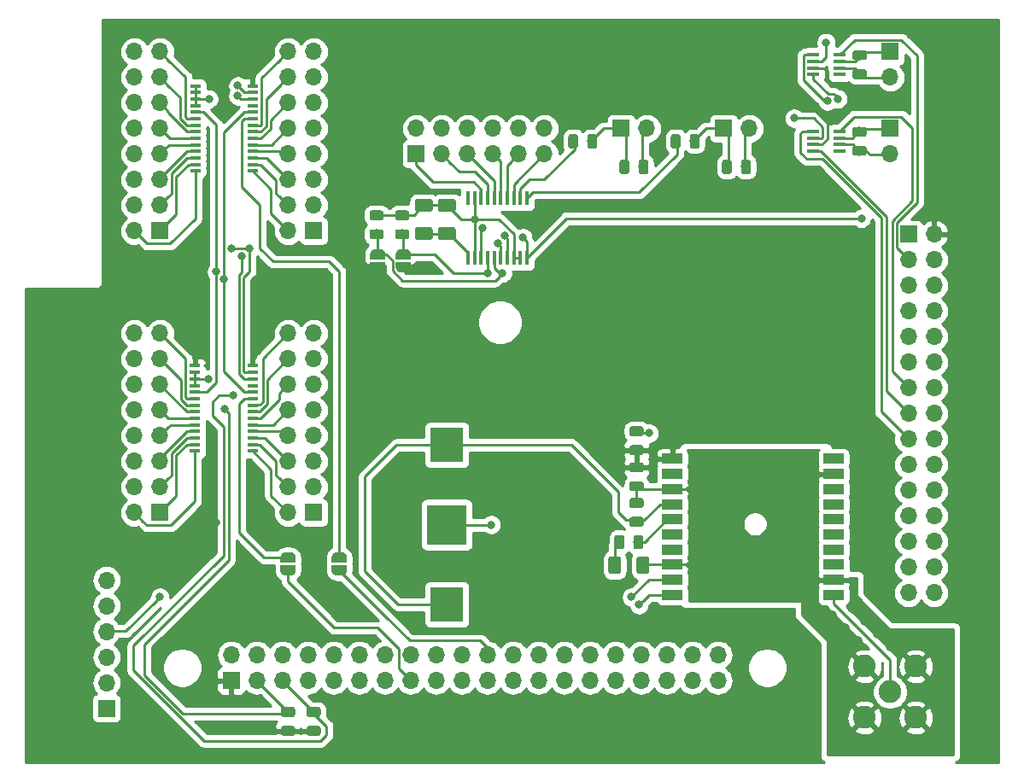
<source format=gbr>
G04 #@! TF.GenerationSoftware,KiCad,Pcbnew,(5.1.4)-1*
G04 #@! TF.CreationDate,2020-02-08T10:20:25-06:00*
G04 #@! TF.ProjectId,Jetson_Addon,4a657473-6f6e-45f4-9164-646f6e2e6b69,rev?*
G04 #@! TF.SameCoordinates,Original*
G04 #@! TF.FileFunction,Copper,L1,Top*
G04 #@! TF.FilePolarity,Positive*
%FSLAX46Y46*%
G04 Gerber Fmt 4.6, Leading zero omitted, Abs format (unit mm)*
G04 Created by KiCad (PCBNEW (5.1.4)-1) date 2020-02-08 10:20:25*
%MOMM*%
%LPD*%
G04 APERTURE LIST*
%ADD10C,0.100000*%
%ADD11C,0.975000*%
%ADD12C,1.250000*%
%ADD13O,1.700000X1.700000*%
%ADD14R,1.700000X1.700000*%
%ADD15C,0.500000*%
%ADD16R,2.000000X1.000000*%
%ADD17R,1.220000X0.400000*%
%ADD18C,2.250000*%
%ADD19R,4.000000X4.000000*%
%ADD20R,3.300000X3.500000*%
%ADD21R,0.450000X1.450000*%
%ADD22R,1.100000X0.400000*%
%ADD23C,0.800000*%
%ADD24C,0.250000*%
%ADD25C,0.254000*%
G04 APERTURE END LIST*
D10*
G36*
X154270142Y-99631174D02*
G01*
X154293803Y-99634684D01*
X154317007Y-99640496D01*
X154339529Y-99648554D01*
X154361153Y-99658782D01*
X154381670Y-99671079D01*
X154400883Y-99685329D01*
X154418607Y-99701393D01*
X154434671Y-99719117D01*
X154448921Y-99738330D01*
X154461218Y-99758847D01*
X154471446Y-99780471D01*
X154479504Y-99802993D01*
X154485316Y-99826197D01*
X154488826Y-99849858D01*
X154490000Y-99873750D01*
X154490000Y-100786250D01*
X154488826Y-100810142D01*
X154485316Y-100833803D01*
X154479504Y-100857007D01*
X154471446Y-100879529D01*
X154461218Y-100901153D01*
X154448921Y-100921670D01*
X154434671Y-100940883D01*
X154418607Y-100958607D01*
X154400883Y-100974671D01*
X154381670Y-100988921D01*
X154361153Y-101001218D01*
X154339529Y-101011446D01*
X154317007Y-101019504D01*
X154293803Y-101025316D01*
X154270142Y-101028826D01*
X154246250Y-101030000D01*
X153758750Y-101030000D01*
X153734858Y-101028826D01*
X153711197Y-101025316D01*
X153687993Y-101019504D01*
X153665471Y-101011446D01*
X153643847Y-101001218D01*
X153623330Y-100988921D01*
X153604117Y-100974671D01*
X153586393Y-100958607D01*
X153570329Y-100940883D01*
X153556079Y-100921670D01*
X153543782Y-100901153D01*
X153533554Y-100879529D01*
X153525496Y-100857007D01*
X153519684Y-100833803D01*
X153516174Y-100810142D01*
X153515000Y-100786250D01*
X153515000Y-99873750D01*
X153516174Y-99849858D01*
X153519684Y-99826197D01*
X153525496Y-99802993D01*
X153533554Y-99780471D01*
X153543782Y-99758847D01*
X153556079Y-99738330D01*
X153570329Y-99719117D01*
X153586393Y-99701393D01*
X153604117Y-99685329D01*
X153623330Y-99671079D01*
X153643847Y-99658782D01*
X153665471Y-99648554D01*
X153687993Y-99640496D01*
X153711197Y-99634684D01*
X153734858Y-99631174D01*
X153758750Y-99630000D01*
X154246250Y-99630000D01*
X154270142Y-99631174D01*
X154270142Y-99631174D01*
G37*
D11*
X154002500Y-100330000D03*
D10*
G36*
X156145142Y-99631174D02*
G01*
X156168803Y-99634684D01*
X156192007Y-99640496D01*
X156214529Y-99648554D01*
X156236153Y-99658782D01*
X156256670Y-99671079D01*
X156275883Y-99685329D01*
X156293607Y-99701393D01*
X156309671Y-99719117D01*
X156323921Y-99738330D01*
X156336218Y-99758847D01*
X156346446Y-99780471D01*
X156354504Y-99802993D01*
X156360316Y-99826197D01*
X156363826Y-99849858D01*
X156365000Y-99873750D01*
X156365000Y-100786250D01*
X156363826Y-100810142D01*
X156360316Y-100833803D01*
X156354504Y-100857007D01*
X156346446Y-100879529D01*
X156336218Y-100901153D01*
X156323921Y-100921670D01*
X156309671Y-100940883D01*
X156293607Y-100958607D01*
X156275883Y-100974671D01*
X156256670Y-100988921D01*
X156236153Y-101001218D01*
X156214529Y-101011446D01*
X156192007Y-101019504D01*
X156168803Y-101025316D01*
X156145142Y-101028826D01*
X156121250Y-101030000D01*
X155633750Y-101030000D01*
X155609858Y-101028826D01*
X155586197Y-101025316D01*
X155562993Y-101019504D01*
X155540471Y-101011446D01*
X155518847Y-101001218D01*
X155498330Y-100988921D01*
X155479117Y-100974671D01*
X155461393Y-100958607D01*
X155445329Y-100940883D01*
X155431079Y-100921670D01*
X155418782Y-100901153D01*
X155408554Y-100879529D01*
X155400496Y-100857007D01*
X155394684Y-100833803D01*
X155391174Y-100810142D01*
X155390000Y-100786250D01*
X155390000Y-99873750D01*
X155391174Y-99849858D01*
X155394684Y-99826197D01*
X155400496Y-99802993D01*
X155408554Y-99780471D01*
X155418782Y-99758847D01*
X155431079Y-99738330D01*
X155445329Y-99719117D01*
X155461393Y-99701393D01*
X155479117Y-99685329D01*
X155498330Y-99671079D01*
X155518847Y-99658782D01*
X155540471Y-99648554D01*
X155562993Y-99640496D01*
X155586197Y-99634684D01*
X155609858Y-99631174D01*
X155633750Y-99630000D01*
X156121250Y-99630000D01*
X156145142Y-99631174D01*
X156145142Y-99631174D01*
G37*
D11*
X155877500Y-100330000D03*
D10*
G36*
X145985142Y-99631174D02*
G01*
X146008803Y-99634684D01*
X146032007Y-99640496D01*
X146054529Y-99648554D01*
X146076153Y-99658782D01*
X146096670Y-99671079D01*
X146115883Y-99685329D01*
X146133607Y-99701393D01*
X146149671Y-99719117D01*
X146163921Y-99738330D01*
X146176218Y-99758847D01*
X146186446Y-99780471D01*
X146194504Y-99802993D01*
X146200316Y-99826197D01*
X146203826Y-99849858D01*
X146205000Y-99873750D01*
X146205000Y-100786250D01*
X146203826Y-100810142D01*
X146200316Y-100833803D01*
X146194504Y-100857007D01*
X146186446Y-100879529D01*
X146176218Y-100901153D01*
X146163921Y-100921670D01*
X146149671Y-100940883D01*
X146133607Y-100958607D01*
X146115883Y-100974671D01*
X146096670Y-100988921D01*
X146076153Y-101001218D01*
X146054529Y-101011446D01*
X146032007Y-101019504D01*
X146008803Y-101025316D01*
X145985142Y-101028826D01*
X145961250Y-101030000D01*
X145473750Y-101030000D01*
X145449858Y-101028826D01*
X145426197Y-101025316D01*
X145402993Y-101019504D01*
X145380471Y-101011446D01*
X145358847Y-101001218D01*
X145338330Y-100988921D01*
X145319117Y-100974671D01*
X145301393Y-100958607D01*
X145285329Y-100940883D01*
X145271079Y-100921670D01*
X145258782Y-100901153D01*
X145248554Y-100879529D01*
X145240496Y-100857007D01*
X145234684Y-100833803D01*
X145231174Y-100810142D01*
X145230000Y-100786250D01*
X145230000Y-99873750D01*
X145231174Y-99849858D01*
X145234684Y-99826197D01*
X145240496Y-99802993D01*
X145248554Y-99780471D01*
X145258782Y-99758847D01*
X145271079Y-99738330D01*
X145285329Y-99719117D01*
X145301393Y-99701393D01*
X145319117Y-99685329D01*
X145338330Y-99671079D01*
X145358847Y-99658782D01*
X145380471Y-99648554D01*
X145402993Y-99640496D01*
X145426197Y-99634684D01*
X145449858Y-99631174D01*
X145473750Y-99630000D01*
X145961250Y-99630000D01*
X145985142Y-99631174D01*
X145985142Y-99631174D01*
G37*
D11*
X145717500Y-100330000D03*
D10*
G36*
X144110142Y-99631174D02*
G01*
X144133803Y-99634684D01*
X144157007Y-99640496D01*
X144179529Y-99648554D01*
X144201153Y-99658782D01*
X144221670Y-99671079D01*
X144240883Y-99685329D01*
X144258607Y-99701393D01*
X144274671Y-99719117D01*
X144288921Y-99738330D01*
X144301218Y-99758847D01*
X144311446Y-99780471D01*
X144319504Y-99802993D01*
X144325316Y-99826197D01*
X144328826Y-99849858D01*
X144330000Y-99873750D01*
X144330000Y-100786250D01*
X144328826Y-100810142D01*
X144325316Y-100833803D01*
X144319504Y-100857007D01*
X144311446Y-100879529D01*
X144301218Y-100901153D01*
X144288921Y-100921670D01*
X144274671Y-100940883D01*
X144258607Y-100958607D01*
X144240883Y-100974671D01*
X144221670Y-100988921D01*
X144201153Y-101001218D01*
X144179529Y-101011446D01*
X144157007Y-101019504D01*
X144133803Y-101025316D01*
X144110142Y-101028826D01*
X144086250Y-101030000D01*
X143598750Y-101030000D01*
X143574858Y-101028826D01*
X143551197Y-101025316D01*
X143527993Y-101019504D01*
X143505471Y-101011446D01*
X143483847Y-101001218D01*
X143463330Y-100988921D01*
X143444117Y-100974671D01*
X143426393Y-100958607D01*
X143410329Y-100940883D01*
X143396079Y-100921670D01*
X143383782Y-100901153D01*
X143373554Y-100879529D01*
X143365496Y-100857007D01*
X143359684Y-100833803D01*
X143356174Y-100810142D01*
X143355000Y-100786250D01*
X143355000Y-99873750D01*
X143356174Y-99849858D01*
X143359684Y-99826197D01*
X143365496Y-99802993D01*
X143373554Y-99780471D01*
X143383782Y-99758847D01*
X143396079Y-99738330D01*
X143410329Y-99719117D01*
X143426393Y-99701393D01*
X143444117Y-99685329D01*
X143463330Y-99671079D01*
X143483847Y-99658782D01*
X143505471Y-99648554D01*
X143527993Y-99640496D01*
X143551197Y-99634684D01*
X143574858Y-99631174D01*
X143598750Y-99630000D01*
X144086250Y-99630000D01*
X144110142Y-99631174D01*
X144110142Y-99631174D01*
G37*
D11*
X143842500Y-100330000D03*
D10*
G36*
X113510142Y-153897174D02*
G01*
X113533803Y-153900684D01*
X113557007Y-153906496D01*
X113579529Y-153914554D01*
X113601153Y-153924782D01*
X113621670Y-153937079D01*
X113640883Y-153951329D01*
X113658607Y-153967393D01*
X113674671Y-153985117D01*
X113688921Y-154004330D01*
X113701218Y-154024847D01*
X113711446Y-154046471D01*
X113719504Y-154068993D01*
X113725316Y-154092197D01*
X113728826Y-154115858D01*
X113730000Y-154139750D01*
X113730000Y-154627250D01*
X113728826Y-154651142D01*
X113725316Y-154674803D01*
X113719504Y-154698007D01*
X113711446Y-154720529D01*
X113701218Y-154742153D01*
X113688921Y-154762670D01*
X113674671Y-154781883D01*
X113658607Y-154799607D01*
X113640883Y-154815671D01*
X113621670Y-154829921D01*
X113601153Y-154842218D01*
X113579529Y-154852446D01*
X113557007Y-154860504D01*
X113533803Y-154866316D01*
X113510142Y-154869826D01*
X113486250Y-154871000D01*
X112573750Y-154871000D01*
X112549858Y-154869826D01*
X112526197Y-154866316D01*
X112502993Y-154860504D01*
X112480471Y-154852446D01*
X112458847Y-154842218D01*
X112438330Y-154829921D01*
X112419117Y-154815671D01*
X112401393Y-154799607D01*
X112385329Y-154781883D01*
X112371079Y-154762670D01*
X112358782Y-154742153D01*
X112348554Y-154720529D01*
X112340496Y-154698007D01*
X112334684Y-154674803D01*
X112331174Y-154651142D01*
X112330000Y-154627250D01*
X112330000Y-154139750D01*
X112331174Y-154115858D01*
X112334684Y-154092197D01*
X112340496Y-154068993D01*
X112348554Y-154046471D01*
X112358782Y-154024847D01*
X112371079Y-154004330D01*
X112385329Y-153985117D01*
X112401393Y-153967393D01*
X112419117Y-153951329D01*
X112438330Y-153937079D01*
X112458847Y-153924782D01*
X112480471Y-153914554D01*
X112502993Y-153906496D01*
X112526197Y-153900684D01*
X112549858Y-153897174D01*
X112573750Y-153896000D01*
X113486250Y-153896000D01*
X113510142Y-153897174D01*
X113510142Y-153897174D01*
G37*
D11*
X113030000Y-154383500D03*
D10*
G36*
X113510142Y-155772174D02*
G01*
X113533803Y-155775684D01*
X113557007Y-155781496D01*
X113579529Y-155789554D01*
X113601153Y-155799782D01*
X113621670Y-155812079D01*
X113640883Y-155826329D01*
X113658607Y-155842393D01*
X113674671Y-155860117D01*
X113688921Y-155879330D01*
X113701218Y-155899847D01*
X113711446Y-155921471D01*
X113719504Y-155943993D01*
X113725316Y-155967197D01*
X113728826Y-155990858D01*
X113730000Y-156014750D01*
X113730000Y-156502250D01*
X113728826Y-156526142D01*
X113725316Y-156549803D01*
X113719504Y-156573007D01*
X113711446Y-156595529D01*
X113701218Y-156617153D01*
X113688921Y-156637670D01*
X113674671Y-156656883D01*
X113658607Y-156674607D01*
X113640883Y-156690671D01*
X113621670Y-156704921D01*
X113601153Y-156717218D01*
X113579529Y-156727446D01*
X113557007Y-156735504D01*
X113533803Y-156741316D01*
X113510142Y-156744826D01*
X113486250Y-156746000D01*
X112573750Y-156746000D01*
X112549858Y-156744826D01*
X112526197Y-156741316D01*
X112502993Y-156735504D01*
X112480471Y-156727446D01*
X112458847Y-156717218D01*
X112438330Y-156704921D01*
X112419117Y-156690671D01*
X112401393Y-156674607D01*
X112385329Y-156656883D01*
X112371079Y-156637670D01*
X112358782Y-156617153D01*
X112348554Y-156595529D01*
X112340496Y-156573007D01*
X112334684Y-156549803D01*
X112331174Y-156526142D01*
X112330000Y-156502250D01*
X112330000Y-156014750D01*
X112331174Y-155990858D01*
X112334684Y-155967197D01*
X112340496Y-155943993D01*
X112348554Y-155921471D01*
X112358782Y-155899847D01*
X112371079Y-155879330D01*
X112385329Y-155860117D01*
X112401393Y-155842393D01*
X112419117Y-155826329D01*
X112438330Y-155812079D01*
X112458847Y-155799782D01*
X112480471Y-155789554D01*
X112502993Y-155781496D01*
X112526197Y-155775684D01*
X112549858Y-155772174D01*
X112573750Y-155771000D01*
X113486250Y-155771000D01*
X113510142Y-155772174D01*
X113510142Y-155772174D01*
G37*
D11*
X113030000Y-156258500D03*
D10*
G36*
X110970142Y-153897174D02*
G01*
X110993803Y-153900684D01*
X111017007Y-153906496D01*
X111039529Y-153914554D01*
X111061153Y-153924782D01*
X111081670Y-153937079D01*
X111100883Y-153951329D01*
X111118607Y-153967393D01*
X111134671Y-153985117D01*
X111148921Y-154004330D01*
X111161218Y-154024847D01*
X111171446Y-154046471D01*
X111179504Y-154068993D01*
X111185316Y-154092197D01*
X111188826Y-154115858D01*
X111190000Y-154139750D01*
X111190000Y-154627250D01*
X111188826Y-154651142D01*
X111185316Y-154674803D01*
X111179504Y-154698007D01*
X111171446Y-154720529D01*
X111161218Y-154742153D01*
X111148921Y-154762670D01*
X111134671Y-154781883D01*
X111118607Y-154799607D01*
X111100883Y-154815671D01*
X111081670Y-154829921D01*
X111061153Y-154842218D01*
X111039529Y-154852446D01*
X111017007Y-154860504D01*
X110993803Y-154866316D01*
X110970142Y-154869826D01*
X110946250Y-154871000D01*
X110033750Y-154871000D01*
X110009858Y-154869826D01*
X109986197Y-154866316D01*
X109962993Y-154860504D01*
X109940471Y-154852446D01*
X109918847Y-154842218D01*
X109898330Y-154829921D01*
X109879117Y-154815671D01*
X109861393Y-154799607D01*
X109845329Y-154781883D01*
X109831079Y-154762670D01*
X109818782Y-154742153D01*
X109808554Y-154720529D01*
X109800496Y-154698007D01*
X109794684Y-154674803D01*
X109791174Y-154651142D01*
X109790000Y-154627250D01*
X109790000Y-154139750D01*
X109791174Y-154115858D01*
X109794684Y-154092197D01*
X109800496Y-154068993D01*
X109808554Y-154046471D01*
X109818782Y-154024847D01*
X109831079Y-154004330D01*
X109845329Y-153985117D01*
X109861393Y-153967393D01*
X109879117Y-153951329D01*
X109898330Y-153937079D01*
X109918847Y-153924782D01*
X109940471Y-153914554D01*
X109962993Y-153906496D01*
X109986197Y-153900684D01*
X110009858Y-153897174D01*
X110033750Y-153896000D01*
X110946250Y-153896000D01*
X110970142Y-153897174D01*
X110970142Y-153897174D01*
G37*
D11*
X110490000Y-154383500D03*
D10*
G36*
X110970142Y-155772174D02*
G01*
X110993803Y-155775684D01*
X111017007Y-155781496D01*
X111039529Y-155789554D01*
X111061153Y-155799782D01*
X111081670Y-155812079D01*
X111100883Y-155826329D01*
X111118607Y-155842393D01*
X111134671Y-155860117D01*
X111148921Y-155879330D01*
X111161218Y-155899847D01*
X111171446Y-155921471D01*
X111179504Y-155943993D01*
X111185316Y-155967197D01*
X111188826Y-155990858D01*
X111190000Y-156014750D01*
X111190000Y-156502250D01*
X111188826Y-156526142D01*
X111185316Y-156549803D01*
X111179504Y-156573007D01*
X111171446Y-156595529D01*
X111161218Y-156617153D01*
X111148921Y-156637670D01*
X111134671Y-156656883D01*
X111118607Y-156674607D01*
X111100883Y-156690671D01*
X111081670Y-156704921D01*
X111061153Y-156717218D01*
X111039529Y-156727446D01*
X111017007Y-156735504D01*
X110993803Y-156741316D01*
X110970142Y-156744826D01*
X110946250Y-156746000D01*
X110033750Y-156746000D01*
X110009858Y-156744826D01*
X109986197Y-156741316D01*
X109962993Y-156735504D01*
X109940471Y-156727446D01*
X109918847Y-156717218D01*
X109898330Y-156704921D01*
X109879117Y-156690671D01*
X109861393Y-156674607D01*
X109845329Y-156656883D01*
X109831079Y-156637670D01*
X109818782Y-156617153D01*
X109808554Y-156595529D01*
X109800496Y-156573007D01*
X109794684Y-156549803D01*
X109791174Y-156526142D01*
X109790000Y-156502250D01*
X109790000Y-156014750D01*
X109791174Y-155990858D01*
X109794684Y-155967197D01*
X109800496Y-155943993D01*
X109808554Y-155921471D01*
X109818782Y-155899847D01*
X109831079Y-155879330D01*
X109845329Y-155860117D01*
X109861393Y-155842393D01*
X109879117Y-155826329D01*
X109898330Y-155812079D01*
X109918847Y-155799782D01*
X109940471Y-155789554D01*
X109962993Y-155781496D01*
X109986197Y-155775684D01*
X110009858Y-155772174D01*
X110033750Y-155771000D01*
X110946250Y-155771000D01*
X110970142Y-155772174D01*
X110970142Y-155772174D01*
G37*
D11*
X110490000Y-156258500D03*
D10*
G36*
X145477142Y-136842174D02*
G01*
X145500803Y-136845684D01*
X145524007Y-136851496D01*
X145546529Y-136859554D01*
X145568153Y-136869782D01*
X145588670Y-136882079D01*
X145607883Y-136896329D01*
X145625607Y-136912393D01*
X145641671Y-136930117D01*
X145655921Y-136949330D01*
X145668218Y-136969847D01*
X145678446Y-136991471D01*
X145686504Y-137013993D01*
X145692316Y-137037197D01*
X145695826Y-137060858D01*
X145697000Y-137084750D01*
X145697000Y-137997250D01*
X145695826Y-138021142D01*
X145692316Y-138044803D01*
X145686504Y-138068007D01*
X145678446Y-138090529D01*
X145668218Y-138112153D01*
X145655921Y-138132670D01*
X145641671Y-138151883D01*
X145625607Y-138169607D01*
X145607883Y-138185671D01*
X145588670Y-138199921D01*
X145568153Y-138212218D01*
X145546529Y-138222446D01*
X145524007Y-138230504D01*
X145500803Y-138236316D01*
X145477142Y-138239826D01*
X145453250Y-138241000D01*
X144965750Y-138241000D01*
X144941858Y-138239826D01*
X144918197Y-138236316D01*
X144894993Y-138230504D01*
X144872471Y-138222446D01*
X144850847Y-138212218D01*
X144830330Y-138199921D01*
X144811117Y-138185671D01*
X144793393Y-138169607D01*
X144777329Y-138151883D01*
X144763079Y-138132670D01*
X144750782Y-138112153D01*
X144740554Y-138090529D01*
X144732496Y-138068007D01*
X144726684Y-138044803D01*
X144723174Y-138021142D01*
X144722000Y-137997250D01*
X144722000Y-137084750D01*
X144723174Y-137060858D01*
X144726684Y-137037197D01*
X144732496Y-137013993D01*
X144740554Y-136991471D01*
X144750782Y-136969847D01*
X144763079Y-136949330D01*
X144777329Y-136930117D01*
X144793393Y-136912393D01*
X144811117Y-136896329D01*
X144830330Y-136882079D01*
X144850847Y-136869782D01*
X144872471Y-136859554D01*
X144894993Y-136851496D01*
X144918197Y-136845684D01*
X144941858Y-136842174D01*
X144965750Y-136841000D01*
X145453250Y-136841000D01*
X145477142Y-136842174D01*
X145477142Y-136842174D01*
G37*
D11*
X145209500Y-137541000D03*
D10*
G36*
X143602142Y-136842174D02*
G01*
X143625803Y-136845684D01*
X143649007Y-136851496D01*
X143671529Y-136859554D01*
X143693153Y-136869782D01*
X143713670Y-136882079D01*
X143732883Y-136896329D01*
X143750607Y-136912393D01*
X143766671Y-136930117D01*
X143780921Y-136949330D01*
X143793218Y-136969847D01*
X143803446Y-136991471D01*
X143811504Y-137013993D01*
X143817316Y-137037197D01*
X143820826Y-137060858D01*
X143822000Y-137084750D01*
X143822000Y-137997250D01*
X143820826Y-138021142D01*
X143817316Y-138044803D01*
X143811504Y-138068007D01*
X143803446Y-138090529D01*
X143793218Y-138112153D01*
X143780921Y-138132670D01*
X143766671Y-138151883D01*
X143750607Y-138169607D01*
X143732883Y-138185671D01*
X143713670Y-138199921D01*
X143693153Y-138212218D01*
X143671529Y-138222446D01*
X143649007Y-138230504D01*
X143625803Y-138236316D01*
X143602142Y-138239826D01*
X143578250Y-138241000D01*
X143090750Y-138241000D01*
X143066858Y-138239826D01*
X143043197Y-138236316D01*
X143019993Y-138230504D01*
X142997471Y-138222446D01*
X142975847Y-138212218D01*
X142955330Y-138199921D01*
X142936117Y-138185671D01*
X142918393Y-138169607D01*
X142902329Y-138151883D01*
X142888079Y-138132670D01*
X142875782Y-138112153D01*
X142865554Y-138090529D01*
X142857496Y-138068007D01*
X142851684Y-138044803D01*
X142848174Y-138021142D01*
X142847000Y-137997250D01*
X142847000Y-137084750D01*
X142848174Y-137060858D01*
X142851684Y-137037197D01*
X142857496Y-137013993D01*
X142865554Y-136991471D01*
X142875782Y-136969847D01*
X142888079Y-136949330D01*
X142902329Y-136930117D01*
X142918393Y-136912393D01*
X142936117Y-136896329D01*
X142955330Y-136882079D01*
X142975847Y-136869782D01*
X142997471Y-136859554D01*
X143019993Y-136851496D01*
X143043197Y-136845684D01*
X143066858Y-136842174D01*
X143090750Y-136841000D01*
X143578250Y-136841000D01*
X143602142Y-136842174D01*
X143602142Y-136842174D01*
G37*
D11*
X143334500Y-137541000D03*
D10*
G36*
X167638077Y-88767933D02*
G01*
X167661738Y-88771443D01*
X167684942Y-88777255D01*
X167707464Y-88785313D01*
X167729088Y-88795541D01*
X167749605Y-88807838D01*
X167768818Y-88822088D01*
X167786542Y-88838152D01*
X167802606Y-88855876D01*
X167816856Y-88875089D01*
X167829153Y-88895606D01*
X167839381Y-88917230D01*
X167847439Y-88939752D01*
X167853251Y-88962956D01*
X167856761Y-88986617D01*
X167857935Y-89010509D01*
X167857935Y-89498009D01*
X167856761Y-89521901D01*
X167853251Y-89545562D01*
X167847439Y-89568766D01*
X167839381Y-89591288D01*
X167829153Y-89612912D01*
X167816856Y-89633429D01*
X167802606Y-89652642D01*
X167786542Y-89670366D01*
X167768818Y-89686430D01*
X167749605Y-89700680D01*
X167729088Y-89712977D01*
X167707464Y-89723205D01*
X167684942Y-89731263D01*
X167661738Y-89737075D01*
X167638077Y-89740585D01*
X167614185Y-89741759D01*
X166701685Y-89741759D01*
X166677793Y-89740585D01*
X166654132Y-89737075D01*
X166630928Y-89731263D01*
X166608406Y-89723205D01*
X166586782Y-89712977D01*
X166566265Y-89700680D01*
X166547052Y-89686430D01*
X166529328Y-89670366D01*
X166513264Y-89652642D01*
X166499014Y-89633429D01*
X166486717Y-89612912D01*
X166476489Y-89591288D01*
X166468431Y-89568766D01*
X166462619Y-89545562D01*
X166459109Y-89521901D01*
X166457935Y-89498009D01*
X166457935Y-89010509D01*
X166459109Y-88986617D01*
X166462619Y-88962956D01*
X166468431Y-88939752D01*
X166476489Y-88917230D01*
X166486717Y-88895606D01*
X166499014Y-88875089D01*
X166513264Y-88855876D01*
X166529328Y-88838152D01*
X166547052Y-88822088D01*
X166566265Y-88807838D01*
X166586782Y-88795541D01*
X166608406Y-88785313D01*
X166630928Y-88777255D01*
X166654132Y-88771443D01*
X166677793Y-88767933D01*
X166701685Y-88766759D01*
X167614185Y-88766759D01*
X167638077Y-88767933D01*
X167638077Y-88767933D01*
G37*
D11*
X167157935Y-89254259D03*
D10*
G36*
X167638077Y-90642933D02*
G01*
X167661738Y-90646443D01*
X167684942Y-90652255D01*
X167707464Y-90660313D01*
X167729088Y-90670541D01*
X167749605Y-90682838D01*
X167768818Y-90697088D01*
X167786542Y-90713152D01*
X167802606Y-90730876D01*
X167816856Y-90750089D01*
X167829153Y-90770606D01*
X167839381Y-90792230D01*
X167847439Y-90814752D01*
X167853251Y-90837956D01*
X167856761Y-90861617D01*
X167857935Y-90885509D01*
X167857935Y-91373009D01*
X167856761Y-91396901D01*
X167853251Y-91420562D01*
X167847439Y-91443766D01*
X167839381Y-91466288D01*
X167829153Y-91487912D01*
X167816856Y-91508429D01*
X167802606Y-91527642D01*
X167786542Y-91545366D01*
X167768818Y-91561430D01*
X167749605Y-91575680D01*
X167729088Y-91587977D01*
X167707464Y-91598205D01*
X167684942Y-91606263D01*
X167661738Y-91612075D01*
X167638077Y-91615585D01*
X167614185Y-91616759D01*
X166701685Y-91616759D01*
X166677793Y-91615585D01*
X166654132Y-91612075D01*
X166630928Y-91606263D01*
X166608406Y-91598205D01*
X166586782Y-91587977D01*
X166566265Y-91575680D01*
X166547052Y-91561430D01*
X166529328Y-91545366D01*
X166513264Y-91527642D01*
X166499014Y-91508429D01*
X166486717Y-91487912D01*
X166476489Y-91466288D01*
X166468431Y-91443766D01*
X166462619Y-91420562D01*
X166459109Y-91396901D01*
X166457935Y-91373009D01*
X166457935Y-90885509D01*
X166459109Y-90861617D01*
X166462619Y-90837956D01*
X166468431Y-90814752D01*
X166476489Y-90792230D01*
X166486717Y-90770606D01*
X166499014Y-90750089D01*
X166513264Y-90730876D01*
X166529328Y-90713152D01*
X166547052Y-90697088D01*
X166566265Y-90682838D01*
X166586782Y-90670541D01*
X166608406Y-90660313D01*
X166630928Y-90652255D01*
X166654132Y-90646443D01*
X166677793Y-90642933D01*
X166701685Y-90641759D01*
X167614185Y-90641759D01*
X167638077Y-90642933D01*
X167638077Y-90642933D01*
G37*
D11*
X167157935Y-91129259D03*
D10*
G36*
X149190142Y-97091174D02*
G01*
X149213803Y-97094684D01*
X149237007Y-97100496D01*
X149259529Y-97108554D01*
X149281153Y-97118782D01*
X149301670Y-97131079D01*
X149320883Y-97145329D01*
X149338607Y-97161393D01*
X149354671Y-97179117D01*
X149368921Y-97198330D01*
X149381218Y-97218847D01*
X149391446Y-97240471D01*
X149399504Y-97262993D01*
X149405316Y-97286197D01*
X149408826Y-97309858D01*
X149410000Y-97333750D01*
X149410000Y-98246250D01*
X149408826Y-98270142D01*
X149405316Y-98293803D01*
X149399504Y-98317007D01*
X149391446Y-98339529D01*
X149381218Y-98361153D01*
X149368921Y-98381670D01*
X149354671Y-98400883D01*
X149338607Y-98418607D01*
X149320883Y-98434671D01*
X149301670Y-98448921D01*
X149281153Y-98461218D01*
X149259529Y-98471446D01*
X149237007Y-98479504D01*
X149213803Y-98485316D01*
X149190142Y-98488826D01*
X149166250Y-98490000D01*
X148678750Y-98490000D01*
X148654858Y-98488826D01*
X148631197Y-98485316D01*
X148607993Y-98479504D01*
X148585471Y-98471446D01*
X148563847Y-98461218D01*
X148543330Y-98448921D01*
X148524117Y-98434671D01*
X148506393Y-98418607D01*
X148490329Y-98400883D01*
X148476079Y-98381670D01*
X148463782Y-98361153D01*
X148453554Y-98339529D01*
X148445496Y-98317007D01*
X148439684Y-98293803D01*
X148436174Y-98270142D01*
X148435000Y-98246250D01*
X148435000Y-97333750D01*
X148436174Y-97309858D01*
X148439684Y-97286197D01*
X148445496Y-97262993D01*
X148453554Y-97240471D01*
X148463782Y-97218847D01*
X148476079Y-97198330D01*
X148490329Y-97179117D01*
X148506393Y-97161393D01*
X148524117Y-97145329D01*
X148543330Y-97131079D01*
X148563847Y-97118782D01*
X148585471Y-97108554D01*
X148607993Y-97100496D01*
X148631197Y-97094684D01*
X148654858Y-97091174D01*
X148678750Y-97090000D01*
X149166250Y-97090000D01*
X149190142Y-97091174D01*
X149190142Y-97091174D01*
G37*
D11*
X148922500Y-97790000D03*
D10*
G36*
X151065142Y-97091174D02*
G01*
X151088803Y-97094684D01*
X151112007Y-97100496D01*
X151134529Y-97108554D01*
X151156153Y-97118782D01*
X151176670Y-97131079D01*
X151195883Y-97145329D01*
X151213607Y-97161393D01*
X151229671Y-97179117D01*
X151243921Y-97198330D01*
X151256218Y-97218847D01*
X151266446Y-97240471D01*
X151274504Y-97262993D01*
X151280316Y-97286197D01*
X151283826Y-97309858D01*
X151285000Y-97333750D01*
X151285000Y-98246250D01*
X151283826Y-98270142D01*
X151280316Y-98293803D01*
X151274504Y-98317007D01*
X151266446Y-98339529D01*
X151256218Y-98361153D01*
X151243921Y-98381670D01*
X151229671Y-98400883D01*
X151213607Y-98418607D01*
X151195883Y-98434671D01*
X151176670Y-98448921D01*
X151156153Y-98461218D01*
X151134529Y-98471446D01*
X151112007Y-98479504D01*
X151088803Y-98485316D01*
X151065142Y-98488826D01*
X151041250Y-98490000D01*
X150553750Y-98490000D01*
X150529858Y-98488826D01*
X150506197Y-98485316D01*
X150482993Y-98479504D01*
X150460471Y-98471446D01*
X150438847Y-98461218D01*
X150418330Y-98448921D01*
X150399117Y-98434671D01*
X150381393Y-98418607D01*
X150365329Y-98400883D01*
X150351079Y-98381670D01*
X150338782Y-98361153D01*
X150328554Y-98339529D01*
X150320496Y-98317007D01*
X150314684Y-98293803D01*
X150311174Y-98270142D01*
X150310000Y-98246250D01*
X150310000Y-97333750D01*
X150311174Y-97309858D01*
X150314684Y-97286197D01*
X150320496Y-97262993D01*
X150328554Y-97240471D01*
X150338782Y-97218847D01*
X150351079Y-97198330D01*
X150365329Y-97179117D01*
X150381393Y-97161393D01*
X150399117Y-97145329D01*
X150418330Y-97131079D01*
X150438847Y-97118782D01*
X150460471Y-97108554D01*
X150482993Y-97100496D01*
X150506197Y-97094684D01*
X150529858Y-97091174D01*
X150553750Y-97090000D01*
X151041250Y-97090000D01*
X151065142Y-97091174D01*
X151065142Y-97091174D01*
G37*
D11*
X150797500Y-97790000D03*
D10*
G36*
X167612142Y-96366174D02*
G01*
X167635803Y-96369684D01*
X167659007Y-96375496D01*
X167681529Y-96383554D01*
X167703153Y-96393782D01*
X167723670Y-96406079D01*
X167742883Y-96420329D01*
X167760607Y-96436393D01*
X167776671Y-96454117D01*
X167790921Y-96473330D01*
X167803218Y-96493847D01*
X167813446Y-96515471D01*
X167821504Y-96537993D01*
X167827316Y-96561197D01*
X167830826Y-96584858D01*
X167832000Y-96608750D01*
X167832000Y-97096250D01*
X167830826Y-97120142D01*
X167827316Y-97143803D01*
X167821504Y-97167007D01*
X167813446Y-97189529D01*
X167803218Y-97211153D01*
X167790921Y-97231670D01*
X167776671Y-97250883D01*
X167760607Y-97268607D01*
X167742883Y-97284671D01*
X167723670Y-97298921D01*
X167703153Y-97311218D01*
X167681529Y-97321446D01*
X167659007Y-97329504D01*
X167635803Y-97335316D01*
X167612142Y-97338826D01*
X167588250Y-97340000D01*
X166675750Y-97340000D01*
X166651858Y-97338826D01*
X166628197Y-97335316D01*
X166604993Y-97329504D01*
X166582471Y-97321446D01*
X166560847Y-97311218D01*
X166540330Y-97298921D01*
X166521117Y-97284671D01*
X166503393Y-97268607D01*
X166487329Y-97250883D01*
X166473079Y-97231670D01*
X166460782Y-97211153D01*
X166450554Y-97189529D01*
X166442496Y-97167007D01*
X166436684Y-97143803D01*
X166433174Y-97120142D01*
X166432000Y-97096250D01*
X166432000Y-96608750D01*
X166433174Y-96584858D01*
X166436684Y-96561197D01*
X166442496Y-96537993D01*
X166450554Y-96515471D01*
X166460782Y-96493847D01*
X166473079Y-96473330D01*
X166487329Y-96454117D01*
X166503393Y-96436393D01*
X166521117Y-96420329D01*
X166540330Y-96406079D01*
X166560847Y-96393782D01*
X166582471Y-96383554D01*
X166604993Y-96375496D01*
X166628197Y-96369684D01*
X166651858Y-96366174D01*
X166675750Y-96365000D01*
X167588250Y-96365000D01*
X167612142Y-96366174D01*
X167612142Y-96366174D01*
G37*
D11*
X167132000Y-96852500D03*
D10*
G36*
X167612142Y-98241174D02*
G01*
X167635803Y-98244684D01*
X167659007Y-98250496D01*
X167681529Y-98258554D01*
X167703153Y-98268782D01*
X167723670Y-98281079D01*
X167742883Y-98295329D01*
X167760607Y-98311393D01*
X167776671Y-98329117D01*
X167790921Y-98348330D01*
X167803218Y-98368847D01*
X167813446Y-98390471D01*
X167821504Y-98412993D01*
X167827316Y-98436197D01*
X167830826Y-98459858D01*
X167832000Y-98483750D01*
X167832000Y-98971250D01*
X167830826Y-98995142D01*
X167827316Y-99018803D01*
X167821504Y-99042007D01*
X167813446Y-99064529D01*
X167803218Y-99086153D01*
X167790921Y-99106670D01*
X167776671Y-99125883D01*
X167760607Y-99143607D01*
X167742883Y-99159671D01*
X167723670Y-99173921D01*
X167703153Y-99186218D01*
X167681529Y-99196446D01*
X167659007Y-99204504D01*
X167635803Y-99210316D01*
X167612142Y-99213826D01*
X167588250Y-99215000D01*
X166675750Y-99215000D01*
X166651858Y-99213826D01*
X166628197Y-99210316D01*
X166604993Y-99204504D01*
X166582471Y-99196446D01*
X166560847Y-99186218D01*
X166540330Y-99173921D01*
X166521117Y-99159671D01*
X166503393Y-99143607D01*
X166487329Y-99125883D01*
X166473079Y-99106670D01*
X166460782Y-99086153D01*
X166450554Y-99064529D01*
X166442496Y-99042007D01*
X166436684Y-99018803D01*
X166433174Y-98995142D01*
X166432000Y-98971250D01*
X166432000Y-98483750D01*
X166433174Y-98459858D01*
X166436684Y-98436197D01*
X166442496Y-98412993D01*
X166450554Y-98390471D01*
X166460782Y-98368847D01*
X166473079Y-98348330D01*
X166487329Y-98329117D01*
X166503393Y-98311393D01*
X166521117Y-98295329D01*
X166540330Y-98281079D01*
X166560847Y-98268782D01*
X166582471Y-98258554D01*
X166604993Y-98250496D01*
X166628197Y-98244684D01*
X166651858Y-98241174D01*
X166675750Y-98240000D01*
X167588250Y-98240000D01*
X167612142Y-98241174D01*
X167612142Y-98241174D01*
G37*
D11*
X167132000Y-98727500D03*
D10*
G36*
X139030142Y-97091174D02*
G01*
X139053803Y-97094684D01*
X139077007Y-97100496D01*
X139099529Y-97108554D01*
X139121153Y-97118782D01*
X139141670Y-97131079D01*
X139160883Y-97145329D01*
X139178607Y-97161393D01*
X139194671Y-97179117D01*
X139208921Y-97198330D01*
X139221218Y-97218847D01*
X139231446Y-97240471D01*
X139239504Y-97262993D01*
X139245316Y-97286197D01*
X139248826Y-97309858D01*
X139250000Y-97333750D01*
X139250000Y-98246250D01*
X139248826Y-98270142D01*
X139245316Y-98293803D01*
X139239504Y-98317007D01*
X139231446Y-98339529D01*
X139221218Y-98361153D01*
X139208921Y-98381670D01*
X139194671Y-98400883D01*
X139178607Y-98418607D01*
X139160883Y-98434671D01*
X139141670Y-98448921D01*
X139121153Y-98461218D01*
X139099529Y-98471446D01*
X139077007Y-98479504D01*
X139053803Y-98485316D01*
X139030142Y-98488826D01*
X139006250Y-98490000D01*
X138518750Y-98490000D01*
X138494858Y-98488826D01*
X138471197Y-98485316D01*
X138447993Y-98479504D01*
X138425471Y-98471446D01*
X138403847Y-98461218D01*
X138383330Y-98448921D01*
X138364117Y-98434671D01*
X138346393Y-98418607D01*
X138330329Y-98400883D01*
X138316079Y-98381670D01*
X138303782Y-98361153D01*
X138293554Y-98339529D01*
X138285496Y-98317007D01*
X138279684Y-98293803D01*
X138276174Y-98270142D01*
X138275000Y-98246250D01*
X138275000Y-97333750D01*
X138276174Y-97309858D01*
X138279684Y-97286197D01*
X138285496Y-97262993D01*
X138293554Y-97240471D01*
X138303782Y-97218847D01*
X138316079Y-97198330D01*
X138330329Y-97179117D01*
X138346393Y-97161393D01*
X138364117Y-97145329D01*
X138383330Y-97131079D01*
X138403847Y-97118782D01*
X138425471Y-97108554D01*
X138447993Y-97100496D01*
X138471197Y-97094684D01*
X138494858Y-97091174D01*
X138518750Y-97090000D01*
X139006250Y-97090000D01*
X139030142Y-97091174D01*
X139030142Y-97091174D01*
G37*
D11*
X138762500Y-97790000D03*
D10*
G36*
X140905142Y-97091174D02*
G01*
X140928803Y-97094684D01*
X140952007Y-97100496D01*
X140974529Y-97108554D01*
X140996153Y-97118782D01*
X141016670Y-97131079D01*
X141035883Y-97145329D01*
X141053607Y-97161393D01*
X141069671Y-97179117D01*
X141083921Y-97198330D01*
X141096218Y-97218847D01*
X141106446Y-97240471D01*
X141114504Y-97262993D01*
X141120316Y-97286197D01*
X141123826Y-97309858D01*
X141125000Y-97333750D01*
X141125000Y-98246250D01*
X141123826Y-98270142D01*
X141120316Y-98293803D01*
X141114504Y-98317007D01*
X141106446Y-98339529D01*
X141096218Y-98361153D01*
X141083921Y-98381670D01*
X141069671Y-98400883D01*
X141053607Y-98418607D01*
X141035883Y-98434671D01*
X141016670Y-98448921D01*
X140996153Y-98461218D01*
X140974529Y-98471446D01*
X140952007Y-98479504D01*
X140928803Y-98485316D01*
X140905142Y-98488826D01*
X140881250Y-98490000D01*
X140393750Y-98490000D01*
X140369858Y-98488826D01*
X140346197Y-98485316D01*
X140322993Y-98479504D01*
X140300471Y-98471446D01*
X140278847Y-98461218D01*
X140258330Y-98448921D01*
X140239117Y-98434671D01*
X140221393Y-98418607D01*
X140205329Y-98400883D01*
X140191079Y-98381670D01*
X140178782Y-98361153D01*
X140168554Y-98339529D01*
X140160496Y-98317007D01*
X140154684Y-98293803D01*
X140151174Y-98270142D01*
X140150000Y-98246250D01*
X140150000Y-97333750D01*
X140151174Y-97309858D01*
X140154684Y-97286197D01*
X140160496Y-97262993D01*
X140168554Y-97240471D01*
X140178782Y-97218847D01*
X140191079Y-97198330D01*
X140205329Y-97179117D01*
X140221393Y-97161393D01*
X140239117Y-97145329D01*
X140258330Y-97131079D01*
X140278847Y-97118782D01*
X140300471Y-97108554D01*
X140322993Y-97100496D01*
X140346197Y-97094684D01*
X140369858Y-97091174D01*
X140393750Y-97090000D01*
X140881250Y-97090000D01*
X140905142Y-97091174D01*
X140905142Y-97091174D01*
G37*
D11*
X140637500Y-97790000D03*
D10*
G36*
X119733142Y-104646574D02*
G01*
X119756803Y-104650084D01*
X119780007Y-104655896D01*
X119802529Y-104663954D01*
X119824153Y-104674182D01*
X119844670Y-104686479D01*
X119863883Y-104700729D01*
X119881607Y-104716793D01*
X119897671Y-104734517D01*
X119911921Y-104753730D01*
X119924218Y-104774247D01*
X119934446Y-104795871D01*
X119942504Y-104818393D01*
X119948316Y-104841597D01*
X119951826Y-104865258D01*
X119953000Y-104889150D01*
X119953000Y-105376650D01*
X119951826Y-105400542D01*
X119948316Y-105424203D01*
X119942504Y-105447407D01*
X119934446Y-105469929D01*
X119924218Y-105491553D01*
X119911921Y-105512070D01*
X119897671Y-105531283D01*
X119881607Y-105549007D01*
X119863883Y-105565071D01*
X119844670Y-105579321D01*
X119824153Y-105591618D01*
X119802529Y-105601846D01*
X119780007Y-105609904D01*
X119756803Y-105615716D01*
X119733142Y-105619226D01*
X119709250Y-105620400D01*
X118796750Y-105620400D01*
X118772858Y-105619226D01*
X118749197Y-105615716D01*
X118725993Y-105609904D01*
X118703471Y-105601846D01*
X118681847Y-105591618D01*
X118661330Y-105579321D01*
X118642117Y-105565071D01*
X118624393Y-105549007D01*
X118608329Y-105531283D01*
X118594079Y-105512070D01*
X118581782Y-105491553D01*
X118571554Y-105469929D01*
X118563496Y-105447407D01*
X118557684Y-105424203D01*
X118554174Y-105400542D01*
X118553000Y-105376650D01*
X118553000Y-104889150D01*
X118554174Y-104865258D01*
X118557684Y-104841597D01*
X118563496Y-104818393D01*
X118571554Y-104795871D01*
X118581782Y-104774247D01*
X118594079Y-104753730D01*
X118608329Y-104734517D01*
X118624393Y-104716793D01*
X118642117Y-104700729D01*
X118661330Y-104686479D01*
X118681847Y-104674182D01*
X118703471Y-104663954D01*
X118725993Y-104655896D01*
X118749197Y-104650084D01*
X118772858Y-104646574D01*
X118796750Y-104645400D01*
X119709250Y-104645400D01*
X119733142Y-104646574D01*
X119733142Y-104646574D01*
G37*
D11*
X119253000Y-105132900D03*
D10*
G36*
X119733142Y-106521574D02*
G01*
X119756803Y-106525084D01*
X119780007Y-106530896D01*
X119802529Y-106538954D01*
X119824153Y-106549182D01*
X119844670Y-106561479D01*
X119863883Y-106575729D01*
X119881607Y-106591793D01*
X119897671Y-106609517D01*
X119911921Y-106628730D01*
X119924218Y-106649247D01*
X119934446Y-106670871D01*
X119942504Y-106693393D01*
X119948316Y-106716597D01*
X119951826Y-106740258D01*
X119953000Y-106764150D01*
X119953000Y-107251650D01*
X119951826Y-107275542D01*
X119948316Y-107299203D01*
X119942504Y-107322407D01*
X119934446Y-107344929D01*
X119924218Y-107366553D01*
X119911921Y-107387070D01*
X119897671Y-107406283D01*
X119881607Y-107424007D01*
X119863883Y-107440071D01*
X119844670Y-107454321D01*
X119824153Y-107466618D01*
X119802529Y-107476846D01*
X119780007Y-107484904D01*
X119756803Y-107490716D01*
X119733142Y-107494226D01*
X119709250Y-107495400D01*
X118796750Y-107495400D01*
X118772858Y-107494226D01*
X118749197Y-107490716D01*
X118725993Y-107484904D01*
X118703471Y-107476846D01*
X118681847Y-107466618D01*
X118661330Y-107454321D01*
X118642117Y-107440071D01*
X118624393Y-107424007D01*
X118608329Y-107406283D01*
X118594079Y-107387070D01*
X118581782Y-107366553D01*
X118571554Y-107344929D01*
X118563496Y-107322407D01*
X118557684Y-107299203D01*
X118554174Y-107275542D01*
X118553000Y-107251650D01*
X118553000Y-106764150D01*
X118554174Y-106740258D01*
X118557684Y-106716597D01*
X118563496Y-106693393D01*
X118571554Y-106670871D01*
X118581782Y-106649247D01*
X118594079Y-106628730D01*
X118608329Y-106609517D01*
X118624393Y-106591793D01*
X118642117Y-106575729D01*
X118661330Y-106561479D01*
X118681847Y-106549182D01*
X118703471Y-106538954D01*
X118725993Y-106530896D01*
X118749197Y-106525084D01*
X118772858Y-106521574D01*
X118796750Y-106520400D01*
X119709250Y-106520400D01*
X119733142Y-106521574D01*
X119733142Y-106521574D01*
G37*
D11*
X119253000Y-107007900D03*
D10*
G36*
X122273142Y-104646574D02*
G01*
X122296803Y-104650084D01*
X122320007Y-104655896D01*
X122342529Y-104663954D01*
X122364153Y-104674182D01*
X122384670Y-104686479D01*
X122403883Y-104700729D01*
X122421607Y-104716793D01*
X122437671Y-104734517D01*
X122451921Y-104753730D01*
X122464218Y-104774247D01*
X122474446Y-104795871D01*
X122482504Y-104818393D01*
X122488316Y-104841597D01*
X122491826Y-104865258D01*
X122493000Y-104889150D01*
X122493000Y-105376650D01*
X122491826Y-105400542D01*
X122488316Y-105424203D01*
X122482504Y-105447407D01*
X122474446Y-105469929D01*
X122464218Y-105491553D01*
X122451921Y-105512070D01*
X122437671Y-105531283D01*
X122421607Y-105549007D01*
X122403883Y-105565071D01*
X122384670Y-105579321D01*
X122364153Y-105591618D01*
X122342529Y-105601846D01*
X122320007Y-105609904D01*
X122296803Y-105615716D01*
X122273142Y-105619226D01*
X122249250Y-105620400D01*
X121336750Y-105620400D01*
X121312858Y-105619226D01*
X121289197Y-105615716D01*
X121265993Y-105609904D01*
X121243471Y-105601846D01*
X121221847Y-105591618D01*
X121201330Y-105579321D01*
X121182117Y-105565071D01*
X121164393Y-105549007D01*
X121148329Y-105531283D01*
X121134079Y-105512070D01*
X121121782Y-105491553D01*
X121111554Y-105469929D01*
X121103496Y-105447407D01*
X121097684Y-105424203D01*
X121094174Y-105400542D01*
X121093000Y-105376650D01*
X121093000Y-104889150D01*
X121094174Y-104865258D01*
X121097684Y-104841597D01*
X121103496Y-104818393D01*
X121111554Y-104795871D01*
X121121782Y-104774247D01*
X121134079Y-104753730D01*
X121148329Y-104734517D01*
X121164393Y-104716793D01*
X121182117Y-104700729D01*
X121201330Y-104686479D01*
X121221847Y-104674182D01*
X121243471Y-104663954D01*
X121265993Y-104655896D01*
X121289197Y-104650084D01*
X121312858Y-104646574D01*
X121336750Y-104645400D01*
X122249250Y-104645400D01*
X122273142Y-104646574D01*
X122273142Y-104646574D01*
G37*
D11*
X121793000Y-105132900D03*
D10*
G36*
X122273142Y-106521574D02*
G01*
X122296803Y-106525084D01*
X122320007Y-106530896D01*
X122342529Y-106538954D01*
X122364153Y-106549182D01*
X122384670Y-106561479D01*
X122403883Y-106575729D01*
X122421607Y-106591793D01*
X122437671Y-106609517D01*
X122451921Y-106628730D01*
X122464218Y-106649247D01*
X122474446Y-106670871D01*
X122482504Y-106693393D01*
X122488316Y-106716597D01*
X122491826Y-106740258D01*
X122493000Y-106764150D01*
X122493000Y-107251650D01*
X122491826Y-107275542D01*
X122488316Y-107299203D01*
X122482504Y-107322407D01*
X122474446Y-107344929D01*
X122464218Y-107366553D01*
X122451921Y-107387070D01*
X122437671Y-107406283D01*
X122421607Y-107424007D01*
X122403883Y-107440071D01*
X122384670Y-107454321D01*
X122364153Y-107466618D01*
X122342529Y-107476846D01*
X122320007Y-107484904D01*
X122296803Y-107490716D01*
X122273142Y-107494226D01*
X122249250Y-107495400D01*
X121336750Y-107495400D01*
X121312858Y-107494226D01*
X121289197Y-107490716D01*
X121265993Y-107484904D01*
X121243471Y-107476846D01*
X121221847Y-107466618D01*
X121201330Y-107454321D01*
X121182117Y-107440071D01*
X121164393Y-107424007D01*
X121148329Y-107406283D01*
X121134079Y-107387070D01*
X121121782Y-107366553D01*
X121111554Y-107344929D01*
X121103496Y-107322407D01*
X121097684Y-107299203D01*
X121094174Y-107275542D01*
X121093000Y-107251650D01*
X121093000Y-106764150D01*
X121094174Y-106740258D01*
X121097684Y-106716597D01*
X121103496Y-106693393D01*
X121111554Y-106670871D01*
X121121782Y-106649247D01*
X121134079Y-106628730D01*
X121148329Y-106609517D01*
X121164393Y-106591793D01*
X121182117Y-106575729D01*
X121201330Y-106561479D01*
X121221847Y-106549182D01*
X121243471Y-106538954D01*
X121265993Y-106530896D01*
X121289197Y-106525084D01*
X121312858Y-106521574D01*
X121336750Y-106520400D01*
X122249250Y-106520400D01*
X122273142Y-106521574D01*
X122273142Y-106521574D01*
G37*
D11*
X121793000Y-107007900D03*
D10*
G36*
X143271504Y-138953204D02*
G01*
X143295773Y-138956804D01*
X143319571Y-138962765D01*
X143342671Y-138971030D01*
X143364849Y-138981520D01*
X143385893Y-138994133D01*
X143405598Y-139008747D01*
X143423777Y-139025223D01*
X143440253Y-139043402D01*
X143454867Y-139063107D01*
X143467480Y-139084151D01*
X143477970Y-139106329D01*
X143486235Y-139129429D01*
X143492196Y-139153227D01*
X143495796Y-139177496D01*
X143497000Y-139202000D01*
X143497000Y-140452000D01*
X143495796Y-140476504D01*
X143492196Y-140500773D01*
X143486235Y-140524571D01*
X143477970Y-140547671D01*
X143467480Y-140569849D01*
X143454867Y-140590893D01*
X143440253Y-140610598D01*
X143423777Y-140628777D01*
X143405598Y-140645253D01*
X143385893Y-140659867D01*
X143364849Y-140672480D01*
X143342671Y-140682970D01*
X143319571Y-140691235D01*
X143295773Y-140697196D01*
X143271504Y-140700796D01*
X143247000Y-140702000D01*
X142497000Y-140702000D01*
X142472496Y-140700796D01*
X142448227Y-140697196D01*
X142424429Y-140691235D01*
X142401329Y-140682970D01*
X142379151Y-140672480D01*
X142358107Y-140659867D01*
X142338402Y-140645253D01*
X142320223Y-140628777D01*
X142303747Y-140610598D01*
X142289133Y-140590893D01*
X142276520Y-140569849D01*
X142266030Y-140547671D01*
X142257765Y-140524571D01*
X142251804Y-140500773D01*
X142248204Y-140476504D01*
X142247000Y-140452000D01*
X142247000Y-139202000D01*
X142248204Y-139177496D01*
X142251804Y-139153227D01*
X142257765Y-139129429D01*
X142266030Y-139106329D01*
X142276520Y-139084151D01*
X142289133Y-139063107D01*
X142303747Y-139043402D01*
X142320223Y-139025223D01*
X142338402Y-139008747D01*
X142358107Y-138994133D01*
X142379151Y-138981520D01*
X142401329Y-138971030D01*
X142424429Y-138962765D01*
X142448227Y-138956804D01*
X142472496Y-138953204D01*
X142497000Y-138952000D01*
X143247000Y-138952000D01*
X143271504Y-138953204D01*
X143271504Y-138953204D01*
G37*
D12*
X142872000Y-139827000D03*
D10*
G36*
X146071504Y-138953204D02*
G01*
X146095773Y-138956804D01*
X146119571Y-138962765D01*
X146142671Y-138971030D01*
X146164849Y-138981520D01*
X146185893Y-138994133D01*
X146205598Y-139008747D01*
X146223777Y-139025223D01*
X146240253Y-139043402D01*
X146254867Y-139063107D01*
X146267480Y-139084151D01*
X146277970Y-139106329D01*
X146286235Y-139129429D01*
X146292196Y-139153227D01*
X146295796Y-139177496D01*
X146297000Y-139202000D01*
X146297000Y-140452000D01*
X146295796Y-140476504D01*
X146292196Y-140500773D01*
X146286235Y-140524571D01*
X146277970Y-140547671D01*
X146267480Y-140569849D01*
X146254867Y-140590893D01*
X146240253Y-140610598D01*
X146223777Y-140628777D01*
X146205598Y-140645253D01*
X146185893Y-140659867D01*
X146164849Y-140672480D01*
X146142671Y-140682970D01*
X146119571Y-140691235D01*
X146095773Y-140697196D01*
X146071504Y-140700796D01*
X146047000Y-140702000D01*
X145297000Y-140702000D01*
X145272496Y-140700796D01*
X145248227Y-140697196D01*
X145224429Y-140691235D01*
X145201329Y-140682970D01*
X145179151Y-140672480D01*
X145158107Y-140659867D01*
X145138402Y-140645253D01*
X145120223Y-140628777D01*
X145103747Y-140610598D01*
X145089133Y-140590893D01*
X145076520Y-140569849D01*
X145066030Y-140547671D01*
X145057765Y-140524571D01*
X145051804Y-140500773D01*
X145048204Y-140476504D01*
X145047000Y-140452000D01*
X145047000Y-139202000D01*
X145048204Y-139177496D01*
X145051804Y-139153227D01*
X145057765Y-139129429D01*
X145066030Y-139106329D01*
X145076520Y-139084151D01*
X145089133Y-139063107D01*
X145103747Y-139043402D01*
X145120223Y-139025223D01*
X145138402Y-139008747D01*
X145158107Y-138994133D01*
X145179151Y-138981520D01*
X145201329Y-138971030D01*
X145224429Y-138962765D01*
X145248227Y-138956804D01*
X145272496Y-138953204D01*
X145297000Y-138952000D01*
X146047000Y-138952000D01*
X146071504Y-138953204D01*
X146071504Y-138953204D01*
G37*
D12*
X145672000Y-139827000D03*
D10*
G36*
X145514142Y-133170674D02*
G01*
X145537803Y-133174184D01*
X145561007Y-133179996D01*
X145583529Y-133188054D01*
X145605153Y-133198282D01*
X145625670Y-133210579D01*
X145644883Y-133224829D01*
X145662607Y-133240893D01*
X145678671Y-133258617D01*
X145692921Y-133277830D01*
X145705218Y-133298347D01*
X145715446Y-133319971D01*
X145723504Y-133342493D01*
X145729316Y-133365697D01*
X145732826Y-133389358D01*
X145734000Y-133413250D01*
X145734000Y-133900750D01*
X145732826Y-133924642D01*
X145729316Y-133948303D01*
X145723504Y-133971507D01*
X145715446Y-133994029D01*
X145705218Y-134015653D01*
X145692921Y-134036170D01*
X145678671Y-134055383D01*
X145662607Y-134073107D01*
X145644883Y-134089171D01*
X145625670Y-134103421D01*
X145605153Y-134115718D01*
X145583529Y-134125946D01*
X145561007Y-134134004D01*
X145537803Y-134139816D01*
X145514142Y-134143326D01*
X145490250Y-134144500D01*
X144577750Y-134144500D01*
X144553858Y-134143326D01*
X144530197Y-134139816D01*
X144506993Y-134134004D01*
X144484471Y-134125946D01*
X144462847Y-134115718D01*
X144442330Y-134103421D01*
X144423117Y-134089171D01*
X144405393Y-134073107D01*
X144389329Y-134055383D01*
X144375079Y-134036170D01*
X144362782Y-134015653D01*
X144352554Y-133994029D01*
X144344496Y-133971507D01*
X144338684Y-133948303D01*
X144335174Y-133924642D01*
X144334000Y-133900750D01*
X144334000Y-133413250D01*
X144335174Y-133389358D01*
X144338684Y-133365697D01*
X144344496Y-133342493D01*
X144352554Y-133319971D01*
X144362782Y-133298347D01*
X144375079Y-133277830D01*
X144389329Y-133258617D01*
X144405393Y-133240893D01*
X144423117Y-133224829D01*
X144442330Y-133210579D01*
X144462847Y-133198282D01*
X144484471Y-133188054D01*
X144506993Y-133179996D01*
X144530197Y-133174184D01*
X144553858Y-133170674D01*
X144577750Y-133169500D01*
X145490250Y-133169500D01*
X145514142Y-133170674D01*
X145514142Y-133170674D01*
G37*
D11*
X145034000Y-133657000D03*
D10*
G36*
X145514142Y-135045674D02*
G01*
X145537803Y-135049184D01*
X145561007Y-135054996D01*
X145583529Y-135063054D01*
X145605153Y-135073282D01*
X145625670Y-135085579D01*
X145644883Y-135099829D01*
X145662607Y-135115893D01*
X145678671Y-135133617D01*
X145692921Y-135152830D01*
X145705218Y-135173347D01*
X145715446Y-135194971D01*
X145723504Y-135217493D01*
X145729316Y-135240697D01*
X145732826Y-135264358D01*
X145734000Y-135288250D01*
X145734000Y-135775750D01*
X145732826Y-135799642D01*
X145729316Y-135823303D01*
X145723504Y-135846507D01*
X145715446Y-135869029D01*
X145705218Y-135890653D01*
X145692921Y-135911170D01*
X145678671Y-135930383D01*
X145662607Y-135948107D01*
X145644883Y-135964171D01*
X145625670Y-135978421D01*
X145605153Y-135990718D01*
X145583529Y-136000946D01*
X145561007Y-136009004D01*
X145537803Y-136014816D01*
X145514142Y-136018326D01*
X145490250Y-136019500D01*
X144577750Y-136019500D01*
X144553858Y-136018326D01*
X144530197Y-136014816D01*
X144506993Y-136009004D01*
X144484471Y-136000946D01*
X144462847Y-135990718D01*
X144442330Y-135978421D01*
X144423117Y-135964171D01*
X144405393Y-135948107D01*
X144389329Y-135930383D01*
X144375079Y-135911170D01*
X144362782Y-135890653D01*
X144352554Y-135869029D01*
X144344496Y-135846507D01*
X144338684Y-135823303D01*
X144335174Y-135799642D01*
X144334000Y-135775750D01*
X144334000Y-135288250D01*
X144335174Y-135264358D01*
X144338684Y-135240697D01*
X144344496Y-135217493D01*
X144352554Y-135194971D01*
X144362782Y-135173347D01*
X144375079Y-135152830D01*
X144389329Y-135133617D01*
X144405393Y-135115893D01*
X144423117Y-135099829D01*
X144442330Y-135085579D01*
X144462847Y-135073282D01*
X144484471Y-135063054D01*
X144506993Y-135054996D01*
X144530197Y-135049184D01*
X144553858Y-135045674D01*
X144577750Y-135044500D01*
X145490250Y-135044500D01*
X145514142Y-135045674D01*
X145514142Y-135045674D01*
G37*
D11*
X145034000Y-135532000D03*
D10*
G36*
X145514142Y-126058674D02*
G01*
X145537803Y-126062184D01*
X145561007Y-126067996D01*
X145583529Y-126076054D01*
X145605153Y-126086282D01*
X145625670Y-126098579D01*
X145644883Y-126112829D01*
X145662607Y-126128893D01*
X145678671Y-126146617D01*
X145692921Y-126165830D01*
X145705218Y-126186347D01*
X145715446Y-126207971D01*
X145723504Y-126230493D01*
X145729316Y-126253697D01*
X145732826Y-126277358D01*
X145734000Y-126301250D01*
X145734000Y-126788750D01*
X145732826Y-126812642D01*
X145729316Y-126836303D01*
X145723504Y-126859507D01*
X145715446Y-126882029D01*
X145705218Y-126903653D01*
X145692921Y-126924170D01*
X145678671Y-126943383D01*
X145662607Y-126961107D01*
X145644883Y-126977171D01*
X145625670Y-126991421D01*
X145605153Y-127003718D01*
X145583529Y-127013946D01*
X145561007Y-127022004D01*
X145537803Y-127027816D01*
X145514142Y-127031326D01*
X145490250Y-127032500D01*
X144577750Y-127032500D01*
X144553858Y-127031326D01*
X144530197Y-127027816D01*
X144506993Y-127022004D01*
X144484471Y-127013946D01*
X144462847Y-127003718D01*
X144442330Y-126991421D01*
X144423117Y-126977171D01*
X144405393Y-126961107D01*
X144389329Y-126943383D01*
X144375079Y-126924170D01*
X144362782Y-126903653D01*
X144352554Y-126882029D01*
X144344496Y-126859507D01*
X144338684Y-126836303D01*
X144335174Y-126812642D01*
X144334000Y-126788750D01*
X144334000Y-126301250D01*
X144335174Y-126277358D01*
X144338684Y-126253697D01*
X144344496Y-126230493D01*
X144352554Y-126207971D01*
X144362782Y-126186347D01*
X144375079Y-126165830D01*
X144389329Y-126146617D01*
X144405393Y-126128893D01*
X144423117Y-126112829D01*
X144442330Y-126098579D01*
X144462847Y-126086282D01*
X144484471Y-126076054D01*
X144506993Y-126067996D01*
X144530197Y-126062184D01*
X144553858Y-126058674D01*
X144577750Y-126057500D01*
X145490250Y-126057500D01*
X145514142Y-126058674D01*
X145514142Y-126058674D01*
G37*
D11*
X145034000Y-126545000D03*
D10*
G36*
X145514142Y-127933674D02*
G01*
X145537803Y-127937184D01*
X145561007Y-127942996D01*
X145583529Y-127951054D01*
X145605153Y-127961282D01*
X145625670Y-127973579D01*
X145644883Y-127987829D01*
X145662607Y-128003893D01*
X145678671Y-128021617D01*
X145692921Y-128040830D01*
X145705218Y-128061347D01*
X145715446Y-128082971D01*
X145723504Y-128105493D01*
X145729316Y-128128697D01*
X145732826Y-128152358D01*
X145734000Y-128176250D01*
X145734000Y-128663750D01*
X145732826Y-128687642D01*
X145729316Y-128711303D01*
X145723504Y-128734507D01*
X145715446Y-128757029D01*
X145705218Y-128778653D01*
X145692921Y-128799170D01*
X145678671Y-128818383D01*
X145662607Y-128836107D01*
X145644883Y-128852171D01*
X145625670Y-128866421D01*
X145605153Y-128878718D01*
X145583529Y-128888946D01*
X145561007Y-128897004D01*
X145537803Y-128902816D01*
X145514142Y-128906326D01*
X145490250Y-128907500D01*
X144577750Y-128907500D01*
X144553858Y-128906326D01*
X144530197Y-128902816D01*
X144506993Y-128897004D01*
X144484471Y-128888946D01*
X144462847Y-128878718D01*
X144442330Y-128866421D01*
X144423117Y-128852171D01*
X144405393Y-128836107D01*
X144389329Y-128818383D01*
X144375079Y-128799170D01*
X144362782Y-128778653D01*
X144352554Y-128757029D01*
X144344496Y-128734507D01*
X144338684Y-128711303D01*
X144335174Y-128687642D01*
X144334000Y-128663750D01*
X144334000Y-128176250D01*
X144335174Y-128152358D01*
X144338684Y-128128697D01*
X144344496Y-128105493D01*
X144352554Y-128082971D01*
X144362782Y-128061347D01*
X144375079Y-128040830D01*
X144389329Y-128021617D01*
X144405393Y-128003893D01*
X144423117Y-127987829D01*
X144442330Y-127973579D01*
X144462847Y-127961282D01*
X144484471Y-127951054D01*
X144506993Y-127942996D01*
X144530197Y-127937184D01*
X144553858Y-127933674D01*
X144577750Y-127932500D01*
X145490250Y-127932500D01*
X145514142Y-127933674D01*
X145514142Y-127933674D01*
G37*
D11*
X145034000Y-128420000D03*
D10*
G36*
X145514142Y-131515174D02*
G01*
X145537803Y-131518684D01*
X145561007Y-131524496D01*
X145583529Y-131532554D01*
X145605153Y-131542782D01*
X145625670Y-131555079D01*
X145644883Y-131569329D01*
X145662607Y-131585393D01*
X145678671Y-131603117D01*
X145692921Y-131622330D01*
X145705218Y-131642847D01*
X145715446Y-131664471D01*
X145723504Y-131686993D01*
X145729316Y-131710197D01*
X145732826Y-131733858D01*
X145734000Y-131757750D01*
X145734000Y-132245250D01*
X145732826Y-132269142D01*
X145729316Y-132292803D01*
X145723504Y-132316007D01*
X145715446Y-132338529D01*
X145705218Y-132360153D01*
X145692921Y-132380670D01*
X145678671Y-132399883D01*
X145662607Y-132417607D01*
X145644883Y-132433671D01*
X145625670Y-132447921D01*
X145605153Y-132460218D01*
X145583529Y-132470446D01*
X145561007Y-132478504D01*
X145537803Y-132484316D01*
X145514142Y-132487826D01*
X145490250Y-132489000D01*
X144577750Y-132489000D01*
X144553858Y-132487826D01*
X144530197Y-132484316D01*
X144506993Y-132478504D01*
X144484471Y-132470446D01*
X144462847Y-132460218D01*
X144442330Y-132447921D01*
X144423117Y-132433671D01*
X144405393Y-132417607D01*
X144389329Y-132399883D01*
X144375079Y-132380670D01*
X144362782Y-132360153D01*
X144352554Y-132338529D01*
X144344496Y-132316007D01*
X144338684Y-132292803D01*
X144335174Y-132269142D01*
X144334000Y-132245250D01*
X144334000Y-131757750D01*
X144335174Y-131733858D01*
X144338684Y-131710197D01*
X144344496Y-131686993D01*
X144352554Y-131664471D01*
X144362782Y-131642847D01*
X144375079Y-131622330D01*
X144389329Y-131603117D01*
X144405393Y-131585393D01*
X144423117Y-131569329D01*
X144442330Y-131555079D01*
X144462847Y-131542782D01*
X144484471Y-131532554D01*
X144506993Y-131524496D01*
X144530197Y-131518684D01*
X144553858Y-131515174D01*
X144577750Y-131514000D01*
X145490250Y-131514000D01*
X145514142Y-131515174D01*
X145514142Y-131515174D01*
G37*
D11*
X145034000Y-132001500D03*
D10*
G36*
X145514142Y-129640174D02*
G01*
X145537803Y-129643684D01*
X145561007Y-129649496D01*
X145583529Y-129657554D01*
X145605153Y-129667782D01*
X145625670Y-129680079D01*
X145644883Y-129694329D01*
X145662607Y-129710393D01*
X145678671Y-129728117D01*
X145692921Y-129747330D01*
X145705218Y-129767847D01*
X145715446Y-129789471D01*
X145723504Y-129811993D01*
X145729316Y-129835197D01*
X145732826Y-129858858D01*
X145734000Y-129882750D01*
X145734000Y-130370250D01*
X145732826Y-130394142D01*
X145729316Y-130417803D01*
X145723504Y-130441007D01*
X145715446Y-130463529D01*
X145705218Y-130485153D01*
X145692921Y-130505670D01*
X145678671Y-130524883D01*
X145662607Y-130542607D01*
X145644883Y-130558671D01*
X145625670Y-130572921D01*
X145605153Y-130585218D01*
X145583529Y-130595446D01*
X145561007Y-130603504D01*
X145537803Y-130609316D01*
X145514142Y-130612826D01*
X145490250Y-130614000D01*
X144577750Y-130614000D01*
X144553858Y-130612826D01*
X144530197Y-130609316D01*
X144506993Y-130603504D01*
X144484471Y-130595446D01*
X144462847Y-130585218D01*
X144442330Y-130572921D01*
X144423117Y-130558671D01*
X144405393Y-130542607D01*
X144389329Y-130524883D01*
X144375079Y-130505670D01*
X144362782Y-130485153D01*
X144352554Y-130463529D01*
X144344496Y-130441007D01*
X144338684Y-130417803D01*
X144335174Y-130394142D01*
X144334000Y-130370250D01*
X144334000Y-129882750D01*
X144335174Y-129858858D01*
X144338684Y-129835197D01*
X144344496Y-129811993D01*
X144352554Y-129789471D01*
X144362782Y-129767847D01*
X144375079Y-129747330D01*
X144389329Y-129728117D01*
X144405393Y-129710393D01*
X144423117Y-129694329D01*
X144442330Y-129680079D01*
X144462847Y-129667782D01*
X144484471Y-129657554D01*
X144506993Y-129649496D01*
X144530197Y-129643684D01*
X144553858Y-129640174D01*
X144577750Y-129639000D01*
X145490250Y-129639000D01*
X145514142Y-129640174D01*
X145514142Y-129640174D01*
G37*
D11*
X145034000Y-130126500D03*
D10*
G36*
X124601504Y-103513204D02*
G01*
X124625773Y-103516804D01*
X124649571Y-103522765D01*
X124672671Y-103531030D01*
X124694849Y-103541520D01*
X124715893Y-103554133D01*
X124735598Y-103568747D01*
X124753777Y-103585223D01*
X124770253Y-103603402D01*
X124784867Y-103623107D01*
X124797480Y-103644151D01*
X124807970Y-103666329D01*
X124816235Y-103689429D01*
X124822196Y-103713227D01*
X124825796Y-103737496D01*
X124827000Y-103762000D01*
X124827000Y-104512000D01*
X124825796Y-104536504D01*
X124822196Y-104560773D01*
X124816235Y-104584571D01*
X124807970Y-104607671D01*
X124797480Y-104629849D01*
X124784867Y-104650893D01*
X124770253Y-104670598D01*
X124753777Y-104688777D01*
X124735598Y-104705253D01*
X124715893Y-104719867D01*
X124694849Y-104732480D01*
X124672671Y-104742970D01*
X124649571Y-104751235D01*
X124625773Y-104757196D01*
X124601504Y-104760796D01*
X124577000Y-104762000D01*
X123327000Y-104762000D01*
X123302496Y-104760796D01*
X123278227Y-104757196D01*
X123254429Y-104751235D01*
X123231329Y-104742970D01*
X123209151Y-104732480D01*
X123188107Y-104719867D01*
X123168402Y-104705253D01*
X123150223Y-104688777D01*
X123133747Y-104670598D01*
X123119133Y-104650893D01*
X123106520Y-104629849D01*
X123096030Y-104607671D01*
X123087765Y-104584571D01*
X123081804Y-104560773D01*
X123078204Y-104536504D01*
X123077000Y-104512000D01*
X123077000Y-103762000D01*
X123078204Y-103737496D01*
X123081804Y-103713227D01*
X123087765Y-103689429D01*
X123096030Y-103666329D01*
X123106520Y-103644151D01*
X123119133Y-103623107D01*
X123133747Y-103603402D01*
X123150223Y-103585223D01*
X123168402Y-103568747D01*
X123188107Y-103554133D01*
X123209151Y-103541520D01*
X123231329Y-103531030D01*
X123254429Y-103522765D01*
X123278227Y-103516804D01*
X123302496Y-103513204D01*
X123327000Y-103512000D01*
X124577000Y-103512000D01*
X124601504Y-103513204D01*
X124601504Y-103513204D01*
G37*
D12*
X123952000Y-104137000D03*
D10*
G36*
X124601504Y-106313204D02*
G01*
X124625773Y-106316804D01*
X124649571Y-106322765D01*
X124672671Y-106331030D01*
X124694849Y-106341520D01*
X124715893Y-106354133D01*
X124735598Y-106368747D01*
X124753777Y-106385223D01*
X124770253Y-106403402D01*
X124784867Y-106423107D01*
X124797480Y-106444151D01*
X124807970Y-106466329D01*
X124816235Y-106489429D01*
X124822196Y-106513227D01*
X124825796Y-106537496D01*
X124827000Y-106562000D01*
X124827000Y-107312000D01*
X124825796Y-107336504D01*
X124822196Y-107360773D01*
X124816235Y-107384571D01*
X124807970Y-107407671D01*
X124797480Y-107429849D01*
X124784867Y-107450893D01*
X124770253Y-107470598D01*
X124753777Y-107488777D01*
X124735598Y-107505253D01*
X124715893Y-107519867D01*
X124694849Y-107532480D01*
X124672671Y-107542970D01*
X124649571Y-107551235D01*
X124625773Y-107557196D01*
X124601504Y-107560796D01*
X124577000Y-107562000D01*
X123327000Y-107562000D01*
X123302496Y-107560796D01*
X123278227Y-107557196D01*
X123254429Y-107551235D01*
X123231329Y-107542970D01*
X123209151Y-107532480D01*
X123188107Y-107519867D01*
X123168402Y-107505253D01*
X123150223Y-107488777D01*
X123133747Y-107470598D01*
X123119133Y-107450893D01*
X123106520Y-107429849D01*
X123096030Y-107407671D01*
X123087765Y-107384571D01*
X123081804Y-107360773D01*
X123078204Y-107336504D01*
X123077000Y-107312000D01*
X123077000Y-106562000D01*
X123078204Y-106537496D01*
X123081804Y-106513227D01*
X123087765Y-106489429D01*
X123096030Y-106466329D01*
X123106520Y-106444151D01*
X123119133Y-106423107D01*
X123133747Y-106403402D01*
X123150223Y-106385223D01*
X123168402Y-106368747D01*
X123188107Y-106354133D01*
X123209151Y-106341520D01*
X123231329Y-106331030D01*
X123254429Y-106322765D01*
X123278227Y-106316804D01*
X123302496Y-106313204D01*
X123327000Y-106312000D01*
X124577000Y-106312000D01*
X124601504Y-106313204D01*
X124601504Y-106313204D01*
G37*
D12*
X123952000Y-106937000D03*
D10*
G36*
X126887504Y-103513204D02*
G01*
X126911773Y-103516804D01*
X126935571Y-103522765D01*
X126958671Y-103531030D01*
X126980849Y-103541520D01*
X127001893Y-103554133D01*
X127021598Y-103568747D01*
X127039777Y-103585223D01*
X127056253Y-103603402D01*
X127070867Y-103623107D01*
X127083480Y-103644151D01*
X127093970Y-103666329D01*
X127102235Y-103689429D01*
X127108196Y-103713227D01*
X127111796Y-103737496D01*
X127113000Y-103762000D01*
X127113000Y-104512000D01*
X127111796Y-104536504D01*
X127108196Y-104560773D01*
X127102235Y-104584571D01*
X127093970Y-104607671D01*
X127083480Y-104629849D01*
X127070867Y-104650893D01*
X127056253Y-104670598D01*
X127039777Y-104688777D01*
X127021598Y-104705253D01*
X127001893Y-104719867D01*
X126980849Y-104732480D01*
X126958671Y-104742970D01*
X126935571Y-104751235D01*
X126911773Y-104757196D01*
X126887504Y-104760796D01*
X126863000Y-104762000D01*
X125613000Y-104762000D01*
X125588496Y-104760796D01*
X125564227Y-104757196D01*
X125540429Y-104751235D01*
X125517329Y-104742970D01*
X125495151Y-104732480D01*
X125474107Y-104719867D01*
X125454402Y-104705253D01*
X125436223Y-104688777D01*
X125419747Y-104670598D01*
X125405133Y-104650893D01*
X125392520Y-104629849D01*
X125382030Y-104607671D01*
X125373765Y-104584571D01*
X125367804Y-104560773D01*
X125364204Y-104536504D01*
X125363000Y-104512000D01*
X125363000Y-103762000D01*
X125364204Y-103737496D01*
X125367804Y-103713227D01*
X125373765Y-103689429D01*
X125382030Y-103666329D01*
X125392520Y-103644151D01*
X125405133Y-103623107D01*
X125419747Y-103603402D01*
X125436223Y-103585223D01*
X125454402Y-103568747D01*
X125474107Y-103554133D01*
X125495151Y-103541520D01*
X125517329Y-103531030D01*
X125540429Y-103522765D01*
X125564227Y-103516804D01*
X125588496Y-103513204D01*
X125613000Y-103512000D01*
X126863000Y-103512000D01*
X126887504Y-103513204D01*
X126887504Y-103513204D01*
G37*
D12*
X126238000Y-104137000D03*
D10*
G36*
X126887504Y-106313204D02*
G01*
X126911773Y-106316804D01*
X126935571Y-106322765D01*
X126958671Y-106331030D01*
X126980849Y-106341520D01*
X127001893Y-106354133D01*
X127021598Y-106368747D01*
X127039777Y-106385223D01*
X127056253Y-106403402D01*
X127070867Y-106423107D01*
X127083480Y-106444151D01*
X127093970Y-106466329D01*
X127102235Y-106489429D01*
X127108196Y-106513227D01*
X127111796Y-106537496D01*
X127113000Y-106562000D01*
X127113000Y-107312000D01*
X127111796Y-107336504D01*
X127108196Y-107360773D01*
X127102235Y-107384571D01*
X127093970Y-107407671D01*
X127083480Y-107429849D01*
X127070867Y-107450893D01*
X127056253Y-107470598D01*
X127039777Y-107488777D01*
X127021598Y-107505253D01*
X127001893Y-107519867D01*
X126980849Y-107532480D01*
X126958671Y-107542970D01*
X126935571Y-107551235D01*
X126911773Y-107557196D01*
X126887504Y-107560796D01*
X126863000Y-107562000D01*
X125613000Y-107562000D01*
X125588496Y-107560796D01*
X125564227Y-107557196D01*
X125540429Y-107551235D01*
X125517329Y-107542970D01*
X125495151Y-107532480D01*
X125474107Y-107519867D01*
X125454402Y-107505253D01*
X125436223Y-107488777D01*
X125419747Y-107470598D01*
X125405133Y-107450893D01*
X125392520Y-107429849D01*
X125382030Y-107407671D01*
X125373765Y-107384571D01*
X125367804Y-107360773D01*
X125364204Y-107336504D01*
X125363000Y-107312000D01*
X125363000Y-106562000D01*
X125364204Y-106537496D01*
X125367804Y-106513227D01*
X125373765Y-106489429D01*
X125382030Y-106466329D01*
X125392520Y-106444151D01*
X125405133Y-106423107D01*
X125419747Y-106403402D01*
X125436223Y-106385223D01*
X125454402Y-106368747D01*
X125474107Y-106354133D01*
X125495151Y-106341520D01*
X125517329Y-106331030D01*
X125540429Y-106322765D01*
X125564227Y-106316804D01*
X125588496Y-106313204D01*
X125613000Y-106312000D01*
X126863000Y-106312000D01*
X126887504Y-106313204D01*
X126887504Y-106313204D01*
G37*
D12*
X126238000Y-106937000D03*
D13*
X95250000Y-88900000D03*
X97790000Y-88900000D03*
X95250000Y-91440000D03*
X97790000Y-91440000D03*
X95250000Y-93980000D03*
X97790000Y-93980000D03*
X95250000Y-96520000D03*
X97790000Y-96520000D03*
X95250000Y-99060000D03*
X97790000Y-99060000D03*
X95250000Y-101600000D03*
X97790000Y-101600000D03*
X95250000Y-104140000D03*
X97790000Y-104140000D03*
X95250000Y-106680000D03*
D14*
X97790000Y-106680000D03*
D13*
X156210000Y-96520000D03*
D14*
X153670000Y-96520000D03*
D13*
X146050000Y-96520000D03*
D14*
X143510000Y-96520000D03*
D13*
X135890000Y-96520000D03*
X135890000Y-99060000D03*
X133350000Y-96520000D03*
X133350000Y-99060000D03*
X130810000Y-96520000D03*
X130810000Y-99060000D03*
X128270000Y-96520000D03*
X128270000Y-99060000D03*
X125730000Y-96520000D03*
X125730000Y-99060000D03*
X123190000Y-96520000D03*
D14*
X123190000Y-99060000D03*
D15*
X110490000Y-139050000D03*
D10*
G36*
X109740602Y-139050000D02*
G01*
X109740602Y-139025466D01*
X109745412Y-138976635D01*
X109754984Y-138928510D01*
X109769228Y-138881555D01*
X109788005Y-138836222D01*
X109811136Y-138792949D01*
X109838396Y-138752150D01*
X109869524Y-138714221D01*
X109904221Y-138679524D01*
X109942150Y-138648396D01*
X109982949Y-138621136D01*
X110026222Y-138598005D01*
X110071555Y-138579228D01*
X110118510Y-138564984D01*
X110166635Y-138555412D01*
X110215466Y-138550602D01*
X110240000Y-138550602D01*
X110240000Y-138550000D01*
X110740000Y-138550000D01*
X110740000Y-138550602D01*
X110764534Y-138550602D01*
X110813365Y-138555412D01*
X110861490Y-138564984D01*
X110908445Y-138579228D01*
X110953778Y-138598005D01*
X110997051Y-138621136D01*
X111037850Y-138648396D01*
X111075779Y-138679524D01*
X111110476Y-138714221D01*
X111141604Y-138752150D01*
X111168864Y-138792949D01*
X111191995Y-138836222D01*
X111210772Y-138881555D01*
X111225016Y-138928510D01*
X111234588Y-138976635D01*
X111239398Y-139025466D01*
X111239398Y-139050000D01*
X111240000Y-139050000D01*
X111240000Y-139550000D01*
X109740000Y-139550000D01*
X109740000Y-139050000D01*
X109740602Y-139050000D01*
X109740602Y-139050000D01*
G37*
D15*
X110490000Y-140350000D03*
D10*
G36*
X111240000Y-139850000D02*
G01*
X111240000Y-140350000D01*
X111239398Y-140350000D01*
X111239398Y-140374534D01*
X111234588Y-140423365D01*
X111225016Y-140471490D01*
X111210772Y-140518445D01*
X111191995Y-140563778D01*
X111168864Y-140607051D01*
X111141604Y-140647850D01*
X111110476Y-140685779D01*
X111075779Y-140720476D01*
X111037850Y-140751604D01*
X110997051Y-140778864D01*
X110953778Y-140801995D01*
X110908445Y-140820772D01*
X110861490Y-140835016D01*
X110813365Y-140844588D01*
X110764534Y-140849398D01*
X110740000Y-140849398D01*
X110740000Y-140850000D01*
X110240000Y-140850000D01*
X110240000Y-140849398D01*
X110215466Y-140849398D01*
X110166635Y-140844588D01*
X110118510Y-140835016D01*
X110071555Y-140820772D01*
X110026222Y-140801995D01*
X109982949Y-140778864D01*
X109942150Y-140751604D01*
X109904221Y-140720476D01*
X109869524Y-140685779D01*
X109838396Y-140647850D01*
X109811136Y-140607051D01*
X109788005Y-140563778D01*
X109769228Y-140518445D01*
X109754984Y-140471490D01*
X109745412Y-140423365D01*
X109740602Y-140374534D01*
X109740602Y-140350000D01*
X109740000Y-140350000D01*
X109740000Y-139850000D01*
X111240000Y-139850000D01*
X111240000Y-139850000D01*
G37*
D15*
X115570000Y-139050000D03*
D10*
G36*
X114820602Y-139050000D02*
G01*
X114820602Y-139025466D01*
X114825412Y-138976635D01*
X114834984Y-138928510D01*
X114849228Y-138881555D01*
X114868005Y-138836222D01*
X114891136Y-138792949D01*
X114918396Y-138752150D01*
X114949524Y-138714221D01*
X114984221Y-138679524D01*
X115022150Y-138648396D01*
X115062949Y-138621136D01*
X115106222Y-138598005D01*
X115151555Y-138579228D01*
X115198510Y-138564984D01*
X115246635Y-138555412D01*
X115295466Y-138550602D01*
X115320000Y-138550602D01*
X115320000Y-138550000D01*
X115820000Y-138550000D01*
X115820000Y-138550602D01*
X115844534Y-138550602D01*
X115893365Y-138555412D01*
X115941490Y-138564984D01*
X115988445Y-138579228D01*
X116033778Y-138598005D01*
X116077051Y-138621136D01*
X116117850Y-138648396D01*
X116155779Y-138679524D01*
X116190476Y-138714221D01*
X116221604Y-138752150D01*
X116248864Y-138792949D01*
X116271995Y-138836222D01*
X116290772Y-138881555D01*
X116305016Y-138928510D01*
X116314588Y-138976635D01*
X116319398Y-139025466D01*
X116319398Y-139050000D01*
X116320000Y-139050000D01*
X116320000Y-139550000D01*
X114820000Y-139550000D01*
X114820000Y-139050000D01*
X114820602Y-139050000D01*
X114820602Y-139050000D01*
G37*
D15*
X115570000Y-140350000D03*
D10*
G36*
X116320000Y-139850000D02*
G01*
X116320000Y-140350000D01*
X116319398Y-140350000D01*
X116319398Y-140374534D01*
X116314588Y-140423365D01*
X116305016Y-140471490D01*
X116290772Y-140518445D01*
X116271995Y-140563778D01*
X116248864Y-140607051D01*
X116221604Y-140647850D01*
X116190476Y-140685779D01*
X116155779Y-140720476D01*
X116117850Y-140751604D01*
X116077051Y-140778864D01*
X116033778Y-140801995D01*
X115988445Y-140820772D01*
X115941490Y-140835016D01*
X115893365Y-140844588D01*
X115844534Y-140849398D01*
X115820000Y-140849398D01*
X115820000Y-140850000D01*
X115320000Y-140850000D01*
X115320000Y-140849398D01*
X115295466Y-140849398D01*
X115246635Y-140844588D01*
X115198510Y-140835016D01*
X115151555Y-140820772D01*
X115106222Y-140801995D01*
X115062949Y-140778864D01*
X115022150Y-140751604D01*
X114984221Y-140720476D01*
X114949524Y-140685779D01*
X114918396Y-140647850D01*
X114891136Y-140607051D01*
X114868005Y-140563778D01*
X114849228Y-140518445D01*
X114834984Y-140471490D01*
X114825412Y-140423365D01*
X114820602Y-140374534D01*
X114820602Y-140350000D01*
X114820000Y-140350000D01*
X114820000Y-139850000D01*
X116320000Y-139850000D01*
X116320000Y-139850000D01*
G37*
D16*
X164590000Y-129286000D03*
X164590000Y-130786000D03*
X164590000Y-132286000D03*
X164590000Y-133786000D03*
X164590000Y-135286000D03*
X164590000Y-136786000D03*
X164590000Y-138286000D03*
X164590000Y-139786000D03*
X164590000Y-141286000D03*
X164590000Y-142786000D03*
X148590000Y-142786000D03*
X148590000Y-141286000D03*
X148590000Y-139786000D03*
X148590000Y-138286000D03*
X148590000Y-136786000D03*
X148590000Y-135286000D03*
X148590000Y-133786000D03*
X148590000Y-132286000D03*
X148590000Y-130786000D03*
X148590000Y-129286000D03*
D13*
X170180000Y-91440000D03*
D14*
X170180000Y-88900000D03*
D17*
X165140000Y-96820000D03*
X165140000Y-97460000D03*
X165140000Y-98120000D03*
X165140000Y-98760000D03*
X162520000Y-98760000D03*
X162520000Y-98120000D03*
X162520000Y-97460000D03*
X162520000Y-96820000D03*
D18*
X170180000Y-152400000D03*
X167640000Y-154940000D03*
X172720000Y-154940000D03*
X172720000Y-149860000D03*
X167640000Y-149860000D03*
D19*
X126238000Y-135814400D03*
D20*
X126238000Y-127914400D03*
X126238000Y-143714400D03*
D13*
X170180000Y-99060000D03*
D14*
X170180000Y-96520000D03*
D21*
X128316800Y-103450600D03*
X128966800Y-103450600D03*
X129616800Y-103450600D03*
X130266800Y-103450600D03*
X130916800Y-103450600D03*
X131566800Y-103450600D03*
X132216800Y-103450600D03*
X132866800Y-103450600D03*
X133516800Y-103450600D03*
X134166800Y-103450600D03*
X134166800Y-109350600D03*
X133516800Y-109350600D03*
X132866800Y-109350600D03*
X132216800Y-109350600D03*
X131566800Y-109350600D03*
X130916800Y-109350600D03*
X130266800Y-109350600D03*
X129616800Y-109350600D03*
X128966800Y-109350600D03*
X128316800Y-109350600D03*
D17*
X165165935Y-89221759D03*
X165165935Y-89861759D03*
X165165935Y-90521759D03*
X165165935Y-91161759D03*
X162545935Y-91161759D03*
X162545935Y-90521759D03*
X162545935Y-89861759D03*
X162545935Y-89221759D03*
D13*
X95250000Y-116840000D03*
X97790000Y-116840000D03*
X95250000Y-119380000D03*
X97790000Y-119380000D03*
X95250000Y-121920000D03*
X97790000Y-121920000D03*
X95250000Y-124460000D03*
X97790000Y-124460000D03*
X95250000Y-127000000D03*
X97790000Y-127000000D03*
X95250000Y-129540000D03*
X97790000Y-129540000D03*
X95250000Y-132080000D03*
X97790000Y-132080000D03*
X95250000Y-134620000D03*
D14*
X97790000Y-134620000D03*
D13*
X110490000Y-116840000D03*
X113030000Y-116840000D03*
X110490000Y-119380000D03*
X113030000Y-119380000D03*
X110490000Y-121920000D03*
X113030000Y-121920000D03*
X110490000Y-124460000D03*
X113030000Y-124460000D03*
X110490000Y-127000000D03*
X113030000Y-127000000D03*
X110490000Y-129540000D03*
X113030000Y-129540000D03*
X110490000Y-132080000D03*
X113030000Y-132080000D03*
X110490000Y-134620000D03*
D14*
X113030000Y-134620000D03*
D13*
X110490000Y-88900000D03*
X113030000Y-88900000D03*
X110490000Y-91440000D03*
X113030000Y-91440000D03*
X110490000Y-93980000D03*
X113030000Y-93980000D03*
X110490000Y-96520000D03*
X113030000Y-96520000D03*
X110490000Y-99060000D03*
X113030000Y-99060000D03*
X110490000Y-101600000D03*
X113030000Y-101600000D03*
X110490000Y-104140000D03*
X113030000Y-104140000D03*
X110490000Y-106680000D03*
D14*
X113030000Y-106680000D03*
X104870000Y-151270000D03*
D13*
X104870000Y-148730000D03*
X107410000Y-151270000D03*
X107410000Y-148730000D03*
X109950000Y-151270000D03*
X109950000Y-148730000D03*
X112490000Y-151270000D03*
X112490000Y-148730000D03*
X115030000Y-151270000D03*
X115030000Y-148730000D03*
X117570000Y-151270000D03*
X117570000Y-148730000D03*
X120110000Y-151270000D03*
X120110000Y-148730000D03*
X122650000Y-151270000D03*
X122650000Y-148730000D03*
X125190000Y-151270000D03*
X125190000Y-148730000D03*
X127730000Y-151270000D03*
X127730000Y-148730000D03*
X130270000Y-151270000D03*
X130270000Y-148730000D03*
X132810000Y-151270000D03*
X132810000Y-148730000D03*
X135350000Y-151270000D03*
X135350000Y-148730000D03*
X137890000Y-151270000D03*
X137890000Y-148730000D03*
X140430000Y-151270000D03*
X140430000Y-148730000D03*
X142970000Y-151270000D03*
X142970000Y-148730000D03*
X145510000Y-151270000D03*
X145510000Y-148730000D03*
X148050000Y-151270000D03*
X148050000Y-148730000D03*
X150590000Y-151270000D03*
X150590000Y-148730000D03*
X153130000Y-151270000D03*
X153130000Y-148730000D03*
D14*
X92500000Y-154020000D03*
D13*
X92500000Y-151480000D03*
X92500000Y-148940000D03*
X92500000Y-146400000D03*
X92500000Y-143860000D03*
X92500000Y-141320000D03*
D14*
X172000000Y-107000000D03*
D13*
X174540000Y-107000000D03*
X172000000Y-109540000D03*
X174540000Y-109540000D03*
X172000000Y-112080000D03*
X174540000Y-112080000D03*
X172000000Y-114620000D03*
X174540000Y-114620000D03*
X172000000Y-117160000D03*
X174540000Y-117160000D03*
X172000000Y-119700000D03*
X174540000Y-119700000D03*
X172000000Y-122240000D03*
X174540000Y-122240000D03*
X172000000Y-124780000D03*
X174540000Y-124780000D03*
X172000000Y-127320000D03*
X174540000Y-127320000D03*
X172000000Y-129860000D03*
X174540000Y-129860000D03*
X172000000Y-132400000D03*
X174540000Y-132400000D03*
X172000000Y-134940000D03*
X174540000Y-134940000D03*
X172000000Y-137480000D03*
X174540000Y-137480000D03*
X172000000Y-140020000D03*
X174540000Y-140020000D03*
X172000000Y-142560000D03*
X174540000Y-142560000D03*
D15*
X121920000Y-110276400D03*
D10*
G36*
X122670000Y-109776400D02*
G01*
X122670000Y-110276400D01*
X122669398Y-110276400D01*
X122669398Y-110300934D01*
X122664588Y-110349765D01*
X122655016Y-110397890D01*
X122640772Y-110444845D01*
X122621995Y-110490178D01*
X122598864Y-110533451D01*
X122571604Y-110574250D01*
X122540476Y-110612179D01*
X122505779Y-110646876D01*
X122467850Y-110678004D01*
X122427051Y-110705264D01*
X122383778Y-110728395D01*
X122338445Y-110747172D01*
X122291490Y-110761416D01*
X122243365Y-110770988D01*
X122194534Y-110775798D01*
X122170000Y-110775798D01*
X122170000Y-110776400D01*
X121670000Y-110776400D01*
X121670000Y-110775798D01*
X121645466Y-110775798D01*
X121596635Y-110770988D01*
X121548510Y-110761416D01*
X121501555Y-110747172D01*
X121456222Y-110728395D01*
X121412949Y-110705264D01*
X121372150Y-110678004D01*
X121334221Y-110646876D01*
X121299524Y-110612179D01*
X121268396Y-110574250D01*
X121241136Y-110533451D01*
X121218005Y-110490178D01*
X121199228Y-110444845D01*
X121184984Y-110397890D01*
X121175412Y-110349765D01*
X121170602Y-110300934D01*
X121170602Y-110276400D01*
X121170000Y-110276400D01*
X121170000Y-109776400D01*
X122670000Y-109776400D01*
X122670000Y-109776400D01*
G37*
D15*
X121920000Y-108976400D03*
D10*
G36*
X121170602Y-108976400D02*
G01*
X121170602Y-108951866D01*
X121175412Y-108903035D01*
X121184984Y-108854910D01*
X121199228Y-108807955D01*
X121218005Y-108762622D01*
X121241136Y-108719349D01*
X121268396Y-108678550D01*
X121299524Y-108640621D01*
X121334221Y-108605924D01*
X121372150Y-108574796D01*
X121412949Y-108547536D01*
X121456222Y-108524405D01*
X121501555Y-108505628D01*
X121548510Y-108491384D01*
X121596635Y-108481812D01*
X121645466Y-108477002D01*
X121670000Y-108477002D01*
X121670000Y-108476400D01*
X122170000Y-108476400D01*
X122170000Y-108477002D01*
X122194534Y-108477002D01*
X122243365Y-108481812D01*
X122291490Y-108491384D01*
X122338445Y-108505628D01*
X122383778Y-108524405D01*
X122427051Y-108547536D01*
X122467850Y-108574796D01*
X122505779Y-108605924D01*
X122540476Y-108640621D01*
X122571604Y-108678550D01*
X122598864Y-108719349D01*
X122621995Y-108762622D01*
X122640772Y-108807955D01*
X122655016Y-108854910D01*
X122664588Y-108903035D01*
X122669398Y-108951866D01*
X122669398Y-108976400D01*
X122670000Y-108976400D01*
X122670000Y-109476400D01*
X121170000Y-109476400D01*
X121170000Y-108976400D01*
X121170602Y-108976400D01*
X121170602Y-108976400D01*
G37*
D22*
X101290000Y-92295000D03*
X101290000Y-92945000D03*
X101290000Y-93595000D03*
X101290000Y-94245000D03*
X101290000Y-94895000D03*
X101290000Y-95545000D03*
X101290000Y-96195000D03*
X101290000Y-96845000D03*
X101290000Y-97495000D03*
X101290000Y-98145000D03*
X101290000Y-98795000D03*
X101290000Y-99445000D03*
X101290000Y-100095000D03*
X101290000Y-100745000D03*
X106990000Y-100745000D03*
X106990000Y-100095000D03*
X106990000Y-99445000D03*
X106990000Y-98795000D03*
X106990000Y-98145000D03*
X106990000Y-97495000D03*
X106990000Y-96845000D03*
X106990000Y-96195000D03*
X106990000Y-95545000D03*
X106990000Y-94895000D03*
X106990000Y-94245000D03*
X106990000Y-93595000D03*
X106990000Y-92945000D03*
X106990000Y-92295000D03*
D15*
X119380000Y-110276400D03*
D10*
G36*
X120130000Y-109776400D02*
G01*
X120130000Y-110276400D01*
X120129398Y-110276400D01*
X120129398Y-110300934D01*
X120124588Y-110349765D01*
X120115016Y-110397890D01*
X120100772Y-110444845D01*
X120081995Y-110490178D01*
X120058864Y-110533451D01*
X120031604Y-110574250D01*
X120000476Y-110612179D01*
X119965779Y-110646876D01*
X119927850Y-110678004D01*
X119887051Y-110705264D01*
X119843778Y-110728395D01*
X119798445Y-110747172D01*
X119751490Y-110761416D01*
X119703365Y-110770988D01*
X119654534Y-110775798D01*
X119630000Y-110775798D01*
X119630000Y-110776400D01*
X119130000Y-110776400D01*
X119130000Y-110775798D01*
X119105466Y-110775798D01*
X119056635Y-110770988D01*
X119008510Y-110761416D01*
X118961555Y-110747172D01*
X118916222Y-110728395D01*
X118872949Y-110705264D01*
X118832150Y-110678004D01*
X118794221Y-110646876D01*
X118759524Y-110612179D01*
X118728396Y-110574250D01*
X118701136Y-110533451D01*
X118678005Y-110490178D01*
X118659228Y-110444845D01*
X118644984Y-110397890D01*
X118635412Y-110349765D01*
X118630602Y-110300934D01*
X118630602Y-110276400D01*
X118630000Y-110276400D01*
X118630000Y-109776400D01*
X120130000Y-109776400D01*
X120130000Y-109776400D01*
G37*
D15*
X119380000Y-108976400D03*
D10*
G36*
X118630602Y-108976400D02*
G01*
X118630602Y-108951866D01*
X118635412Y-108903035D01*
X118644984Y-108854910D01*
X118659228Y-108807955D01*
X118678005Y-108762622D01*
X118701136Y-108719349D01*
X118728396Y-108678550D01*
X118759524Y-108640621D01*
X118794221Y-108605924D01*
X118832150Y-108574796D01*
X118872949Y-108547536D01*
X118916222Y-108524405D01*
X118961555Y-108505628D01*
X119008510Y-108491384D01*
X119056635Y-108481812D01*
X119105466Y-108477002D01*
X119130000Y-108477002D01*
X119130000Y-108476400D01*
X119630000Y-108476400D01*
X119630000Y-108477002D01*
X119654534Y-108477002D01*
X119703365Y-108481812D01*
X119751490Y-108491384D01*
X119798445Y-108505628D01*
X119843778Y-108524405D01*
X119887051Y-108547536D01*
X119927850Y-108574796D01*
X119965779Y-108605924D01*
X120000476Y-108640621D01*
X120031604Y-108678550D01*
X120058864Y-108719349D01*
X120081995Y-108762622D01*
X120100772Y-108807955D01*
X120115016Y-108854910D01*
X120124588Y-108903035D01*
X120129398Y-108951866D01*
X120129398Y-108976400D01*
X120130000Y-108976400D01*
X120130000Y-109476400D01*
X118630000Y-109476400D01*
X118630000Y-108976400D01*
X118630602Y-108976400D01*
X118630602Y-108976400D01*
G37*
D22*
X101264600Y-120057200D03*
X101264600Y-120707200D03*
X101264600Y-121357200D03*
X101264600Y-122007200D03*
X101264600Y-122657200D03*
X101264600Y-123307200D03*
X101264600Y-123957200D03*
X101264600Y-124607200D03*
X101264600Y-125257200D03*
X101264600Y-125907200D03*
X101264600Y-126557200D03*
X101264600Y-127207200D03*
X101264600Y-127857200D03*
X101264600Y-128507200D03*
X106964600Y-128507200D03*
X106964600Y-127857200D03*
X106964600Y-127207200D03*
X106964600Y-126557200D03*
X106964600Y-125907200D03*
X106964600Y-125257200D03*
X106964600Y-124607200D03*
X106964600Y-123957200D03*
X106964600Y-123307200D03*
X106964600Y-122657200D03*
X106964600Y-122007200D03*
X106964600Y-121357200D03*
X106964600Y-120707200D03*
X106964600Y-120057200D03*
D23*
X165735000Y-146050000D03*
X103378000Y-135636000D03*
X107696000Y-135636000D03*
X114300000Y-137160000D03*
X116840000Y-137160000D03*
X117348000Y-110490000D03*
X124841000Y-110490002D03*
X105537000Y-141046200D03*
X104876600Y-156108400D03*
X105511600Y-92278200D03*
X131959997Y-107130203D03*
X106680000Y-108458000D03*
X104902000Y-108458000D03*
X104190804Y-124358400D03*
X105498949Y-93290854D03*
X131306493Y-107887128D03*
X105918003Y-109220010D03*
X105079800Y-123012200D03*
X102641400Y-93599000D03*
X102616000Y-121361200D03*
X128966800Y-105551400D03*
X150520400Y-139776200D03*
X150698200Y-132283200D03*
X162687000Y-130784600D03*
X146304000Y-126746000D03*
X130631600Y-135814400D03*
X160655000Y-95504000D03*
X163830000Y-88011002D03*
X167005000Y-147320000D03*
X164465000Y-144780000D03*
X166370000Y-144145000D03*
X162560000Y-143510000D03*
X167640000Y-145415000D03*
X168910000Y-146685000D03*
X170180000Y-147955000D03*
X162560000Y-141274800D03*
X144526000Y-143002000D03*
X97790000Y-143002000D03*
X145288000Y-143764000D03*
X164973000Y-93599000D03*
X163952649Y-93812374D03*
X130276600Y-110871000D03*
X103378000Y-110744000D03*
X131749800Y-110871000D03*
X104140000Y-111506000D03*
X129794000Y-106349800D03*
X133756400Y-107340400D03*
X167335200Y-105435400D03*
D24*
X145034000Y-128270000D02*
X145034000Y-130276500D01*
X121920000Y-110276400D02*
X124627398Y-110276400D01*
X124627398Y-110276400D02*
X124841000Y-110490002D01*
X163957000Y-90805000D02*
X163957000Y-91948000D01*
X162545935Y-90521759D02*
X163673759Y-90521759D01*
X163673759Y-90521759D02*
X163957000Y-90805000D01*
X162687000Y-94742000D02*
X161417000Y-94742000D01*
X163957000Y-96012000D02*
X162687000Y-94742000D01*
X163957000Y-97543000D02*
X163957000Y-96012000D01*
X162520000Y-98120000D02*
X163380000Y-98120000D01*
X163380000Y-98120000D02*
X163957000Y-97543000D01*
X106990000Y-92945000D02*
X106178400Y-92945000D01*
X106178400Y-92945000D02*
X105511600Y-92278200D01*
X132216800Y-109350600D02*
X132216800Y-107387006D01*
X132216800Y-107387006D02*
X131959997Y-107130203D01*
X106964600Y-120707200D02*
X106164600Y-120707200D01*
X106164600Y-120707200D02*
X106089599Y-120632199D01*
X106089599Y-120632199D02*
X106089599Y-119597199D01*
X106089600Y-111265814D02*
X106089599Y-120632199D01*
X106680000Y-108458000D02*
X106680000Y-110675414D01*
X106680000Y-110675414D02*
X106089600Y-111265814D01*
X104902000Y-108458000D02*
X106680000Y-108458000D01*
X100075900Y-154533500D02*
X96266000Y-150723600D01*
X110490000Y-154533500D02*
X100075900Y-154533500D01*
X110490000Y-154305000D02*
X110490000Y-154533500D01*
X107410000Y-151303500D02*
X107410000Y-151270000D01*
X110490000Y-154383500D02*
X107410000Y-151303500D01*
X104590803Y-124758399D02*
X104190804Y-124358400D01*
X104590803Y-139350797D02*
X104590803Y-124758399D01*
X96266000Y-150723600D02*
X96266000Y-147675600D01*
X96266000Y-147675600D02*
X104590803Y-139350797D01*
X106990000Y-93595000D02*
X105803095Y-93595000D01*
X105803095Y-93595000D02*
X105498949Y-93290854D01*
X131566800Y-109350600D02*
X131566800Y-108147435D01*
X131566800Y-108147435D02*
X131306493Y-107887128D01*
X105918000Y-109220013D02*
X105918003Y-109220010D01*
X105918000Y-110801004D02*
X105918000Y-109220013D01*
X105639590Y-111079414D02*
X105918000Y-110801004D01*
X105639590Y-120832190D02*
X105639590Y-111079414D01*
X106964600Y-121357200D02*
X106164600Y-121357200D01*
X106164600Y-121357200D02*
X105639590Y-120832190D01*
X113030000Y-154533500D02*
X114300000Y-155803500D01*
X114300000Y-155803500D02*
X114300000Y-156667200D01*
X114300000Y-156667200D02*
X113690400Y-157276800D01*
X102182790Y-157276800D02*
X95173800Y-150267810D01*
X113690400Y-157276800D02*
X102182790Y-157276800D01*
X109950000Y-151303500D02*
X109950000Y-151270000D01*
X113030000Y-154383500D02*
X109950000Y-151303500D01*
X103651198Y-123012200D02*
X105079800Y-123012200D01*
X95173800Y-147802600D02*
X104103001Y-138873399D01*
X95173800Y-150267810D02*
X95173800Y-147802600D01*
X104103001Y-138873399D02*
X104103001Y-126105603D01*
X104103001Y-126105603D02*
X102997000Y-124999602D01*
X102997000Y-124999602D02*
X102997000Y-123666398D01*
X102997000Y-123666398D02*
X103651198Y-123012200D01*
X101264600Y-122007200D02*
X101264600Y-121357200D01*
X101264600Y-121357200D02*
X101264600Y-120707200D01*
X101290000Y-92295000D02*
X101290000Y-92945000D01*
X101290000Y-92945000D02*
X101290000Y-93595000D01*
X101290000Y-93595000D02*
X101290000Y-94245000D01*
X101290000Y-93595000D02*
X102637400Y-93595000D01*
X102637400Y-93595000D02*
X102641400Y-93599000D01*
X101264600Y-121357200D02*
X102612000Y-121357200D01*
X102612000Y-121357200D02*
X102616000Y-121361200D01*
X132866800Y-109350600D02*
X133516800Y-109350600D01*
X128966800Y-108375600D02*
X128966800Y-109350600D01*
X131406500Y-105551400D02*
X129532485Y-105551400D01*
X129532485Y-105551400D02*
X128966800Y-105551400D01*
X132866800Y-107011700D02*
X131406500Y-105551400D01*
X132866800Y-109350600D02*
X132866800Y-107011700D01*
X128966800Y-103450600D02*
X128966800Y-105551400D01*
X128966800Y-109350600D02*
X128966800Y-105551400D01*
X148590000Y-139786000D02*
X150510600Y-139786000D01*
X150510600Y-139786000D02*
X150520400Y-139776200D01*
X148590000Y-132286000D02*
X150695400Y-132286000D01*
X150695400Y-132286000D02*
X150698200Y-132283200D01*
X164590000Y-130786000D02*
X162688400Y-130786000D01*
X162688400Y-130786000D02*
X162687000Y-130784600D01*
X145468500Y-132286000D02*
X145034000Y-131851500D01*
X148590000Y-132286000D02*
X145468500Y-132286000D01*
X145034000Y-126695000D02*
X146253000Y-126695000D01*
X146253000Y-126695000D02*
X146304000Y-126746000D01*
X145034000Y-133807000D02*
X145034000Y-131851500D01*
X126238000Y-135814400D02*
X130631600Y-135814400D01*
X119253000Y-105282900D02*
X119253000Y-105029000D01*
X96520000Y-107950000D02*
X95250000Y-106680000D01*
X98805002Y-107950000D02*
X96520000Y-107950000D01*
X101290000Y-100745000D02*
X101290000Y-105465002D01*
X101290000Y-105465002D02*
X98805002Y-107950000D01*
X96099999Y-135469999D02*
X95250000Y-134620000D01*
X96520000Y-135890000D02*
X96099999Y-135469999D01*
X98856800Y-135890000D02*
X96520000Y-135890000D01*
X101264600Y-128507200D02*
X101264600Y-133482200D01*
X101264600Y-133482200D02*
X98856800Y-135890000D01*
X121666000Y-105156000D02*
X121088685Y-105156000D01*
X119253000Y-105283000D02*
X119380000Y-105156000D01*
X121088685Y-105156000D02*
X120523000Y-105156000D01*
X121793000Y-105283000D02*
X121666000Y-105156000D01*
X119957315Y-105156000D02*
X120523000Y-105156000D01*
X119380000Y-105156000D02*
X119957315Y-105156000D01*
X162599002Y-95504000D02*
X160655000Y-95504000D01*
X163455001Y-96359999D02*
X162599002Y-95504000D01*
X163455001Y-97384999D02*
X163455001Y-96359999D01*
X162520000Y-97460000D02*
X163380000Y-97460000D01*
X163380000Y-97460000D02*
X163455001Y-97384999D01*
X155727500Y-97002500D02*
X156210000Y-96520000D01*
X155727500Y-100330000D02*
X155727500Y-97002500D01*
X145567500Y-97002500D02*
X146050000Y-96520000D01*
X145567500Y-100330000D02*
X145567500Y-97002500D01*
X123952000Y-104137000D02*
X126238000Y-104137000D01*
X162545935Y-89861759D02*
X163405935Y-89861759D01*
X163405935Y-89861759D02*
X163830000Y-89437694D01*
X163830000Y-88576687D02*
X163830000Y-88011002D01*
X163830000Y-89437694D02*
X163830000Y-88576687D01*
X145713000Y-139786000D02*
X148590000Y-139786000D01*
X145672000Y-139827000D02*
X145713000Y-139786000D01*
X122956100Y-105132900D02*
X121793000Y-105132900D01*
X123952000Y-104137000D02*
X122956100Y-105132900D01*
X127652400Y-105551400D02*
X126238000Y-104137000D01*
X128966800Y-105551400D02*
X127652400Y-105551400D01*
X164590000Y-141286000D02*
X162571200Y-141286000D01*
X162571200Y-141286000D02*
X162560000Y-141274800D01*
X121474999Y-150094999D02*
X121474999Y-148144999D01*
X121474999Y-148144999D02*
X119380000Y-146050000D01*
X122650000Y-151270000D02*
X121474999Y-150094999D01*
X119380000Y-146050000D02*
X115062000Y-146050000D01*
X110490000Y-141478000D02*
X115062000Y-146050000D01*
X110490000Y-140350000D02*
X110490000Y-141478000D01*
X120142000Y-144922000D02*
X115570000Y-140350000D01*
X122540000Y-147320000D02*
X120142000Y-144922000D01*
X129540000Y-147320000D02*
X122540000Y-147320000D01*
X130270000Y-148730000D02*
X130270000Y-148050000D01*
X130270000Y-148050000D02*
X129540000Y-147320000D01*
X148590000Y-141286000D02*
X146242000Y-141286000D01*
X146242000Y-141286000D02*
X144526000Y-143002000D01*
X97390001Y-143401999D02*
X97790000Y-143002000D01*
X92500000Y-146380000D02*
X94412000Y-146380000D01*
X94412000Y-146380000D02*
X97390001Y-143401999D01*
X148590000Y-142786000D02*
X146266000Y-142786000D01*
X146266000Y-142786000D02*
X145687999Y-143364001D01*
X145687999Y-143364001D02*
X145288000Y-143764000D01*
X165165935Y-89221759D02*
X165575935Y-89221759D01*
X171150001Y-108690001D02*
X172000000Y-109540000D01*
X170825000Y-108365000D02*
X171150001Y-108690001D01*
X166662695Y-87724999D02*
X171290001Y-87724999D01*
X165165935Y-89221759D02*
X166662695Y-87724999D01*
X171290001Y-87724999D02*
X172847000Y-89281998D01*
X172847000Y-89281998D02*
X172847000Y-103867998D01*
X172847000Y-103867998D02*
X170825000Y-105889998D01*
X170825000Y-105889998D02*
X170825000Y-108365000D01*
X164592000Y-93091000D02*
X164973000Y-93472000D01*
X162545935Y-91611759D02*
X164025176Y-93091000D01*
X164973000Y-93472000D02*
X164973000Y-93599000D01*
X162545935Y-91161759D02*
X162545935Y-91611759D01*
X164025176Y-93091000D02*
X164592000Y-93091000D01*
X163662374Y-93812374D02*
X163952649Y-93812374D01*
X161610934Y-91760934D02*
X163662374Y-93812374D01*
X161610934Y-89296760D02*
X161610934Y-91760934D01*
X162545935Y-89221759D02*
X161685935Y-89221759D01*
X161685935Y-89221759D02*
X161610934Y-89296760D01*
X165140000Y-96820000D02*
X165550000Y-96820000D01*
X171150001Y-121390001D02*
X172000000Y-122240000D01*
X170374989Y-120614989D02*
X171150001Y-121390001D01*
X166615001Y-95344999D02*
X171290001Y-95344999D01*
X165140000Y-96820000D02*
X166615001Y-95344999D01*
X171290001Y-95344999D02*
X172396989Y-96451987D01*
X172396989Y-103681599D02*
X170374989Y-105703598D01*
X172396989Y-96451987D02*
X172396989Y-103681599D01*
X170374989Y-105703598D02*
X170374989Y-120614989D01*
X169799000Y-122579000D02*
X172000000Y-124780000D01*
X169799000Y-105277000D02*
X169799000Y-122579000D01*
X162520000Y-98760000D02*
X163282000Y-98760000D01*
X163282000Y-98760000D02*
X169799000Y-105277000D01*
X161498000Y-96820000D02*
X162520000Y-96820000D01*
X169291000Y-124611000D02*
X169291000Y-105405410D01*
X172000000Y-127320000D02*
X169291000Y-124611000D01*
X161290000Y-97028000D02*
X161498000Y-96820000D01*
X169291000Y-105405410D02*
X163453590Y-99568000D01*
X163453590Y-99568000D02*
X161932998Y-99568000D01*
X161932998Y-99568000D02*
X161290000Y-98925002D01*
X161290000Y-98925002D02*
X161290000Y-97028000D01*
X98639999Y-89749999D02*
X97790000Y-88900000D01*
X100330000Y-91440000D02*
X98639999Y-89749999D01*
X100330000Y-95385000D02*
X100330000Y-91440000D01*
X101290000Y-95545000D02*
X100490000Y-95545000D01*
X100490000Y-95545000D02*
X100330000Y-95385000D01*
X98639999Y-92289999D02*
X97790000Y-91440000D01*
X99822000Y-93472000D02*
X98639999Y-92289999D01*
X99822000Y-95527000D02*
X99822000Y-93472000D01*
X101290000Y-96195000D02*
X100490000Y-96195000D01*
X100490000Y-96195000D02*
X99822000Y-95527000D01*
X98639999Y-94829999D02*
X97790000Y-93980000D01*
X98639999Y-94994999D02*
X98639999Y-94829999D01*
X100490000Y-96845000D02*
X98639999Y-94994999D01*
X101290000Y-96845000D02*
X100490000Y-96845000D01*
X98765000Y-97495000D02*
X97790000Y-96520000D01*
X101290000Y-97495000D02*
X98765000Y-97495000D01*
X98705000Y-98145000D02*
X97790000Y-99060000D01*
X101290000Y-98145000D02*
X98705000Y-98145000D01*
X97790000Y-101495000D02*
X97790000Y-101600000D01*
X100490000Y-98795000D02*
X97790000Y-101495000D01*
X101290000Y-98795000D02*
X100490000Y-98795000D01*
X98639999Y-103290001D02*
X97790000Y-104140000D01*
X98965001Y-102964999D02*
X98639999Y-103290001D01*
X98965001Y-100969999D02*
X98965001Y-102964999D01*
X100490000Y-99445000D02*
X98965001Y-100969999D01*
X101290000Y-99445000D02*
X100490000Y-99445000D01*
X98639999Y-105830001D02*
X97790000Y-106680000D01*
X99415011Y-105054989D02*
X98639999Y-105830001D01*
X99415011Y-101284987D02*
X99415011Y-105054989D01*
X100604998Y-100095000D02*
X99415011Y-101284987D01*
X101290000Y-100095000D02*
X100604998Y-100095000D01*
X109640001Y-89749999D02*
X110490000Y-88900000D01*
X107790000Y-96195000D02*
X107865001Y-96119999D01*
X107873800Y-91516200D02*
X109640001Y-89749999D01*
X107873800Y-95323378D02*
X107873800Y-91516200D01*
X107865001Y-96119999D02*
X107865001Y-95332177D01*
X107865001Y-95332177D02*
X107873800Y-95323378D01*
X106990000Y-96195000D02*
X107790000Y-96195000D01*
X106990000Y-96845000D02*
X107790000Y-96845000D01*
X108315012Y-95518577D02*
X108331000Y-95502589D01*
X108331000Y-93599000D02*
X109640001Y-92289999D01*
X108331000Y-95502589D02*
X108331000Y-93599000D01*
X109640001Y-92289999D02*
X110490000Y-91440000D01*
X108315012Y-96319988D02*
X108315012Y-95518577D01*
X107790000Y-96845000D02*
X108315012Y-96319988D01*
X108781011Y-95688989D02*
X110490000Y-93980000D01*
X108765023Y-95704977D02*
X108781011Y-95688989D01*
X108762800Y-96380024D02*
X108765023Y-96377801D01*
X108762800Y-96522200D02*
X108762800Y-96380024D01*
X106990000Y-97495000D02*
X107790000Y-97495000D01*
X108765023Y-96377801D02*
X108765023Y-95704977D01*
X107790000Y-97495000D02*
X108762800Y-96522200D01*
X108865000Y-98145000D02*
X110490000Y-96520000D01*
X106990000Y-98145000D02*
X108865000Y-98145000D01*
X110225000Y-98795000D02*
X110490000Y-99060000D01*
X106990000Y-98795000D02*
X110225000Y-98795000D01*
X108335000Y-99445000D02*
X110490000Y-101600000D01*
X106990000Y-99445000D02*
X108335000Y-99445000D01*
X109640001Y-103290001D02*
X110490000Y-104140000D01*
X109314999Y-102964999D02*
X109640001Y-103290001D01*
X109314999Y-101619999D02*
X109314999Y-102964999D01*
X107790000Y-100095000D02*
X109314999Y-101619999D01*
X106990000Y-100095000D02*
X107790000Y-100095000D01*
X108788200Y-104978200D02*
X110490000Y-106680000D01*
X106990000Y-100745000D02*
X108788200Y-102543200D01*
X108788200Y-102543200D02*
X108788200Y-104978200D01*
X100464600Y-123307200D02*
X100330000Y-123172600D01*
X101264600Y-123307200D02*
X100464600Y-123307200D01*
X100330000Y-119380000D02*
X97790000Y-116840000D01*
X100330000Y-123172600D02*
X100330000Y-119380000D01*
X99879990Y-121469990D02*
X97790000Y-119380000D01*
X99879990Y-123372590D02*
X99879990Y-121469990D01*
X101264600Y-123957200D02*
X100464600Y-123957200D01*
X100464600Y-123957200D02*
X99879990Y-123372590D01*
X97790000Y-121932600D02*
X97790000Y-121920000D01*
X100464600Y-124607200D02*
X97790000Y-121932600D01*
X101264600Y-124607200D02*
X100464600Y-124607200D01*
X98587200Y-125257200D02*
X97790000Y-124460000D01*
X101264600Y-125257200D02*
X98587200Y-125257200D01*
X98639999Y-126150001D02*
X97790000Y-127000000D01*
X98882800Y-125907200D02*
X98639999Y-126150001D01*
X101264600Y-125907200D02*
X98882800Y-125907200D01*
X100464600Y-126557200D02*
X97790000Y-129231800D01*
X101264600Y-126557200D02*
X100464600Y-126557200D01*
X97790000Y-129231800D02*
X97790000Y-129540000D01*
X98958400Y-130911600D02*
X98639999Y-131230001D01*
X98958400Y-130110602D02*
X98958400Y-130911600D01*
X98965001Y-130104001D02*
X98958400Y-130110602D01*
X98639999Y-131230001D02*
X97790000Y-132080000D01*
X98965001Y-128975999D02*
X98965001Y-130104001D01*
X98958400Y-128969398D02*
X98965001Y-128975999D01*
X101264600Y-127207200D02*
X100464600Y-127207200D01*
X100464600Y-127207200D02*
X98958400Y-128713400D01*
X98958400Y-128713400D02*
X98958400Y-128969398D01*
X98639999Y-133770001D02*
X97790000Y-134620000D01*
X99415011Y-132994989D02*
X98639999Y-133770001D01*
X99415011Y-128905589D02*
X99415011Y-132994989D01*
X100463400Y-127857200D02*
X99415011Y-128905589D01*
X101264600Y-127857200D02*
X100463400Y-127857200D01*
X106969800Y-123952000D02*
X106964600Y-123957200D01*
X107654802Y-123952000D02*
X106969800Y-123952000D01*
X107975400Y-123631402D02*
X107654802Y-123952000D01*
X110490000Y-116840000D02*
X107975400Y-119354600D01*
X107975400Y-119354600D02*
X107975400Y-123631402D01*
X106969800Y-124612400D02*
X106964600Y-124607200D01*
X107644402Y-124612400D02*
X106969800Y-124612400D01*
X108425409Y-123831393D02*
X107644402Y-124612400D01*
X110490000Y-119380000D02*
X108425409Y-121444591D01*
X108425409Y-121444591D02*
X108425409Y-123831393D01*
X109640001Y-122769999D02*
X110490000Y-121920000D01*
X109640001Y-123381799D02*
X109640001Y-122769999D01*
X107764600Y-125257200D02*
X109640001Y-123381799D01*
X106964600Y-125257200D02*
X107764600Y-125257200D01*
X109042800Y-125907200D02*
X110490000Y-124460000D01*
X106964600Y-125907200D02*
X109042800Y-125907200D01*
X110047200Y-126557200D02*
X110490000Y-127000000D01*
X106964600Y-126557200D02*
X110047200Y-126557200D01*
X108157200Y-127207200D02*
X110490000Y-129540000D01*
X106964600Y-127207200D02*
X108157200Y-127207200D01*
X109640001Y-131230001D02*
X110490000Y-132080000D01*
X109314999Y-130904999D02*
X109640001Y-131230001D01*
X109314999Y-129522597D02*
X109314999Y-130904999D01*
X107649602Y-127857200D02*
X109314999Y-129522597D01*
X106964600Y-127857200D02*
X107649602Y-127857200D01*
X108813600Y-132943600D02*
X110490000Y-134620000D01*
X106964600Y-128507200D02*
X108813600Y-130356200D01*
X108813600Y-130356200D02*
X108813600Y-132943600D01*
X130266800Y-109350600D02*
X130266800Y-110861200D01*
X130266800Y-110861200D02*
X130276600Y-110871000D01*
X103378000Y-111309685D02*
X103378000Y-110744000D01*
X103378000Y-110178315D02*
X103378000Y-110744000D01*
X101264600Y-122657200D02*
X102393002Y-122657200D01*
X102090000Y-94895000D02*
X103378000Y-96183000D01*
X103378000Y-121672202D02*
X103378000Y-111309685D01*
X102393002Y-122657200D02*
X103378000Y-121672202D01*
X103378000Y-96183000D02*
X103378000Y-110178315D01*
X101290000Y-94895000D02*
X102090000Y-94895000D01*
X121920000Y-106857900D02*
X121920000Y-108976400D01*
X126930004Y-110871000D02*
X129710915Y-110871000D01*
X121920000Y-108976400D02*
X125035404Y-108976400D01*
X125035404Y-108976400D02*
X126930004Y-110871000D01*
X129710915Y-110871000D02*
X130276600Y-110871000D01*
X131462200Y-110871000D02*
X131749800Y-110871000D01*
X130916800Y-109350600D02*
X130916800Y-110325600D01*
X130916800Y-110325600D02*
X131462200Y-110871000D01*
X106190000Y-94895000D02*
X104140000Y-96945000D01*
X104140000Y-96945000D02*
X104140000Y-110940315D01*
X106964600Y-122657200D02*
X106164600Y-122657200D01*
X106990000Y-94895000D02*
X106190000Y-94895000D01*
X104140000Y-110940315D02*
X104140000Y-111506000D01*
X104140000Y-112071685D02*
X104140000Y-111506000D01*
X106164600Y-122657200D02*
X104140000Y-120632600D01*
X104140000Y-120632600D02*
X104140000Y-112071685D01*
X119380000Y-106857900D02*
X119380000Y-108976400D01*
X131349801Y-111270999D02*
X131749800Y-110871000D01*
X131024799Y-111596001D02*
X131349801Y-111270999D01*
X121826263Y-111596001D02*
X131024799Y-111596001D01*
X120844990Y-110614728D02*
X121826263Y-111596001D01*
X120844990Y-109593798D02*
X120844990Y-110614728D01*
X120227592Y-108976400D02*
X120844990Y-109593798D01*
X119380000Y-108976400D02*
X120227592Y-108976400D01*
X167413700Y-96570800D02*
X170180000Y-96570800D01*
X167132000Y-96852500D02*
X167413700Y-96570800D01*
X167132000Y-96774000D02*
X167335200Y-96570800D01*
X165394000Y-97460000D02*
X166446000Y-97460000D01*
X166446000Y-97460000D02*
X167132000Y-96774000D01*
X168173300Y-99110800D02*
X170180000Y-99110800D01*
X165394000Y-98120000D02*
X166524500Y-98120000D01*
X166524500Y-98120000D02*
X167132000Y-98727500D01*
X167790000Y-98727500D02*
X168173300Y-99110800D01*
X167132000Y-98727500D02*
X167790000Y-98727500D01*
X166700435Y-90521759D02*
X167157935Y-90979259D01*
X165419935Y-90521759D02*
X166700435Y-90521759D01*
X167157935Y-90979259D02*
X167691235Y-91512559D01*
X167541235Y-91512559D02*
X170078935Y-91512559D01*
X167157935Y-91129259D02*
X167541235Y-91512559D01*
X166700435Y-89861759D02*
X167157935Y-89404259D01*
X165419935Y-89861759D02*
X166700435Y-89861759D01*
X167589635Y-88972559D02*
X167157935Y-89404259D01*
X167439635Y-88972559D02*
X167157935Y-89254259D01*
X170078935Y-88972559D02*
X167439635Y-88972559D01*
X126784200Y-106937000D02*
X126238000Y-106937000D01*
X128316800Y-108850600D02*
X126784200Y-107318000D01*
X128316800Y-109350600D02*
X128316800Y-108850600D01*
X126238000Y-106937000D02*
X123952000Y-106937000D01*
X123190000Y-100160000D02*
X123190000Y-99060000D01*
X124884000Y-101854000D02*
X123190000Y-100160000D01*
X128905202Y-101854000D02*
X124884000Y-101854000D01*
X129616800Y-103450600D02*
X129616800Y-102565598D01*
X129616800Y-102565598D02*
X128905202Y-101854000D01*
X126579999Y-99909999D02*
X125730000Y-99060000D01*
X127508000Y-100838000D02*
X126579999Y-99909999D01*
X129032000Y-100838000D02*
X127508000Y-100838000D01*
X130266800Y-103450600D02*
X130266800Y-102072800D01*
X130266800Y-102072800D02*
X129032000Y-100838000D01*
X130916800Y-101706800D02*
X128270000Y-99060000D01*
X130916800Y-103450600D02*
X130916800Y-101706800D01*
X131566800Y-99816800D02*
X130810000Y-99060000D01*
X131566800Y-103450600D02*
X131566800Y-99816800D01*
X132500001Y-99909999D02*
X133350000Y-99060000D01*
X132216800Y-103450600D02*
X132216800Y-100193200D01*
X132216800Y-100193200D02*
X132500001Y-99909999D01*
X132866800Y-102083200D02*
X135890000Y-99060000D01*
X132866800Y-103450600D02*
X132866800Y-102083200D01*
X138912500Y-98577500D02*
X138912500Y-97790000D01*
X135890000Y-101600000D02*
X138912500Y-98577500D01*
X134392400Y-101600000D02*
X135890000Y-101600000D01*
X133516800Y-103450600D02*
X133516800Y-102475600D01*
X133516800Y-102475600D02*
X134392400Y-101600000D01*
X134747400Y-102870000D02*
X134166800Y-103450600D01*
X145288000Y-102870000D02*
X134747400Y-102870000D01*
X149072500Y-97790000D02*
X149072500Y-99085500D01*
X149072500Y-99085500D02*
X145288000Y-102870000D01*
X147392000Y-133786000D02*
X148590000Y-133786000D01*
X145034000Y-135382000D02*
X145796000Y-135382000D01*
X145796000Y-135382000D02*
X147392000Y-133786000D01*
X126238000Y-127914400D02*
X126238000Y-127814400D01*
X121259600Y-127914400D02*
X126238000Y-127914400D01*
X118110000Y-131064000D02*
X121259600Y-127914400D01*
X118110000Y-140462000D02*
X118110000Y-131064000D01*
X126238000Y-143714400D02*
X121362400Y-143714400D01*
X121362400Y-143714400D02*
X118110000Y-140462000D01*
X138582400Y-127914400D02*
X126238000Y-127914400D01*
X143256000Y-132588000D02*
X138582400Y-127914400D01*
X143256000Y-134620000D02*
X143256000Y-132588000D01*
X145034000Y-135382000D02*
X144018000Y-135382000D01*
X144018000Y-135382000D02*
X143256000Y-134620000D01*
X142872000Y-138003500D02*
X143334500Y-137541000D01*
X142872000Y-139827000D02*
X142872000Y-138003500D01*
X170180000Y-150809010D02*
X170180000Y-152400000D01*
X170180000Y-149225000D02*
X170180000Y-150809010D01*
X164590000Y-142786000D02*
X164590000Y-143635000D01*
X164590000Y-143635000D02*
X170180000Y-149225000D01*
X145797000Y-137541000D02*
X145209500Y-137541000D01*
X145835000Y-137541000D02*
X145797000Y-137541000D01*
X148090000Y-135286000D02*
X145835000Y-137541000D01*
X148590000Y-135286000D02*
X148090000Y-135286000D01*
X129616800Y-109350600D02*
X129616800Y-106527000D01*
X129616800Y-106527000D02*
X129794000Y-106349800D01*
X133756400Y-107340400D02*
X134166800Y-107750800D01*
X134166800Y-107750800D02*
X134166800Y-109350600D01*
X138082000Y-105435400D02*
X167335200Y-105435400D01*
X134166800Y-109350600D02*
X138082000Y-105435400D01*
X106190000Y-95545000D02*
X106990000Y-95545000D01*
X105918000Y-95817000D02*
X106190000Y-95545000D01*
X105918000Y-102362000D02*
X105918000Y-95817000D01*
X115570000Y-110744000D02*
X114554000Y-109728000D01*
X115570000Y-139050000D02*
X115570000Y-110744000D01*
X114554000Y-109728000D02*
X109023002Y-109728000D01*
X109023002Y-109728000D02*
X107696000Y-108400998D01*
X107696000Y-108400998D02*
X107696000Y-104140000D01*
X107696000Y-104140000D02*
X105918000Y-102362000D01*
X106164600Y-123307200D02*
X106964600Y-123307200D01*
X105664000Y-123807800D02*
X106164600Y-123307200D01*
X105664000Y-136652000D02*
X105664000Y-123807800D01*
X108062000Y-139050000D02*
X105664000Y-136652000D01*
X110490000Y-139050000D02*
X108062000Y-139050000D01*
X143992500Y-97002500D02*
X143510000Y-96520000D01*
X143992500Y-100330000D02*
X143992500Y-97002500D01*
X141757500Y-96520000D02*
X140487500Y-97790000D01*
X143510000Y-96520000D02*
X141757500Y-96520000D01*
X154152500Y-97002500D02*
X153670000Y-96520000D01*
X154152500Y-100330000D02*
X154152500Y-97002500D01*
X151917500Y-96520000D02*
X150647500Y-97790000D01*
X153670000Y-96520000D02*
X151917500Y-96520000D01*
D25*
G36*
X180950000Y-159360000D02*
G01*
X176696075Y-159360000D01*
X176773004Y-159336664D01*
X176882787Y-159277983D01*
X176979013Y-159199013D01*
X177057983Y-159102787D01*
X177116664Y-158993004D01*
X177152799Y-158873882D01*
X177165000Y-158750000D01*
X177165000Y-146050000D01*
X177152799Y-145926118D01*
X177116664Y-145806996D01*
X177057983Y-145697213D01*
X176979013Y-145600987D01*
X176882787Y-145522017D01*
X176773004Y-145463336D01*
X176653882Y-145427201D01*
X176530000Y-145415000D01*
X170443026Y-145415000D01*
X167640000Y-142611974D01*
X167640000Y-140970000D01*
X167627799Y-140846118D01*
X167591664Y-140726996D01*
X167532983Y-140617213D01*
X167454013Y-140520987D01*
X167357787Y-140442017D01*
X167248004Y-140383336D01*
X167128882Y-140347201D01*
X167005000Y-140335000D01*
X166223246Y-140335000D01*
X166228072Y-140286000D01*
X166228072Y-139286000D01*
X166215812Y-139161518D01*
X166179502Y-139041820D01*
X166176391Y-139036000D01*
X166179502Y-139030180D01*
X166215812Y-138910482D01*
X166228072Y-138786000D01*
X166228072Y-137786000D01*
X166215812Y-137661518D01*
X166179502Y-137541820D01*
X166176391Y-137536000D01*
X166179502Y-137530180D01*
X166215812Y-137410482D01*
X166228072Y-137286000D01*
X166228072Y-136286000D01*
X166215812Y-136161518D01*
X166179502Y-136041820D01*
X166176391Y-136036000D01*
X166179502Y-136030180D01*
X166215812Y-135910482D01*
X166228072Y-135786000D01*
X166228072Y-134786000D01*
X166215812Y-134661518D01*
X166179502Y-134541820D01*
X166176391Y-134536000D01*
X166179502Y-134530180D01*
X166215812Y-134410482D01*
X166228072Y-134286000D01*
X166228072Y-133286000D01*
X166215812Y-133161518D01*
X166179502Y-133041820D01*
X166176391Y-133036000D01*
X166179502Y-133030180D01*
X166215812Y-132910482D01*
X166228072Y-132786000D01*
X166228072Y-131786000D01*
X166215812Y-131661518D01*
X166179502Y-131541820D01*
X166176391Y-131536000D01*
X166179502Y-131530180D01*
X166215812Y-131410482D01*
X166228072Y-131286000D01*
X166228072Y-130286000D01*
X166215812Y-130161518D01*
X166179502Y-130041820D01*
X166176391Y-130036000D01*
X166179502Y-130030180D01*
X166215812Y-129910482D01*
X166228072Y-129786000D01*
X166228072Y-128786000D01*
X166215812Y-128661518D01*
X166179502Y-128541820D01*
X166120537Y-128431506D01*
X166041185Y-128334815D01*
X165944494Y-128255463D01*
X165834180Y-128196498D01*
X165714482Y-128160188D01*
X165590000Y-128147928D01*
X164452977Y-128147928D01*
X164452799Y-128146118D01*
X164416664Y-128026996D01*
X164357983Y-127917213D01*
X164279013Y-127820987D01*
X164182787Y-127742017D01*
X164073004Y-127683336D01*
X163953882Y-127647201D01*
X163830000Y-127635000D01*
X149860000Y-127635000D01*
X149736118Y-127647201D01*
X149616996Y-127683336D01*
X149507213Y-127742017D01*
X149410987Y-127820987D01*
X149332017Y-127917213D01*
X149273336Y-128026996D01*
X149237201Y-128146118D01*
X149236873Y-128149447D01*
X148875750Y-128151000D01*
X148717000Y-128309750D01*
X148717000Y-129159000D01*
X148737000Y-129159000D01*
X148737000Y-129413000D01*
X148717000Y-129413000D01*
X148717000Y-129433000D01*
X148463000Y-129433000D01*
X148463000Y-129413000D01*
X147113750Y-129413000D01*
X146955000Y-129571750D01*
X146951928Y-129786000D01*
X146964188Y-129910482D01*
X147000498Y-130030180D01*
X147003609Y-130036000D01*
X147000498Y-130041820D01*
X146964188Y-130161518D01*
X146951928Y-130286000D01*
X146951928Y-131286000D01*
X146964188Y-131410482D01*
X146999230Y-131526000D01*
X146337014Y-131526000D01*
X146304947Y-131420291D01*
X146223458Y-131267836D01*
X146113792Y-131134208D01*
X146107436Y-131128992D01*
X146185185Y-131065185D01*
X146264537Y-130968494D01*
X146323502Y-130858180D01*
X146359812Y-130738482D01*
X146372072Y-130614000D01*
X146369000Y-130412250D01*
X146210250Y-130253500D01*
X145161000Y-130253500D01*
X145161000Y-130273500D01*
X144907000Y-130273500D01*
X144907000Y-130253500D01*
X143857750Y-130253500D01*
X143699000Y-130412250D01*
X143695928Y-130614000D01*
X143708188Y-130738482D01*
X143744498Y-130858180D01*
X143803463Y-130968494D01*
X143882815Y-131065185D01*
X143960564Y-131128992D01*
X143954208Y-131134208D01*
X143844542Y-131267836D01*
X143763053Y-131420291D01*
X143712872Y-131585715D01*
X143695928Y-131757750D01*
X143695928Y-131953126D01*
X140650302Y-128907500D01*
X143695928Y-128907500D01*
X143708188Y-129031982D01*
X143744498Y-129151680D01*
X143803463Y-129261994D01*
X143812701Y-129273250D01*
X143803463Y-129284506D01*
X143744498Y-129394820D01*
X143708188Y-129514518D01*
X143695928Y-129639000D01*
X143699000Y-129840750D01*
X143857750Y-129999500D01*
X144907000Y-129999500D01*
X144907000Y-128547000D01*
X145161000Y-128547000D01*
X145161000Y-129999500D01*
X146210250Y-129999500D01*
X146369000Y-129840750D01*
X146372072Y-129639000D01*
X146359812Y-129514518D01*
X146323502Y-129394820D01*
X146264537Y-129284506D01*
X146255299Y-129273250D01*
X146264537Y-129261994D01*
X146323502Y-129151680D01*
X146359812Y-129031982D01*
X146372072Y-128907500D01*
X146370222Y-128786000D01*
X146951928Y-128786000D01*
X146955000Y-129000250D01*
X147113750Y-129159000D01*
X148463000Y-129159000D01*
X148463000Y-128309750D01*
X148304250Y-128151000D01*
X147590000Y-128147928D01*
X147465518Y-128160188D01*
X147345820Y-128196498D01*
X147235506Y-128255463D01*
X147138815Y-128334815D01*
X147059463Y-128431506D01*
X147000498Y-128541820D01*
X146964188Y-128661518D01*
X146951928Y-128786000D01*
X146370222Y-128786000D01*
X146369000Y-128705750D01*
X146210250Y-128547000D01*
X145161000Y-128547000D01*
X144907000Y-128547000D01*
X143857750Y-128547000D01*
X143699000Y-128705750D01*
X143695928Y-128907500D01*
X140650302Y-128907500D01*
X139146204Y-127403403D01*
X139122401Y-127374399D01*
X139006676Y-127279426D01*
X138874647Y-127208854D01*
X138731386Y-127165397D01*
X138619733Y-127154400D01*
X138619722Y-127154400D01*
X138582400Y-127150724D01*
X138545078Y-127154400D01*
X128526072Y-127154400D01*
X128526072Y-126301250D01*
X143695928Y-126301250D01*
X143695928Y-126788750D01*
X143712872Y-126960785D01*
X143763053Y-127126209D01*
X143844542Y-127278664D01*
X143954208Y-127412292D01*
X143960564Y-127417508D01*
X143882815Y-127481315D01*
X143803463Y-127578006D01*
X143744498Y-127688320D01*
X143708188Y-127808018D01*
X143695928Y-127932500D01*
X143699000Y-128134250D01*
X143857750Y-128293000D01*
X144907000Y-128293000D01*
X144907000Y-128273000D01*
X145161000Y-128273000D01*
X145161000Y-128293000D01*
X146210250Y-128293000D01*
X146369000Y-128134250D01*
X146372072Y-127932500D01*
X146359812Y-127808018D01*
X146351616Y-127781000D01*
X146405939Y-127781000D01*
X146605898Y-127741226D01*
X146794256Y-127663205D01*
X146963774Y-127549937D01*
X147107937Y-127405774D01*
X147221205Y-127236256D01*
X147299226Y-127047898D01*
X147339000Y-126847939D01*
X147339000Y-126644061D01*
X147299226Y-126444102D01*
X147221205Y-126255744D01*
X147107937Y-126086226D01*
X146963774Y-125942063D01*
X146794256Y-125828795D01*
X146605898Y-125750774D01*
X146405939Y-125711000D01*
X146202061Y-125711000D01*
X146149667Y-125721422D01*
X146113792Y-125677708D01*
X145980164Y-125568042D01*
X145827709Y-125486553D01*
X145662285Y-125436372D01*
X145490250Y-125419428D01*
X144577750Y-125419428D01*
X144405715Y-125436372D01*
X144240291Y-125486553D01*
X144087836Y-125568042D01*
X143954208Y-125677708D01*
X143844542Y-125811336D01*
X143763053Y-125963791D01*
X143712872Y-126129215D01*
X143695928Y-126301250D01*
X128526072Y-126301250D01*
X128526072Y-126164400D01*
X128513812Y-126039918D01*
X128477502Y-125920220D01*
X128418537Y-125809906D01*
X128339185Y-125713215D01*
X128242494Y-125633863D01*
X128132180Y-125574898D01*
X128012482Y-125538588D01*
X127888000Y-125526328D01*
X124588000Y-125526328D01*
X124463518Y-125538588D01*
X124343820Y-125574898D01*
X124233506Y-125633863D01*
X124136815Y-125713215D01*
X124057463Y-125809906D01*
X123998498Y-125920220D01*
X123962188Y-126039918D01*
X123949928Y-126164400D01*
X123949928Y-127154400D01*
X121296922Y-127154400D01*
X121259599Y-127150724D01*
X121222276Y-127154400D01*
X121222267Y-127154400D01*
X121110614Y-127165397D01*
X121022341Y-127192174D01*
X120967353Y-127208854D01*
X120835323Y-127279426D01*
X120806957Y-127302706D01*
X120719599Y-127374399D01*
X120695801Y-127403397D01*
X117598998Y-130500201D01*
X117570000Y-130523999D01*
X117546202Y-130552997D01*
X117546201Y-130552998D01*
X117475026Y-130639724D01*
X117404454Y-130771754D01*
X117390988Y-130816148D01*
X117360998Y-130915014D01*
X117350520Y-131021401D01*
X117346324Y-131064000D01*
X117350001Y-131101332D01*
X117350000Y-140424678D01*
X117346324Y-140462000D01*
X117350000Y-140499322D01*
X117350000Y-140499332D01*
X117360997Y-140610985D01*
X117396188Y-140726996D01*
X117404454Y-140754246D01*
X117475026Y-140886276D01*
X117495983Y-140911812D01*
X117569999Y-141002001D01*
X117599003Y-141025804D01*
X120798601Y-144225403D01*
X120822399Y-144254401D01*
X120938124Y-144349374D01*
X121070153Y-144419946D01*
X121213414Y-144463403D01*
X121325067Y-144474400D01*
X121325076Y-144474400D01*
X121362399Y-144478076D01*
X121399722Y-144474400D01*
X123949928Y-144474400D01*
X123949928Y-145464400D01*
X123962188Y-145588882D01*
X123998498Y-145708580D01*
X124057463Y-145818894D01*
X124136815Y-145915585D01*
X124233506Y-145994937D01*
X124343820Y-146053902D01*
X124463518Y-146090212D01*
X124588000Y-146102472D01*
X127888000Y-146102472D01*
X128012482Y-146090212D01*
X128132180Y-146053902D01*
X128242494Y-145994937D01*
X128339185Y-145915585D01*
X128418537Y-145818894D01*
X128477502Y-145708580D01*
X128513812Y-145588882D01*
X128526072Y-145464400D01*
X128526072Y-141964400D01*
X128513812Y-141839918D01*
X128477502Y-141720220D01*
X128418537Y-141609906D01*
X128339185Y-141513215D01*
X128242494Y-141433863D01*
X128132180Y-141374898D01*
X128012482Y-141338588D01*
X127888000Y-141326328D01*
X124588000Y-141326328D01*
X124463518Y-141338588D01*
X124343820Y-141374898D01*
X124233506Y-141433863D01*
X124136815Y-141513215D01*
X124057463Y-141609906D01*
X123998498Y-141720220D01*
X123962188Y-141839918D01*
X123949928Y-141964400D01*
X123949928Y-142954400D01*
X121677202Y-142954400D01*
X118870000Y-140147199D01*
X118870000Y-133814400D01*
X123599928Y-133814400D01*
X123599928Y-137814400D01*
X123612188Y-137938882D01*
X123648498Y-138058580D01*
X123707463Y-138168894D01*
X123786815Y-138265585D01*
X123883506Y-138344937D01*
X123993820Y-138403902D01*
X124113518Y-138440212D01*
X124238000Y-138452472D01*
X128238000Y-138452472D01*
X128362482Y-138440212D01*
X128482180Y-138403902D01*
X128592494Y-138344937D01*
X128689185Y-138265585D01*
X128768537Y-138168894D01*
X128827502Y-138058580D01*
X128863812Y-137938882D01*
X128876072Y-137814400D01*
X128876072Y-136574400D01*
X129927889Y-136574400D01*
X129971826Y-136618337D01*
X130141344Y-136731605D01*
X130329702Y-136809626D01*
X130529661Y-136849400D01*
X130733539Y-136849400D01*
X130933498Y-136809626D01*
X131121856Y-136731605D01*
X131291374Y-136618337D01*
X131435537Y-136474174D01*
X131548805Y-136304656D01*
X131626826Y-136116298D01*
X131666600Y-135916339D01*
X131666600Y-135712461D01*
X131626826Y-135512502D01*
X131548805Y-135324144D01*
X131435537Y-135154626D01*
X131291374Y-135010463D01*
X131121856Y-134897195D01*
X130933498Y-134819174D01*
X130733539Y-134779400D01*
X130529661Y-134779400D01*
X130329702Y-134819174D01*
X130141344Y-134897195D01*
X129971826Y-135010463D01*
X129927889Y-135054400D01*
X128876072Y-135054400D01*
X128876072Y-133814400D01*
X128863812Y-133689918D01*
X128827502Y-133570220D01*
X128768537Y-133459906D01*
X128689185Y-133363215D01*
X128592494Y-133283863D01*
X128482180Y-133224898D01*
X128362482Y-133188588D01*
X128238000Y-133176328D01*
X124238000Y-133176328D01*
X124113518Y-133188588D01*
X123993820Y-133224898D01*
X123883506Y-133283863D01*
X123786815Y-133363215D01*
X123707463Y-133459906D01*
X123648498Y-133570220D01*
X123612188Y-133689918D01*
X123599928Y-133814400D01*
X118870000Y-133814400D01*
X118870000Y-131378801D01*
X121574402Y-128674400D01*
X123949928Y-128674400D01*
X123949928Y-129664400D01*
X123962188Y-129788882D01*
X123998498Y-129908580D01*
X124057463Y-130018894D01*
X124136815Y-130115585D01*
X124233506Y-130194937D01*
X124343820Y-130253902D01*
X124463518Y-130290212D01*
X124588000Y-130302472D01*
X127888000Y-130302472D01*
X128012482Y-130290212D01*
X128132180Y-130253902D01*
X128242494Y-130194937D01*
X128339185Y-130115585D01*
X128418537Y-130018894D01*
X128477502Y-129908580D01*
X128513812Y-129788882D01*
X128526072Y-129664400D01*
X128526072Y-128674400D01*
X138267599Y-128674400D01*
X142496001Y-132902803D01*
X142496000Y-134582677D01*
X142492324Y-134620000D01*
X142496000Y-134657322D01*
X142496000Y-134657332D01*
X142506997Y-134768985D01*
X142548620Y-134906200D01*
X142550454Y-134912246D01*
X142621026Y-135044276D01*
X142622214Y-135045723D01*
X142715999Y-135160001D01*
X142745002Y-135183803D01*
X143454201Y-135893002D01*
X143477999Y-135922001D01*
X143593724Y-136016974D01*
X143725753Y-136087546D01*
X143758259Y-136097407D01*
X143763053Y-136113209D01*
X143833570Y-136245136D01*
X143750285Y-136219872D01*
X143578250Y-136202928D01*
X143090750Y-136202928D01*
X142918715Y-136219872D01*
X142753291Y-136270053D01*
X142600836Y-136351542D01*
X142467208Y-136461208D01*
X142357542Y-136594836D01*
X142276053Y-136747291D01*
X142225872Y-136912715D01*
X142208928Y-137084750D01*
X142208928Y-137631791D01*
X142166454Y-137711254D01*
X142143781Y-137786000D01*
X142122998Y-137854514D01*
X142114688Y-137938882D01*
X142108324Y-138003500D01*
X142112001Y-138040832D01*
X142112001Y-138405661D01*
X142003614Y-138463595D01*
X141869038Y-138574038D01*
X141758595Y-138708614D01*
X141676528Y-138862150D01*
X141625992Y-139028746D01*
X141608928Y-139202000D01*
X141608928Y-140452000D01*
X141625992Y-140625254D01*
X141676528Y-140791850D01*
X141758595Y-140945386D01*
X141869038Y-141079962D01*
X142003614Y-141190405D01*
X142157150Y-141272472D01*
X142323746Y-141323008D01*
X142497000Y-141340072D01*
X143247000Y-141340072D01*
X143420254Y-141323008D01*
X143586850Y-141272472D01*
X143740386Y-141190405D01*
X143874962Y-141079962D01*
X143985405Y-140945386D01*
X144067472Y-140791850D01*
X144118008Y-140625254D01*
X144135072Y-140452000D01*
X144135072Y-139202000D01*
X144118008Y-139028746D01*
X144067472Y-138862150D01*
X144012877Y-138760010D01*
X144068164Y-138730458D01*
X144201792Y-138620792D01*
X144272000Y-138535244D01*
X144342208Y-138620792D01*
X144475836Y-138730458D01*
X144531123Y-138760010D01*
X144476528Y-138862150D01*
X144425992Y-139028746D01*
X144408928Y-139202000D01*
X144408928Y-140452000D01*
X144425992Y-140625254D01*
X144476528Y-140791850D01*
X144558595Y-140945386D01*
X144669038Y-141079962D01*
X144803614Y-141190405D01*
X144957150Y-141272472D01*
X145123746Y-141323008D01*
X145129612Y-141323586D01*
X144486198Y-141967000D01*
X144424061Y-141967000D01*
X144224102Y-142006774D01*
X144035744Y-142084795D01*
X143866226Y-142198063D01*
X143722063Y-142342226D01*
X143608795Y-142511744D01*
X143530774Y-142700102D01*
X143491000Y-142900061D01*
X143491000Y-143103939D01*
X143530774Y-143303898D01*
X143608795Y-143492256D01*
X143722063Y-143661774D01*
X143866226Y-143805937D01*
X144035744Y-143919205D01*
X144224102Y-143997226D01*
X144281381Y-144008619D01*
X144292774Y-144065898D01*
X144370795Y-144254256D01*
X144484063Y-144423774D01*
X144628226Y-144567937D01*
X144797744Y-144681205D01*
X144986102Y-144759226D01*
X145186061Y-144799000D01*
X145389939Y-144799000D01*
X145589898Y-144759226D01*
X145778256Y-144681205D01*
X145947774Y-144567937D01*
X146091937Y-144423774D01*
X146205205Y-144254256D01*
X146283226Y-144065898D01*
X146323000Y-143865939D01*
X146323000Y-143803801D01*
X146580802Y-143546000D01*
X147008954Y-143546000D01*
X147059463Y-143640494D01*
X147138815Y-143737185D01*
X147235506Y-143816537D01*
X147345820Y-143875502D01*
X147465518Y-143911812D01*
X147590000Y-143924072D01*
X149382312Y-143924072D01*
X149410987Y-143959013D01*
X149507213Y-144037983D01*
X149616996Y-144096664D01*
X149736118Y-144132799D01*
X149860000Y-144145000D01*
X160655000Y-144145000D01*
X160655000Y-144780000D01*
X160667201Y-144903882D01*
X160703336Y-145023004D01*
X160762017Y-145132787D01*
X160840987Y-145229013D01*
X163195000Y-147583026D01*
X163195000Y-158750000D01*
X163207201Y-158873882D01*
X163243336Y-158993004D01*
X163302017Y-159102787D01*
X163380987Y-159199013D01*
X163477213Y-159277983D01*
X163586996Y-159336664D01*
X163663925Y-159360000D01*
X84480000Y-159360000D01*
X84480000Y-141320000D01*
X91007815Y-141320000D01*
X91036487Y-141611111D01*
X91121401Y-141891034D01*
X91259294Y-142149014D01*
X91444866Y-142375134D01*
X91670986Y-142560706D01*
X91725791Y-142590000D01*
X91670986Y-142619294D01*
X91444866Y-142804866D01*
X91259294Y-143030986D01*
X91121401Y-143288966D01*
X91036487Y-143568889D01*
X91007815Y-143860000D01*
X91036487Y-144151111D01*
X91121401Y-144431034D01*
X91259294Y-144689014D01*
X91444866Y-144915134D01*
X91670986Y-145100706D01*
X91725791Y-145130000D01*
X91670986Y-145159294D01*
X91444866Y-145344866D01*
X91259294Y-145570986D01*
X91121401Y-145828966D01*
X91036487Y-146108889D01*
X91007815Y-146400000D01*
X91036487Y-146691111D01*
X91121401Y-146971034D01*
X91259294Y-147229014D01*
X91444866Y-147455134D01*
X91670986Y-147640706D01*
X91725791Y-147670000D01*
X91670986Y-147699294D01*
X91444866Y-147884866D01*
X91259294Y-148110986D01*
X91121401Y-148368966D01*
X91036487Y-148648889D01*
X91007815Y-148940000D01*
X91036487Y-149231111D01*
X91121401Y-149511034D01*
X91259294Y-149769014D01*
X91444866Y-149995134D01*
X91670986Y-150180706D01*
X91725791Y-150210000D01*
X91670986Y-150239294D01*
X91444866Y-150424866D01*
X91259294Y-150650986D01*
X91121401Y-150908966D01*
X91036487Y-151188889D01*
X91007815Y-151480000D01*
X91036487Y-151771111D01*
X91121401Y-152051034D01*
X91259294Y-152309014D01*
X91444866Y-152535134D01*
X91474687Y-152559607D01*
X91405820Y-152580498D01*
X91295506Y-152639463D01*
X91198815Y-152718815D01*
X91119463Y-152815506D01*
X91060498Y-152925820D01*
X91024188Y-153045518D01*
X91011928Y-153170000D01*
X91011928Y-154870000D01*
X91024188Y-154994482D01*
X91060498Y-155114180D01*
X91119463Y-155224494D01*
X91198815Y-155321185D01*
X91295506Y-155400537D01*
X91405820Y-155459502D01*
X91525518Y-155495812D01*
X91650000Y-155508072D01*
X93350000Y-155508072D01*
X93474482Y-155495812D01*
X93594180Y-155459502D01*
X93704494Y-155400537D01*
X93801185Y-155321185D01*
X93880537Y-155224494D01*
X93939502Y-155114180D01*
X93975812Y-154994482D01*
X93988072Y-154870000D01*
X93988072Y-153170000D01*
X93975812Y-153045518D01*
X93939502Y-152925820D01*
X93880537Y-152815506D01*
X93801185Y-152718815D01*
X93704494Y-152639463D01*
X93594180Y-152580498D01*
X93525313Y-152559607D01*
X93555134Y-152535134D01*
X93740706Y-152309014D01*
X93878599Y-152051034D01*
X93963513Y-151771111D01*
X93992185Y-151480000D01*
X93963513Y-151188889D01*
X93878599Y-150908966D01*
X93740706Y-150650986D01*
X93555134Y-150424866D01*
X93329014Y-150239294D01*
X93274209Y-150210000D01*
X93329014Y-150180706D01*
X93555134Y-149995134D01*
X93740706Y-149769014D01*
X93878599Y-149511034D01*
X93963513Y-149231111D01*
X93992185Y-148940000D01*
X93963513Y-148648889D01*
X93878599Y-148368966D01*
X93740706Y-148110986D01*
X93555134Y-147884866D01*
X93329014Y-147699294D01*
X93274209Y-147670000D01*
X93329014Y-147640706D01*
X93555134Y-147455134D01*
X93740706Y-147229014D01*
X93788285Y-147140000D01*
X94374678Y-147140000D01*
X94412000Y-147143676D01*
X94449322Y-147140000D01*
X94449333Y-147140000D01*
X94560986Y-147129003D01*
X94704247Y-147085546D01*
X94836276Y-147014974D01*
X94952001Y-146920001D01*
X94975804Y-146890997D01*
X97829803Y-144037000D01*
X97864599Y-144037000D01*
X94662798Y-147238801D01*
X94633800Y-147262599D01*
X94610002Y-147291597D01*
X94610001Y-147291598D01*
X94538826Y-147378324D01*
X94468254Y-147510354D01*
X94459566Y-147538997D01*
X94424798Y-147653614D01*
X94414541Y-147757753D01*
X94410124Y-147802600D01*
X94413801Y-147839932D01*
X94413800Y-150230487D01*
X94410124Y-150267810D01*
X94413800Y-150305132D01*
X94413800Y-150305142D01*
X94424797Y-150416795D01*
X94456406Y-150520997D01*
X94468254Y-150560056D01*
X94538826Y-150692086D01*
X94569941Y-150729999D01*
X94633799Y-150807811D01*
X94662803Y-150831614D01*
X101618991Y-157787803D01*
X101642789Y-157816801D01*
X101758514Y-157911774D01*
X101890543Y-157982346D01*
X102033804Y-158025803D01*
X102145457Y-158036800D01*
X102145465Y-158036800D01*
X102182790Y-158040476D01*
X102220115Y-158036800D01*
X113653078Y-158036800D01*
X113690400Y-158040476D01*
X113727722Y-158036800D01*
X113727733Y-158036800D01*
X113839386Y-158025803D01*
X113982647Y-157982346D01*
X114114676Y-157911774D01*
X114230401Y-157816801D01*
X114254203Y-157787798D01*
X114811002Y-157231000D01*
X114840001Y-157207201D01*
X114934974Y-157091476D01*
X115005546Y-156959447D01*
X115049003Y-156816186D01*
X115060000Y-156704533D01*
X115063677Y-156667200D01*
X115060000Y-156629867D01*
X115060000Y-155840822D01*
X115063676Y-155803499D01*
X115060000Y-155766176D01*
X115060000Y-155766167D01*
X115049003Y-155654514D01*
X115005546Y-155511253D01*
X114934974Y-155379224D01*
X114840001Y-155263499D01*
X114811004Y-155239702D01*
X114352873Y-154781571D01*
X114368072Y-154627250D01*
X114368072Y-154139750D01*
X114351128Y-153967715D01*
X114300947Y-153802291D01*
X114219458Y-153649836D01*
X114109792Y-153516208D01*
X113976164Y-153406542D01*
X113823709Y-153325053D01*
X113658285Y-153274872D01*
X113486250Y-153257928D01*
X112979230Y-153257928D01*
X112476302Y-152755000D01*
X112562950Y-152755000D01*
X112781111Y-152733513D01*
X113061034Y-152648599D01*
X113319014Y-152510706D01*
X113545134Y-152325134D01*
X113730706Y-152099014D01*
X113760000Y-152044209D01*
X113789294Y-152099014D01*
X113974866Y-152325134D01*
X114200986Y-152510706D01*
X114458966Y-152648599D01*
X114738889Y-152733513D01*
X114957050Y-152755000D01*
X115102950Y-152755000D01*
X115321111Y-152733513D01*
X115601034Y-152648599D01*
X115859014Y-152510706D01*
X116085134Y-152325134D01*
X116270706Y-152099014D01*
X116300000Y-152044209D01*
X116329294Y-152099014D01*
X116514866Y-152325134D01*
X116740986Y-152510706D01*
X116998966Y-152648599D01*
X117278889Y-152733513D01*
X117497050Y-152755000D01*
X117642950Y-152755000D01*
X117861111Y-152733513D01*
X118141034Y-152648599D01*
X118399014Y-152510706D01*
X118625134Y-152325134D01*
X118810706Y-152099014D01*
X118840000Y-152044209D01*
X118869294Y-152099014D01*
X119054866Y-152325134D01*
X119280986Y-152510706D01*
X119538966Y-152648599D01*
X119818889Y-152733513D01*
X120037050Y-152755000D01*
X120182950Y-152755000D01*
X120401111Y-152733513D01*
X120681034Y-152648599D01*
X120939014Y-152510706D01*
X121165134Y-152325134D01*
X121350706Y-152099014D01*
X121380000Y-152044209D01*
X121409294Y-152099014D01*
X121594866Y-152325134D01*
X121820986Y-152510706D01*
X122078966Y-152648599D01*
X122358889Y-152733513D01*
X122577050Y-152755000D01*
X122722950Y-152755000D01*
X122941111Y-152733513D01*
X123221034Y-152648599D01*
X123479014Y-152510706D01*
X123705134Y-152325134D01*
X123890706Y-152099014D01*
X123920000Y-152044209D01*
X123949294Y-152099014D01*
X124134866Y-152325134D01*
X124360986Y-152510706D01*
X124618966Y-152648599D01*
X124898889Y-152733513D01*
X125117050Y-152755000D01*
X125262950Y-152755000D01*
X125481111Y-152733513D01*
X125761034Y-152648599D01*
X126019014Y-152510706D01*
X126245134Y-152325134D01*
X126430706Y-152099014D01*
X126460000Y-152044209D01*
X126489294Y-152099014D01*
X126674866Y-152325134D01*
X126900986Y-152510706D01*
X127158966Y-152648599D01*
X127438889Y-152733513D01*
X127657050Y-152755000D01*
X127802950Y-152755000D01*
X128021111Y-152733513D01*
X128301034Y-152648599D01*
X128559014Y-152510706D01*
X128785134Y-152325134D01*
X128970706Y-152099014D01*
X129000000Y-152044209D01*
X129029294Y-152099014D01*
X129214866Y-152325134D01*
X129440986Y-152510706D01*
X129698966Y-152648599D01*
X129978889Y-152733513D01*
X130197050Y-152755000D01*
X130342950Y-152755000D01*
X130561111Y-152733513D01*
X130841034Y-152648599D01*
X131099014Y-152510706D01*
X131325134Y-152325134D01*
X131510706Y-152099014D01*
X131540000Y-152044209D01*
X131569294Y-152099014D01*
X131754866Y-152325134D01*
X131980986Y-152510706D01*
X132238966Y-152648599D01*
X132518889Y-152733513D01*
X132737050Y-152755000D01*
X132882950Y-152755000D01*
X133101111Y-152733513D01*
X133381034Y-152648599D01*
X133639014Y-152510706D01*
X133865134Y-152325134D01*
X134050706Y-152099014D01*
X134080000Y-152044209D01*
X134109294Y-152099014D01*
X134294866Y-152325134D01*
X134520986Y-152510706D01*
X134778966Y-152648599D01*
X135058889Y-152733513D01*
X135277050Y-152755000D01*
X135422950Y-152755000D01*
X135641111Y-152733513D01*
X135921034Y-152648599D01*
X136179014Y-152510706D01*
X136405134Y-152325134D01*
X136590706Y-152099014D01*
X136620000Y-152044209D01*
X136649294Y-152099014D01*
X136834866Y-152325134D01*
X137060986Y-152510706D01*
X137318966Y-152648599D01*
X137598889Y-152733513D01*
X137817050Y-152755000D01*
X137962950Y-152755000D01*
X138181111Y-152733513D01*
X138461034Y-152648599D01*
X138719014Y-152510706D01*
X138945134Y-152325134D01*
X139130706Y-152099014D01*
X139160000Y-152044209D01*
X139189294Y-152099014D01*
X139374866Y-152325134D01*
X139600986Y-152510706D01*
X139858966Y-152648599D01*
X140138889Y-152733513D01*
X140357050Y-152755000D01*
X140502950Y-152755000D01*
X140721111Y-152733513D01*
X141001034Y-152648599D01*
X141259014Y-152510706D01*
X141485134Y-152325134D01*
X141670706Y-152099014D01*
X141700000Y-152044209D01*
X141729294Y-152099014D01*
X141914866Y-152325134D01*
X142140986Y-152510706D01*
X142398966Y-152648599D01*
X142678889Y-152733513D01*
X142897050Y-152755000D01*
X143042950Y-152755000D01*
X143261111Y-152733513D01*
X143541034Y-152648599D01*
X143799014Y-152510706D01*
X144025134Y-152325134D01*
X144210706Y-152099014D01*
X144240000Y-152044209D01*
X144269294Y-152099014D01*
X144454866Y-152325134D01*
X144680986Y-152510706D01*
X144938966Y-152648599D01*
X145218889Y-152733513D01*
X145437050Y-152755000D01*
X145582950Y-152755000D01*
X145801111Y-152733513D01*
X146081034Y-152648599D01*
X146339014Y-152510706D01*
X146565134Y-152325134D01*
X146750706Y-152099014D01*
X146780000Y-152044209D01*
X146809294Y-152099014D01*
X146994866Y-152325134D01*
X147220986Y-152510706D01*
X147478966Y-152648599D01*
X147758889Y-152733513D01*
X147977050Y-152755000D01*
X148122950Y-152755000D01*
X148341111Y-152733513D01*
X148621034Y-152648599D01*
X148879014Y-152510706D01*
X149105134Y-152325134D01*
X149290706Y-152099014D01*
X149320000Y-152044209D01*
X149349294Y-152099014D01*
X149534866Y-152325134D01*
X149760986Y-152510706D01*
X150018966Y-152648599D01*
X150298889Y-152733513D01*
X150517050Y-152755000D01*
X150662950Y-152755000D01*
X150881111Y-152733513D01*
X151161034Y-152648599D01*
X151419014Y-152510706D01*
X151645134Y-152325134D01*
X151830706Y-152099014D01*
X151860000Y-152044209D01*
X151889294Y-152099014D01*
X152074866Y-152325134D01*
X152300986Y-152510706D01*
X152558966Y-152648599D01*
X152838889Y-152733513D01*
X153057050Y-152755000D01*
X153202950Y-152755000D01*
X153421111Y-152733513D01*
X153701034Y-152648599D01*
X153959014Y-152510706D01*
X154185134Y-152325134D01*
X154370706Y-152099014D01*
X154508599Y-151841034D01*
X154593513Y-151561111D01*
X154622185Y-151270000D01*
X154593513Y-150978889D01*
X154508599Y-150698966D01*
X154370706Y-150440986D01*
X154185134Y-150214866D01*
X153959014Y-150029294D01*
X153904209Y-150000000D01*
X153959014Y-149970706D01*
X154161542Y-149804495D01*
X156015000Y-149804495D01*
X156015000Y-150195505D01*
X156091282Y-150579003D01*
X156240915Y-150940250D01*
X156458149Y-151265364D01*
X156734636Y-151541851D01*
X157059750Y-151759085D01*
X157420997Y-151908718D01*
X157804495Y-151985000D01*
X158195505Y-151985000D01*
X158579003Y-151908718D01*
X158940250Y-151759085D01*
X159265364Y-151541851D01*
X159541851Y-151265364D01*
X159759085Y-150940250D01*
X159908718Y-150579003D01*
X159985000Y-150195505D01*
X159985000Y-149804495D01*
X159908718Y-149420997D01*
X159759085Y-149059750D01*
X159541851Y-148734636D01*
X159265364Y-148458149D01*
X158940250Y-148240915D01*
X158579003Y-148091282D01*
X158195505Y-148015000D01*
X157804495Y-148015000D01*
X157420997Y-148091282D01*
X157059750Y-148240915D01*
X156734636Y-148458149D01*
X156458149Y-148734636D01*
X156240915Y-149059750D01*
X156091282Y-149420997D01*
X156015000Y-149804495D01*
X154161542Y-149804495D01*
X154185134Y-149785134D01*
X154370706Y-149559014D01*
X154508599Y-149301034D01*
X154593513Y-149021111D01*
X154622185Y-148730000D01*
X154593513Y-148438889D01*
X154508599Y-148158966D01*
X154370706Y-147900986D01*
X154185134Y-147674866D01*
X153959014Y-147489294D01*
X153701034Y-147351401D01*
X153421111Y-147266487D01*
X153202950Y-147245000D01*
X153057050Y-147245000D01*
X152838889Y-147266487D01*
X152558966Y-147351401D01*
X152300986Y-147489294D01*
X152074866Y-147674866D01*
X151889294Y-147900986D01*
X151860000Y-147955791D01*
X151830706Y-147900986D01*
X151645134Y-147674866D01*
X151419014Y-147489294D01*
X151161034Y-147351401D01*
X150881111Y-147266487D01*
X150662950Y-147245000D01*
X150517050Y-147245000D01*
X150298889Y-147266487D01*
X150018966Y-147351401D01*
X149760986Y-147489294D01*
X149534866Y-147674866D01*
X149349294Y-147900986D01*
X149320000Y-147955791D01*
X149290706Y-147900986D01*
X149105134Y-147674866D01*
X148879014Y-147489294D01*
X148621034Y-147351401D01*
X148341111Y-147266487D01*
X148122950Y-147245000D01*
X147977050Y-147245000D01*
X147758889Y-147266487D01*
X147478966Y-147351401D01*
X147220986Y-147489294D01*
X146994866Y-147674866D01*
X146809294Y-147900986D01*
X146780000Y-147955791D01*
X146750706Y-147900986D01*
X146565134Y-147674866D01*
X146339014Y-147489294D01*
X146081034Y-147351401D01*
X145801111Y-147266487D01*
X145582950Y-147245000D01*
X145437050Y-147245000D01*
X145218889Y-147266487D01*
X144938966Y-147351401D01*
X144680986Y-147489294D01*
X144454866Y-147674866D01*
X144269294Y-147900986D01*
X144240000Y-147955791D01*
X144210706Y-147900986D01*
X144025134Y-147674866D01*
X143799014Y-147489294D01*
X143541034Y-147351401D01*
X143261111Y-147266487D01*
X143042950Y-147245000D01*
X142897050Y-147245000D01*
X142678889Y-147266487D01*
X142398966Y-147351401D01*
X142140986Y-147489294D01*
X141914866Y-147674866D01*
X141729294Y-147900986D01*
X141700000Y-147955791D01*
X141670706Y-147900986D01*
X141485134Y-147674866D01*
X141259014Y-147489294D01*
X141001034Y-147351401D01*
X140721111Y-147266487D01*
X140502950Y-147245000D01*
X140357050Y-147245000D01*
X140138889Y-147266487D01*
X139858966Y-147351401D01*
X139600986Y-147489294D01*
X139374866Y-147674866D01*
X139189294Y-147900986D01*
X139160000Y-147955791D01*
X139130706Y-147900986D01*
X138945134Y-147674866D01*
X138719014Y-147489294D01*
X138461034Y-147351401D01*
X138181111Y-147266487D01*
X137962950Y-147245000D01*
X137817050Y-147245000D01*
X137598889Y-147266487D01*
X137318966Y-147351401D01*
X137060986Y-147489294D01*
X136834866Y-147674866D01*
X136649294Y-147900986D01*
X136620000Y-147955791D01*
X136590706Y-147900986D01*
X136405134Y-147674866D01*
X136179014Y-147489294D01*
X135921034Y-147351401D01*
X135641111Y-147266487D01*
X135422950Y-147245000D01*
X135277050Y-147245000D01*
X135058889Y-147266487D01*
X134778966Y-147351401D01*
X134520986Y-147489294D01*
X134294866Y-147674866D01*
X134109294Y-147900986D01*
X134080000Y-147955791D01*
X134050706Y-147900986D01*
X133865134Y-147674866D01*
X133639014Y-147489294D01*
X133381034Y-147351401D01*
X133101111Y-147266487D01*
X132882950Y-147245000D01*
X132737050Y-147245000D01*
X132518889Y-147266487D01*
X132238966Y-147351401D01*
X131980986Y-147489294D01*
X131754866Y-147674866D01*
X131569294Y-147900986D01*
X131540000Y-147955791D01*
X131510706Y-147900986D01*
X131325134Y-147674866D01*
X131099014Y-147489294D01*
X130841034Y-147351401D01*
X130561366Y-147266564D01*
X130103803Y-146809002D01*
X130080001Y-146779999D01*
X129964276Y-146685026D01*
X129832247Y-146614454D01*
X129688986Y-146570997D01*
X129577333Y-146560000D01*
X129577322Y-146560000D01*
X129540000Y-146556324D01*
X129502678Y-146560000D01*
X122854802Y-146560000D01*
X120705808Y-144411007D01*
X120705799Y-144410996D01*
X116921988Y-140627186D01*
X116924282Y-140619623D01*
X116943404Y-140523490D01*
X116955664Y-140399009D01*
X116955664Y-140374450D01*
X116958072Y-140350000D01*
X116958072Y-139850000D01*
X116945812Y-139725518D01*
X116938071Y-139700000D01*
X116945812Y-139674482D01*
X116958072Y-139550000D01*
X116958072Y-139050000D01*
X116955664Y-139025550D01*
X116955664Y-139000991D01*
X116943404Y-138876510D01*
X116924282Y-138780377D01*
X116887973Y-138660681D01*
X116850464Y-138570125D01*
X116791498Y-138459808D01*
X116737042Y-138378309D01*
X116657690Y-138281618D01*
X116588382Y-138212310D01*
X116491691Y-138132958D01*
X116410192Y-138078502D01*
X116330000Y-138035638D01*
X116330000Y-115509872D01*
X129265000Y-115509872D01*
X129265000Y-115950128D01*
X129350890Y-116381925D01*
X129519369Y-116788669D01*
X129763962Y-117154729D01*
X130075271Y-117466038D01*
X130441331Y-117710631D01*
X130848075Y-117879110D01*
X131279872Y-117965000D01*
X131720128Y-117965000D01*
X132151925Y-117879110D01*
X132558669Y-117710631D01*
X132924729Y-117466038D01*
X133236038Y-117154729D01*
X133480631Y-116788669D01*
X133649110Y-116381925D01*
X133735000Y-115950128D01*
X133735000Y-115509872D01*
X133649110Y-115078075D01*
X133480631Y-114671331D01*
X133236038Y-114305271D01*
X132924729Y-113993962D01*
X132558669Y-113749369D01*
X132151925Y-113580890D01*
X131720128Y-113495000D01*
X131279872Y-113495000D01*
X130848075Y-113580890D01*
X130441331Y-113749369D01*
X130075271Y-113993962D01*
X129763962Y-114305271D01*
X129519369Y-114671331D01*
X129350890Y-115078075D01*
X129265000Y-115509872D01*
X116330000Y-115509872D01*
X116330000Y-110781322D01*
X116333676Y-110744000D01*
X116330000Y-110706677D01*
X116330000Y-110706667D01*
X116319003Y-110595014D01*
X116275546Y-110451753D01*
X116238886Y-110383168D01*
X116204974Y-110319723D01*
X116133799Y-110232997D01*
X116110001Y-110203999D01*
X116081003Y-110180201D01*
X115117804Y-109217002D01*
X115094001Y-109187999D01*
X114978276Y-109093026D01*
X114846247Y-109022454D01*
X114702986Y-108978997D01*
X114591333Y-108968000D01*
X114591322Y-108968000D01*
X114554000Y-108964324D01*
X114516678Y-108968000D01*
X109337804Y-108968000D01*
X108456000Y-108086197D01*
X108456000Y-105720801D01*
X109049203Y-106314005D01*
X109026487Y-106388889D01*
X108997815Y-106680000D01*
X109026487Y-106971111D01*
X109111401Y-107251034D01*
X109249294Y-107509014D01*
X109434866Y-107735134D01*
X109660986Y-107920706D01*
X109918966Y-108058599D01*
X110198889Y-108143513D01*
X110417050Y-108165000D01*
X110562950Y-108165000D01*
X110781111Y-108143513D01*
X111061034Y-108058599D01*
X111319014Y-107920706D01*
X111545134Y-107735134D01*
X111569607Y-107705313D01*
X111590498Y-107774180D01*
X111649463Y-107884494D01*
X111728815Y-107981185D01*
X111825506Y-108060537D01*
X111935820Y-108119502D01*
X112055518Y-108155812D01*
X112180000Y-108168072D01*
X113880000Y-108168072D01*
X114004482Y-108155812D01*
X114124180Y-108119502D01*
X114234494Y-108060537D01*
X114331185Y-107981185D01*
X114410537Y-107884494D01*
X114469502Y-107774180D01*
X114505812Y-107654482D01*
X114518072Y-107530000D01*
X114518072Y-105830000D01*
X114505812Y-105705518D01*
X114469502Y-105585820D01*
X114410537Y-105475506D01*
X114331185Y-105378815D01*
X114234494Y-105299463D01*
X114124180Y-105240498D01*
X114055313Y-105219607D01*
X114085134Y-105195134D01*
X114270706Y-104969014D01*
X114313394Y-104889150D01*
X117914928Y-104889150D01*
X117914928Y-105376650D01*
X117931872Y-105548685D01*
X117982053Y-105714109D01*
X118063542Y-105866564D01*
X118173208Y-106000192D01*
X118258756Y-106070400D01*
X118173208Y-106140608D01*
X118063542Y-106274236D01*
X117982053Y-106426691D01*
X117931872Y-106592115D01*
X117914928Y-106764150D01*
X117914928Y-107251650D01*
X117931872Y-107423685D01*
X117982053Y-107589109D01*
X118063542Y-107741564D01*
X118173208Y-107875192D01*
X118306836Y-107984858D01*
X118453539Y-108063273D01*
X118361618Y-108138710D01*
X118292310Y-108208018D01*
X118212958Y-108304709D01*
X118158502Y-108386208D01*
X118099536Y-108496525D01*
X118062027Y-108587081D01*
X118025718Y-108706777D01*
X118006596Y-108802910D01*
X117994336Y-108927391D01*
X117994336Y-108951950D01*
X117991928Y-108976400D01*
X117991928Y-109476400D01*
X118004188Y-109600882D01*
X118040498Y-109720580D01*
X118099463Y-109830894D01*
X118178815Y-109927585D01*
X118275506Y-110006937D01*
X118385820Y-110065902D01*
X118505518Y-110102212D01*
X118630000Y-110114472D01*
X120084991Y-110114472D01*
X120084991Y-110577396D01*
X120081314Y-110614728D01*
X120084991Y-110652061D01*
X120095988Y-110763714D01*
X120101333Y-110781333D01*
X120139444Y-110906974D01*
X120210016Y-111039004D01*
X120281191Y-111125730D01*
X120304990Y-111154729D01*
X120333988Y-111178527D01*
X121262464Y-112107004D01*
X121286262Y-112136002D01*
X121315260Y-112159800D01*
X121401987Y-112230975D01*
X121534016Y-112301547D01*
X121677277Y-112345004D01*
X121826263Y-112359678D01*
X121863596Y-112356001D01*
X130987477Y-112356001D01*
X131024799Y-112359677D01*
X131062121Y-112356001D01*
X131062132Y-112356001D01*
X131173785Y-112345004D01*
X131317046Y-112301547D01*
X131449075Y-112230975D01*
X131564800Y-112136002D01*
X131588603Y-112106998D01*
X131789601Y-111906000D01*
X131851739Y-111906000D01*
X132051698Y-111866226D01*
X132240056Y-111788205D01*
X132409574Y-111674937D01*
X132553737Y-111530774D01*
X132667005Y-111361256D01*
X132745026Y-111172898D01*
X132784800Y-110972939D01*
X132784800Y-110769061D01*
X132773783Y-110713672D01*
X133091800Y-110713672D01*
X133191800Y-110703823D01*
X133291800Y-110713672D01*
X133741800Y-110713672D01*
X133841800Y-110703823D01*
X133941800Y-110713672D01*
X134391800Y-110713672D01*
X134516282Y-110701412D01*
X134635980Y-110665102D01*
X134746294Y-110606137D01*
X134842985Y-110526785D01*
X134922337Y-110430094D01*
X134981302Y-110319780D01*
X135017612Y-110200082D01*
X135029872Y-110075600D01*
X135029872Y-109562329D01*
X138396802Y-106195400D01*
X166631489Y-106195400D01*
X166675426Y-106239337D01*
X166844944Y-106352605D01*
X167033302Y-106430626D01*
X167233261Y-106470400D01*
X167437139Y-106470400D01*
X167637098Y-106430626D01*
X167825456Y-106352605D01*
X167994974Y-106239337D01*
X168139137Y-106095174D01*
X168252405Y-105925656D01*
X168330426Y-105737298D01*
X168366538Y-105555751D01*
X168531001Y-105720214D01*
X168531000Y-124573678D01*
X168527324Y-124611000D01*
X168531000Y-124648322D01*
X168531000Y-124648332D01*
X168541997Y-124759985D01*
X168575188Y-124869402D01*
X168585454Y-124903246D01*
X168656026Y-125035276D01*
X168686367Y-125072246D01*
X168750999Y-125151001D01*
X168780003Y-125174804D01*
X170559203Y-126954005D01*
X170536487Y-127028889D01*
X170507815Y-127320000D01*
X170536487Y-127611111D01*
X170621401Y-127891034D01*
X170759294Y-128149014D01*
X170944866Y-128375134D01*
X171170986Y-128560706D01*
X171225791Y-128590000D01*
X171170986Y-128619294D01*
X170944866Y-128804866D01*
X170759294Y-129030986D01*
X170621401Y-129288966D01*
X170536487Y-129568889D01*
X170507815Y-129860000D01*
X170536487Y-130151111D01*
X170621401Y-130431034D01*
X170759294Y-130689014D01*
X170944866Y-130915134D01*
X171170986Y-131100706D01*
X171225791Y-131130000D01*
X171170986Y-131159294D01*
X170944866Y-131344866D01*
X170759294Y-131570986D01*
X170621401Y-131828966D01*
X170536487Y-132108889D01*
X170507815Y-132400000D01*
X170536487Y-132691111D01*
X170621401Y-132971034D01*
X170759294Y-133229014D01*
X170944866Y-133455134D01*
X171170986Y-133640706D01*
X171225791Y-133670000D01*
X171170986Y-133699294D01*
X170944866Y-133884866D01*
X170759294Y-134110986D01*
X170621401Y-134368966D01*
X170536487Y-134648889D01*
X170507815Y-134940000D01*
X170536487Y-135231111D01*
X170621401Y-135511034D01*
X170759294Y-135769014D01*
X170944866Y-135995134D01*
X171170986Y-136180706D01*
X171225791Y-136210000D01*
X171170986Y-136239294D01*
X170944866Y-136424866D01*
X170759294Y-136650986D01*
X170621401Y-136908966D01*
X170536487Y-137188889D01*
X170507815Y-137480000D01*
X170536487Y-137771111D01*
X170621401Y-138051034D01*
X170759294Y-138309014D01*
X170944866Y-138535134D01*
X171170986Y-138720706D01*
X171225791Y-138750000D01*
X171170986Y-138779294D01*
X170944866Y-138964866D01*
X170759294Y-139190986D01*
X170621401Y-139448966D01*
X170536487Y-139728889D01*
X170507815Y-140020000D01*
X170536487Y-140311111D01*
X170621401Y-140591034D01*
X170759294Y-140849014D01*
X170944866Y-141075134D01*
X171170986Y-141260706D01*
X171225791Y-141290000D01*
X171170986Y-141319294D01*
X170944866Y-141504866D01*
X170759294Y-141730986D01*
X170621401Y-141988966D01*
X170536487Y-142268889D01*
X170507815Y-142560000D01*
X170536487Y-142851111D01*
X170621401Y-143131034D01*
X170759294Y-143389014D01*
X170944866Y-143615134D01*
X171170986Y-143800706D01*
X171428966Y-143938599D01*
X171708889Y-144023513D01*
X171927050Y-144045000D01*
X172072950Y-144045000D01*
X172291111Y-144023513D01*
X172571034Y-143938599D01*
X172829014Y-143800706D01*
X173055134Y-143615134D01*
X173240706Y-143389014D01*
X173270000Y-143334209D01*
X173299294Y-143389014D01*
X173484866Y-143615134D01*
X173710986Y-143800706D01*
X173968966Y-143938599D01*
X174248889Y-144023513D01*
X174467050Y-144045000D01*
X174612950Y-144045000D01*
X174831111Y-144023513D01*
X175111034Y-143938599D01*
X175369014Y-143800706D01*
X175595134Y-143615134D01*
X175780706Y-143389014D01*
X175918599Y-143131034D01*
X176003513Y-142851111D01*
X176032185Y-142560000D01*
X176003513Y-142268889D01*
X175918599Y-141988966D01*
X175780706Y-141730986D01*
X175595134Y-141504866D01*
X175369014Y-141319294D01*
X175314209Y-141290000D01*
X175369014Y-141260706D01*
X175595134Y-141075134D01*
X175780706Y-140849014D01*
X175918599Y-140591034D01*
X176003513Y-140311111D01*
X176032185Y-140020000D01*
X176003513Y-139728889D01*
X175918599Y-139448966D01*
X175780706Y-139190986D01*
X175595134Y-138964866D01*
X175369014Y-138779294D01*
X175314209Y-138750000D01*
X175369014Y-138720706D01*
X175595134Y-138535134D01*
X175780706Y-138309014D01*
X175918599Y-138051034D01*
X176003513Y-137771111D01*
X176032185Y-137480000D01*
X176003513Y-137188889D01*
X175918599Y-136908966D01*
X175780706Y-136650986D01*
X175595134Y-136424866D01*
X175369014Y-136239294D01*
X175314209Y-136210000D01*
X175369014Y-136180706D01*
X175595134Y-135995134D01*
X175780706Y-135769014D01*
X175918599Y-135511034D01*
X176003513Y-135231111D01*
X176032185Y-134940000D01*
X176003513Y-134648889D01*
X175918599Y-134368966D01*
X175780706Y-134110986D01*
X175595134Y-133884866D01*
X175369014Y-133699294D01*
X175314209Y-133670000D01*
X175369014Y-133640706D01*
X175595134Y-133455134D01*
X175780706Y-133229014D01*
X175918599Y-132971034D01*
X176003513Y-132691111D01*
X176032185Y-132400000D01*
X176003513Y-132108889D01*
X175918599Y-131828966D01*
X175780706Y-131570986D01*
X175595134Y-131344866D01*
X175369014Y-131159294D01*
X175314209Y-131130000D01*
X175369014Y-131100706D01*
X175595134Y-130915134D01*
X175780706Y-130689014D01*
X175918599Y-130431034D01*
X176003513Y-130151111D01*
X176032185Y-129860000D01*
X176003513Y-129568889D01*
X175918599Y-129288966D01*
X175780706Y-129030986D01*
X175595134Y-128804866D01*
X175369014Y-128619294D01*
X175314209Y-128590000D01*
X175369014Y-128560706D01*
X175595134Y-128375134D01*
X175780706Y-128149014D01*
X175918599Y-127891034D01*
X176003513Y-127611111D01*
X176032185Y-127320000D01*
X176003513Y-127028889D01*
X175918599Y-126748966D01*
X175780706Y-126490986D01*
X175595134Y-126264866D01*
X175369014Y-126079294D01*
X175314209Y-126050000D01*
X175369014Y-126020706D01*
X175595134Y-125835134D01*
X175780706Y-125609014D01*
X175918599Y-125351034D01*
X176003513Y-125071111D01*
X176032185Y-124780000D01*
X176003513Y-124488889D01*
X175918599Y-124208966D01*
X175780706Y-123950986D01*
X175595134Y-123724866D01*
X175369014Y-123539294D01*
X175314209Y-123510000D01*
X175369014Y-123480706D01*
X175595134Y-123295134D01*
X175780706Y-123069014D01*
X175918599Y-122811034D01*
X176003513Y-122531111D01*
X176032185Y-122240000D01*
X176003513Y-121948889D01*
X175918599Y-121668966D01*
X175780706Y-121410986D01*
X175595134Y-121184866D01*
X175369014Y-120999294D01*
X175314209Y-120970000D01*
X175369014Y-120940706D01*
X175595134Y-120755134D01*
X175780706Y-120529014D01*
X175918599Y-120271034D01*
X176003513Y-119991111D01*
X176032185Y-119700000D01*
X176003513Y-119408889D01*
X175918599Y-119128966D01*
X175780706Y-118870986D01*
X175595134Y-118644866D01*
X175369014Y-118459294D01*
X175314209Y-118430000D01*
X175369014Y-118400706D01*
X175595134Y-118215134D01*
X175780706Y-117989014D01*
X175918599Y-117731034D01*
X176003513Y-117451111D01*
X176032185Y-117160000D01*
X176003513Y-116868889D01*
X175918599Y-116588966D01*
X175780706Y-116330986D01*
X175595134Y-116104866D01*
X175369014Y-115919294D01*
X175314209Y-115890000D01*
X175369014Y-115860706D01*
X175595134Y-115675134D01*
X175780706Y-115449014D01*
X175918599Y-115191034D01*
X176003513Y-114911111D01*
X176032185Y-114620000D01*
X176003513Y-114328889D01*
X175918599Y-114048966D01*
X175780706Y-113790986D01*
X175595134Y-113564866D01*
X175369014Y-113379294D01*
X175314209Y-113350000D01*
X175369014Y-113320706D01*
X175595134Y-113135134D01*
X175780706Y-112909014D01*
X175918599Y-112651034D01*
X176003513Y-112371111D01*
X176032185Y-112080000D01*
X176003513Y-111788889D01*
X175918599Y-111508966D01*
X175780706Y-111250986D01*
X175595134Y-111024866D01*
X175369014Y-110839294D01*
X175314209Y-110810000D01*
X175369014Y-110780706D01*
X175595134Y-110595134D01*
X175780706Y-110369014D01*
X175918599Y-110111034D01*
X176003513Y-109831111D01*
X176032185Y-109540000D01*
X176003513Y-109248889D01*
X175918599Y-108968966D01*
X175780706Y-108710986D01*
X175595134Y-108484866D01*
X175369014Y-108299294D01*
X175304477Y-108264799D01*
X175421355Y-108195178D01*
X175637588Y-108000269D01*
X175811641Y-107766920D01*
X175936825Y-107504099D01*
X175981476Y-107356890D01*
X175860155Y-107127000D01*
X174667000Y-107127000D01*
X174667000Y-107147000D01*
X174413000Y-107147000D01*
X174413000Y-107127000D01*
X174393000Y-107127000D01*
X174393000Y-106873000D01*
X174413000Y-106873000D01*
X174413000Y-105679186D01*
X174667000Y-105679186D01*
X174667000Y-106873000D01*
X175860155Y-106873000D01*
X175981476Y-106643110D01*
X175936825Y-106495901D01*
X175811641Y-106233080D01*
X175637588Y-105999731D01*
X175421355Y-105804822D01*
X175171252Y-105655843D01*
X174896891Y-105558519D01*
X174667000Y-105679186D01*
X174413000Y-105679186D01*
X174183109Y-105558519D01*
X173908748Y-105655843D01*
X173658645Y-105804822D01*
X173462498Y-105981626D01*
X173439502Y-105905820D01*
X173380537Y-105795506D01*
X173301185Y-105698815D01*
X173204494Y-105619463D01*
X173094180Y-105560498D01*
X172974482Y-105524188D01*
X172850000Y-105511928D01*
X172277871Y-105511928D01*
X173358003Y-104431797D01*
X173387001Y-104407999D01*
X173481974Y-104292274D01*
X173552546Y-104160245D01*
X173596003Y-104016984D01*
X173607000Y-103905331D01*
X173607000Y-103905321D01*
X173610676Y-103867998D01*
X173607000Y-103830675D01*
X173607000Y-89319320D01*
X173610676Y-89281997D01*
X173607000Y-89244674D01*
X173607000Y-89244665D01*
X173596003Y-89133012D01*
X173552546Y-88989751D01*
X173504573Y-88900001D01*
X173481974Y-88857721D01*
X173410799Y-88770995D01*
X173387001Y-88741997D01*
X173358004Y-88718200D01*
X171853805Y-87214002D01*
X171830002Y-87184998D01*
X171714277Y-87090025D01*
X171582248Y-87019453D01*
X171438987Y-86975996D01*
X171327334Y-86964999D01*
X171327323Y-86964999D01*
X171290001Y-86961323D01*
X171252679Y-86964999D01*
X166700017Y-86964999D01*
X166662694Y-86961323D01*
X166625371Y-86964999D01*
X166625362Y-86964999D01*
X166513709Y-86975996D01*
X166370448Y-87019453D01*
X166238419Y-87090025D01*
X166122694Y-87184998D01*
X166098896Y-87213996D01*
X164929206Y-88383687D01*
X164795905Y-88383687D01*
X164825226Y-88312900D01*
X164865000Y-88112941D01*
X164865000Y-87909063D01*
X164825226Y-87709104D01*
X164747205Y-87520746D01*
X164633937Y-87351228D01*
X164489774Y-87207065D01*
X164320256Y-87093797D01*
X164131898Y-87015776D01*
X163931939Y-86976002D01*
X163728061Y-86976002D01*
X163528102Y-87015776D01*
X163339744Y-87093797D01*
X163170226Y-87207065D01*
X163026063Y-87351228D01*
X162912795Y-87520746D01*
X162834774Y-87709104D01*
X162795000Y-87909063D01*
X162795000Y-88112941D01*
X162834774Y-88312900D01*
X162864095Y-88383687D01*
X161935935Y-88383687D01*
X161811453Y-88395947D01*
X161691755Y-88432257D01*
X161633842Y-88463213D01*
X161536949Y-88472756D01*
X161393688Y-88516213D01*
X161261659Y-88586785D01*
X161145934Y-88681758D01*
X161122135Y-88710757D01*
X161099934Y-88732958D01*
X161070933Y-88756759D01*
X161023186Y-88814939D01*
X160975960Y-88872484D01*
X160918500Y-88979983D01*
X160905388Y-89004514D01*
X160861931Y-89147775D01*
X160850934Y-89259428D01*
X160850934Y-89259438D01*
X160847258Y-89296760D01*
X160850934Y-89334083D01*
X160850935Y-91723602D01*
X160847258Y-91760934D01*
X160850935Y-91798267D01*
X160861932Y-91909920D01*
X160871201Y-91940476D01*
X160905388Y-92053180D01*
X160975960Y-92185210D01*
X161044737Y-92269014D01*
X161070934Y-92300935D01*
X161099932Y-92324733D01*
X163005474Y-94230275D01*
X163035444Y-94302630D01*
X163148712Y-94472148D01*
X163292875Y-94616311D01*
X163462393Y-94729579D01*
X163650751Y-94807600D01*
X163850710Y-94847374D01*
X164054588Y-94847374D01*
X164254547Y-94807600D01*
X164442905Y-94729579D01*
X164612423Y-94616311D01*
X164645226Y-94583508D01*
X164671102Y-94594226D01*
X164871061Y-94634000D01*
X165074939Y-94634000D01*
X165274898Y-94594226D01*
X165463256Y-94516205D01*
X165632774Y-94402937D01*
X165776937Y-94258774D01*
X165890205Y-94089256D01*
X165968226Y-93900898D01*
X166008000Y-93700939D01*
X166008000Y-93497061D01*
X165968226Y-93297102D01*
X165890205Y-93108744D01*
X165776937Y-92939226D01*
X165632774Y-92795063D01*
X165463256Y-92681795D01*
X165274898Y-92603774D01*
X165155906Y-92580105D01*
X165155804Y-92580003D01*
X165132001Y-92550999D01*
X165016276Y-92456026D01*
X164884247Y-92385454D01*
X164740986Y-92341997D01*
X164629333Y-92331000D01*
X164629322Y-92331000D01*
X164592000Y-92327324D01*
X164554678Y-92331000D01*
X164339978Y-92331000D01*
X163699973Y-91690995D01*
X163745437Y-91605939D01*
X163781747Y-91486241D01*
X163794007Y-91361759D01*
X163794007Y-90961759D01*
X163781747Y-90837277D01*
X163781708Y-90837147D01*
X163790935Y-90753509D01*
X163734450Y-90697024D01*
X163686472Y-90607265D01*
X163662549Y-90578114D01*
X163698182Y-90567305D01*
X163830211Y-90496733D01*
X163917863Y-90424799D01*
X163917863Y-90721759D01*
X163929682Y-90841759D01*
X163917863Y-90961759D01*
X163917863Y-91361759D01*
X163930123Y-91486241D01*
X163966433Y-91605939D01*
X164025398Y-91716253D01*
X164104750Y-91812944D01*
X164201441Y-91892296D01*
X164311755Y-91951261D01*
X164431453Y-91987571D01*
X164555935Y-91999831D01*
X165775935Y-91999831D01*
X165900417Y-91987571D01*
X166020115Y-91951261D01*
X166034614Y-91943511D01*
X166078143Y-91996551D01*
X166211771Y-92106217D01*
X166364226Y-92187706D01*
X166529650Y-92237887D01*
X166701685Y-92254831D01*
X167370059Y-92254831D01*
X167392249Y-92261562D01*
X167503902Y-92272559D01*
X167503911Y-92272559D01*
X167541234Y-92276235D01*
X167578557Y-92272559D01*
X167653911Y-92272559D01*
X167691234Y-92276235D01*
X167728557Y-92272559D01*
X168942203Y-92272559D01*
X169124866Y-92495134D01*
X169350986Y-92680706D01*
X169608966Y-92818599D01*
X169888889Y-92903513D01*
X170107050Y-92925000D01*
X170252950Y-92925000D01*
X170471111Y-92903513D01*
X170751034Y-92818599D01*
X171009014Y-92680706D01*
X171235134Y-92495134D01*
X171420706Y-92269014D01*
X171558599Y-92011034D01*
X171643513Y-91731111D01*
X171672185Y-91440000D01*
X171643513Y-91148889D01*
X171558599Y-90868966D01*
X171420706Y-90610986D01*
X171235134Y-90384866D01*
X171205313Y-90360393D01*
X171274180Y-90339502D01*
X171384494Y-90280537D01*
X171481185Y-90201185D01*
X171560537Y-90104494D01*
X171619502Y-89994180D01*
X171655812Y-89874482D01*
X171668072Y-89750000D01*
X171668072Y-89177872D01*
X172087000Y-89596800D01*
X172087000Y-95067197D01*
X171853804Y-94834001D01*
X171830002Y-94804998D01*
X171714277Y-94710025D01*
X171582248Y-94639453D01*
X171438987Y-94595996D01*
X171327334Y-94584999D01*
X171327323Y-94584999D01*
X171290001Y-94581323D01*
X171252679Y-94584999D01*
X166652323Y-94584999D01*
X166615000Y-94581323D01*
X166577677Y-94584999D01*
X166577668Y-94584999D01*
X166466015Y-94595996D01*
X166322754Y-94639453D01*
X166190725Y-94710025D01*
X166190723Y-94710026D01*
X166190724Y-94710026D01*
X166103997Y-94781200D01*
X166103993Y-94781204D01*
X166075000Y-94804998D01*
X166051206Y-94833991D01*
X164903271Y-95981928D01*
X164530000Y-95981928D01*
X164405518Y-95994188D01*
X164285820Y-96030498D01*
X164175506Y-96089463D01*
X164168802Y-96094965D01*
X164160547Y-96067752D01*
X164089975Y-95935723D01*
X164057377Y-95896002D01*
X164018800Y-95848995D01*
X164018796Y-95848991D01*
X163995002Y-95819998D01*
X163966009Y-95796204D01*
X163162805Y-94993002D01*
X163139003Y-94963999D01*
X163023278Y-94869026D01*
X162891249Y-94798454D01*
X162747988Y-94754997D01*
X162636335Y-94744000D01*
X162636324Y-94744000D01*
X162599002Y-94740324D01*
X162561680Y-94744000D01*
X161358711Y-94744000D01*
X161314774Y-94700063D01*
X161145256Y-94586795D01*
X160956898Y-94508774D01*
X160756939Y-94469000D01*
X160553061Y-94469000D01*
X160353102Y-94508774D01*
X160164744Y-94586795D01*
X159995226Y-94700063D01*
X159851063Y-94844226D01*
X159737795Y-95013744D01*
X159659774Y-95202102D01*
X159620000Y-95402061D01*
X159620000Y-95605939D01*
X159659774Y-95805898D01*
X159737795Y-95994256D01*
X159851063Y-96163774D01*
X159995226Y-96307937D01*
X160164744Y-96421205D01*
X160353102Y-96499226D01*
X160553061Y-96539000D01*
X160708144Y-96539000D01*
X160655026Y-96603724D01*
X160584454Y-96735754D01*
X160561251Y-96812247D01*
X160540998Y-96879014D01*
X160534353Y-96946477D01*
X160526324Y-97028000D01*
X160530001Y-97065332D01*
X160530000Y-98887679D01*
X160526324Y-98925002D01*
X160530000Y-98962324D01*
X160530000Y-98962334D01*
X160540997Y-99073987D01*
X160581948Y-99208986D01*
X160584454Y-99217248D01*
X160655026Y-99349278D01*
X160692528Y-99394974D01*
X160749999Y-99465003D01*
X160779002Y-99488805D01*
X161369203Y-100079008D01*
X161392997Y-100108001D01*
X161421990Y-100131795D01*
X161421994Y-100131799D01*
X161492683Y-100189811D01*
X161508722Y-100202974D01*
X161640751Y-100273546D01*
X161784012Y-100317003D01*
X161895665Y-100328000D01*
X161895674Y-100328000D01*
X161932997Y-100331676D01*
X161970320Y-100328000D01*
X163138789Y-100328000D01*
X167214850Y-104404062D01*
X167033302Y-104440174D01*
X166844944Y-104518195D01*
X166675426Y-104631463D01*
X166631489Y-104675400D01*
X138119323Y-104675400D01*
X138082000Y-104671724D01*
X138044677Y-104675400D01*
X138044667Y-104675400D01*
X137933014Y-104686397D01*
X137789753Y-104729854D01*
X137657723Y-104800426D01*
X137578542Y-104865409D01*
X137541999Y-104895399D01*
X137518201Y-104924397D01*
X134898343Y-107544256D01*
X134872346Y-107458553D01*
X134801774Y-107326524D01*
X134791400Y-107313883D01*
X134791400Y-107238461D01*
X134751626Y-107038502D01*
X134673605Y-106850144D01*
X134560337Y-106680626D01*
X134416174Y-106536463D01*
X134246656Y-106423195D01*
X134058298Y-106345174D01*
X133858339Y-106305400D01*
X133654461Y-106305400D01*
X133454502Y-106345174D01*
X133327629Y-106397727D01*
X131970304Y-105040403D01*
X131946501Y-105011399D01*
X131830776Y-104916426D01*
X131698747Y-104845854D01*
X131592655Y-104813672D01*
X131791800Y-104813672D01*
X131891800Y-104803823D01*
X131991800Y-104813672D01*
X132441800Y-104813672D01*
X132541800Y-104803823D01*
X132641800Y-104813672D01*
X133091800Y-104813672D01*
X133191800Y-104803823D01*
X133291800Y-104813672D01*
X133741800Y-104813672D01*
X133841800Y-104803823D01*
X133941800Y-104813672D01*
X134391800Y-104813672D01*
X134516282Y-104801412D01*
X134635980Y-104765102D01*
X134746294Y-104706137D01*
X134842985Y-104626785D01*
X134922337Y-104530094D01*
X134981302Y-104419780D01*
X135017612Y-104300082D01*
X135029872Y-104175600D01*
X135029872Y-103662330D01*
X135062202Y-103630000D01*
X145250678Y-103630000D01*
X145288000Y-103633676D01*
X145325322Y-103630000D01*
X145325333Y-103630000D01*
X145436986Y-103619003D01*
X145580247Y-103575546D01*
X145712276Y-103504974D01*
X145828001Y-103410001D01*
X145851804Y-103380997D01*
X149583503Y-99649299D01*
X149612501Y-99625501D01*
X149707474Y-99509776D01*
X149778046Y-99377747D01*
X149821503Y-99234486D01*
X149832500Y-99122833D01*
X149832500Y-99122824D01*
X149836176Y-99085501D01*
X149832500Y-99048178D01*
X149832500Y-98817752D01*
X149860000Y-98784244D01*
X149930208Y-98869792D01*
X150063836Y-98979458D01*
X150216291Y-99060947D01*
X150381715Y-99111128D01*
X150553750Y-99128072D01*
X151041250Y-99128072D01*
X151213285Y-99111128D01*
X151378709Y-99060947D01*
X151531164Y-98979458D01*
X151664792Y-98869792D01*
X151774458Y-98736164D01*
X151855947Y-98583709D01*
X151906128Y-98418285D01*
X151923072Y-98246250D01*
X151923072Y-97589230D01*
X152181928Y-97330374D01*
X152181928Y-97370000D01*
X152194188Y-97494482D01*
X152230498Y-97614180D01*
X152289463Y-97724494D01*
X152368815Y-97821185D01*
X152465506Y-97900537D01*
X152575820Y-97959502D01*
X152695518Y-97995812D01*
X152820000Y-98008072D01*
X153392501Y-98008072D01*
X153392500Y-99074442D01*
X153268836Y-99140542D01*
X153135208Y-99250208D01*
X153025542Y-99383836D01*
X152944053Y-99536291D01*
X152893872Y-99701715D01*
X152876928Y-99873750D01*
X152876928Y-100786250D01*
X152893872Y-100958285D01*
X152944053Y-101123709D01*
X153025542Y-101276164D01*
X153135208Y-101409792D01*
X153268836Y-101519458D01*
X153421291Y-101600947D01*
X153586715Y-101651128D01*
X153758750Y-101668072D01*
X154246250Y-101668072D01*
X154418285Y-101651128D01*
X154583709Y-101600947D01*
X154736164Y-101519458D01*
X154869792Y-101409792D01*
X154940000Y-101324244D01*
X155010208Y-101409792D01*
X155143836Y-101519458D01*
X155296291Y-101600947D01*
X155461715Y-101651128D01*
X155633750Y-101668072D01*
X156121250Y-101668072D01*
X156293285Y-101651128D01*
X156458709Y-101600947D01*
X156611164Y-101519458D01*
X156744792Y-101409792D01*
X156854458Y-101276164D01*
X156935947Y-101123709D01*
X156986128Y-100958285D01*
X157003072Y-100786250D01*
X157003072Y-99873750D01*
X156986128Y-99701715D01*
X156935947Y-99536291D01*
X156854458Y-99383836D01*
X156744792Y-99250208D01*
X156611164Y-99140542D01*
X156487500Y-99074442D01*
X156487500Y-97984854D01*
X156501111Y-97983513D01*
X156781034Y-97898599D01*
X157039014Y-97760706D01*
X157265134Y-97575134D01*
X157450706Y-97349014D01*
X157588599Y-97091034D01*
X157673513Y-96811111D01*
X157702185Y-96520000D01*
X157673513Y-96228889D01*
X157588599Y-95948966D01*
X157450706Y-95690986D01*
X157265134Y-95464866D01*
X157039014Y-95279294D01*
X156781034Y-95141401D01*
X156501111Y-95056487D01*
X156282950Y-95035000D01*
X156137050Y-95035000D01*
X155918889Y-95056487D01*
X155638966Y-95141401D01*
X155380986Y-95279294D01*
X155154866Y-95464866D01*
X155130393Y-95494687D01*
X155109502Y-95425820D01*
X155050537Y-95315506D01*
X154971185Y-95218815D01*
X154874494Y-95139463D01*
X154764180Y-95080498D01*
X154644482Y-95044188D01*
X154520000Y-95031928D01*
X152820000Y-95031928D01*
X152695518Y-95044188D01*
X152575820Y-95080498D01*
X152465506Y-95139463D01*
X152368815Y-95218815D01*
X152289463Y-95315506D01*
X152230498Y-95425820D01*
X152194188Y-95545518D01*
X152181928Y-95670000D01*
X152181928Y-95760000D01*
X151954822Y-95760000D01*
X151917499Y-95756324D01*
X151880176Y-95760000D01*
X151880167Y-95760000D01*
X151768514Y-95770997D01*
X151625253Y-95814454D01*
X151493224Y-95885026D01*
X151377499Y-95979999D01*
X151353701Y-96008997D01*
X150910770Y-96451928D01*
X150553750Y-96451928D01*
X150381715Y-96468872D01*
X150216291Y-96519053D01*
X150063836Y-96600542D01*
X149930208Y-96710208D01*
X149860000Y-96795756D01*
X149789792Y-96710208D01*
X149656164Y-96600542D01*
X149503709Y-96519053D01*
X149338285Y-96468872D01*
X149166250Y-96451928D01*
X148678750Y-96451928D01*
X148506715Y-96468872D01*
X148341291Y-96519053D01*
X148188836Y-96600542D01*
X148055208Y-96710208D01*
X147945542Y-96843836D01*
X147864053Y-96996291D01*
X147813872Y-97161715D01*
X147796928Y-97333750D01*
X147796928Y-98246250D01*
X147813872Y-98418285D01*
X147864053Y-98583709D01*
X147945542Y-98736164D01*
X148055208Y-98869792D01*
X148142098Y-98941101D01*
X146843072Y-100240126D01*
X146843072Y-99873750D01*
X146826128Y-99701715D01*
X146775947Y-99536291D01*
X146694458Y-99383836D01*
X146584792Y-99250208D01*
X146451164Y-99140542D01*
X146327500Y-99074442D01*
X146327500Y-97984854D01*
X146341111Y-97983513D01*
X146621034Y-97898599D01*
X146879014Y-97760706D01*
X147105134Y-97575134D01*
X147290706Y-97349014D01*
X147428599Y-97091034D01*
X147513513Y-96811111D01*
X147542185Y-96520000D01*
X147513513Y-96228889D01*
X147428599Y-95948966D01*
X147290706Y-95690986D01*
X147105134Y-95464866D01*
X146879014Y-95279294D01*
X146621034Y-95141401D01*
X146341111Y-95056487D01*
X146122950Y-95035000D01*
X145977050Y-95035000D01*
X145758889Y-95056487D01*
X145478966Y-95141401D01*
X145220986Y-95279294D01*
X144994866Y-95464866D01*
X144970393Y-95494687D01*
X144949502Y-95425820D01*
X144890537Y-95315506D01*
X144811185Y-95218815D01*
X144714494Y-95139463D01*
X144604180Y-95080498D01*
X144484482Y-95044188D01*
X144360000Y-95031928D01*
X142660000Y-95031928D01*
X142535518Y-95044188D01*
X142415820Y-95080498D01*
X142305506Y-95139463D01*
X142208815Y-95218815D01*
X142129463Y-95315506D01*
X142070498Y-95425820D01*
X142034188Y-95545518D01*
X142021928Y-95670000D01*
X142021928Y-95760000D01*
X141794822Y-95760000D01*
X141757499Y-95756324D01*
X141720176Y-95760000D01*
X141720167Y-95760000D01*
X141608514Y-95770997D01*
X141465253Y-95814454D01*
X141333224Y-95885026D01*
X141217499Y-95979999D01*
X141193701Y-96008997D01*
X140750770Y-96451928D01*
X140393750Y-96451928D01*
X140221715Y-96468872D01*
X140056291Y-96519053D01*
X139903836Y-96600542D01*
X139770208Y-96710208D01*
X139700000Y-96795756D01*
X139629792Y-96710208D01*
X139496164Y-96600542D01*
X139343709Y-96519053D01*
X139178285Y-96468872D01*
X139006250Y-96451928D01*
X138518750Y-96451928D01*
X138346715Y-96468872D01*
X138181291Y-96519053D01*
X138028836Y-96600542D01*
X137895208Y-96710208D01*
X137785542Y-96843836D01*
X137704053Y-96996291D01*
X137653872Y-97161715D01*
X137636928Y-97333750D01*
X137636928Y-98246250D01*
X137653872Y-98418285D01*
X137704053Y-98583709D01*
X137748442Y-98666755D01*
X137379765Y-99035432D01*
X137353513Y-98768889D01*
X137268599Y-98488966D01*
X137130706Y-98230986D01*
X136945134Y-98004866D01*
X136719014Y-97819294D01*
X136664209Y-97790000D01*
X136719014Y-97760706D01*
X136945134Y-97575134D01*
X137130706Y-97349014D01*
X137268599Y-97091034D01*
X137353513Y-96811111D01*
X137382185Y-96520000D01*
X137353513Y-96228889D01*
X137268599Y-95948966D01*
X137130706Y-95690986D01*
X136945134Y-95464866D01*
X136719014Y-95279294D01*
X136461034Y-95141401D01*
X136181111Y-95056487D01*
X135962950Y-95035000D01*
X135817050Y-95035000D01*
X135598889Y-95056487D01*
X135318966Y-95141401D01*
X135060986Y-95279294D01*
X134834866Y-95464866D01*
X134649294Y-95690986D01*
X134620000Y-95745791D01*
X134590706Y-95690986D01*
X134405134Y-95464866D01*
X134179014Y-95279294D01*
X133921034Y-95141401D01*
X133641111Y-95056487D01*
X133422950Y-95035000D01*
X133277050Y-95035000D01*
X133058889Y-95056487D01*
X132778966Y-95141401D01*
X132520986Y-95279294D01*
X132294866Y-95464866D01*
X132109294Y-95690986D01*
X132080000Y-95745791D01*
X132050706Y-95690986D01*
X131865134Y-95464866D01*
X131639014Y-95279294D01*
X131381034Y-95141401D01*
X131101111Y-95056487D01*
X130882950Y-95035000D01*
X130737050Y-95035000D01*
X130518889Y-95056487D01*
X130238966Y-95141401D01*
X129980986Y-95279294D01*
X129754866Y-95464866D01*
X129569294Y-95690986D01*
X129540000Y-95745791D01*
X129510706Y-95690986D01*
X129325134Y-95464866D01*
X129099014Y-95279294D01*
X128841034Y-95141401D01*
X128561111Y-95056487D01*
X128342950Y-95035000D01*
X128197050Y-95035000D01*
X127978889Y-95056487D01*
X127698966Y-95141401D01*
X127440986Y-95279294D01*
X127214866Y-95464866D01*
X127029294Y-95690986D01*
X127000000Y-95745791D01*
X126970706Y-95690986D01*
X126785134Y-95464866D01*
X126559014Y-95279294D01*
X126301034Y-95141401D01*
X126021111Y-95056487D01*
X125802950Y-95035000D01*
X125657050Y-95035000D01*
X125438889Y-95056487D01*
X125158966Y-95141401D01*
X124900986Y-95279294D01*
X124674866Y-95464866D01*
X124489294Y-95690986D01*
X124460000Y-95745791D01*
X124430706Y-95690986D01*
X124245134Y-95464866D01*
X124019014Y-95279294D01*
X123761034Y-95141401D01*
X123481111Y-95056487D01*
X123262950Y-95035000D01*
X123117050Y-95035000D01*
X122898889Y-95056487D01*
X122618966Y-95141401D01*
X122360986Y-95279294D01*
X122134866Y-95464866D01*
X121949294Y-95690986D01*
X121811401Y-95948966D01*
X121726487Y-96228889D01*
X121697815Y-96520000D01*
X121726487Y-96811111D01*
X121811401Y-97091034D01*
X121949294Y-97349014D01*
X122134866Y-97575134D01*
X122164687Y-97599607D01*
X122095820Y-97620498D01*
X121985506Y-97679463D01*
X121888815Y-97758815D01*
X121809463Y-97855506D01*
X121750498Y-97965820D01*
X121714188Y-98085518D01*
X121701928Y-98210000D01*
X121701928Y-99910000D01*
X121714188Y-100034482D01*
X121750498Y-100154180D01*
X121809463Y-100264494D01*
X121888815Y-100361185D01*
X121985506Y-100440537D01*
X122095820Y-100499502D01*
X122215518Y-100535812D01*
X122340000Y-100548072D01*
X122535674Y-100548072D01*
X122555026Y-100584276D01*
X122594871Y-100632826D01*
X122649999Y-100700001D01*
X122679003Y-100723804D01*
X124320200Y-102365002D01*
X124343999Y-102394001D01*
X124459724Y-102488974D01*
X124591753Y-102559546D01*
X124735014Y-102603003D01*
X124846667Y-102614000D01*
X124846675Y-102614000D01*
X124884000Y-102617676D01*
X124921325Y-102614000D01*
X127464719Y-102614000D01*
X127453728Y-102725600D01*
X127453728Y-103103481D01*
X127356386Y-103023595D01*
X127202850Y-102941528D01*
X127036254Y-102890992D01*
X126863000Y-102873928D01*
X125613000Y-102873928D01*
X125439746Y-102890992D01*
X125273150Y-102941528D01*
X125119614Y-103023595D01*
X125095000Y-103043795D01*
X125070386Y-103023595D01*
X124916850Y-102941528D01*
X124750254Y-102890992D01*
X124577000Y-102873928D01*
X123327000Y-102873928D01*
X123153746Y-102890992D01*
X122987150Y-102941528D01*
X122833614Y-103023595D01*
X122699038Y-103134038D01*
X122588595Y-103268614D01*
X122506528Y-103422150D01*
X122455992Y-103588746D01*
X122438928Y-103762000D01*
X122438928Y-104029624D01*
X122421285Y-104024272D01*
X122249250Y-104007328D01*
X121336750Y-104007328D01*
X121164715Y-104024272D01*
X120999291Y-104074453D01*
X120846836Y-104155942D01*
X120713208Y-104265608D01*
X120606198Y-104396000D01*
X120439802Y-104396000D01*
X120332792Y-104265608D01*
X120199164Y-104155942D01*
X120046709Y-104074453D01*
X119881285Y-104024272D01*
X119709250Y-104007328D01*
X118796750Y-104007328D01*
X118624715Y-104024272D01*
X118459291Y-104074453D01*
X118306836Y-104155942D01*
X118173208Y-104265608D01*
X118063542Y-104399236D01*
X117982053Y-104551691D01*
X117931872Y-104717115D01*
X117914928Y-104889150D01*
X114313394Y-104889150D01*
X114408599Y-104711034D01*
X114493513Y-104431111D01*
X114522185Y-104140000D01*
X114493513Y-103848889D01*
X114408599Y-103568966D01*
X114270706Y-103310986D01*
X114085134Y-103084866D01*
X113859014Y-102899294D01*
X113804209Y-102870000D01*
X113859014Y-102840706D01*
X114085134Y-102655134D01*
X114270706Y-102429014D01*
X114408599Y-102171034D01*
X114493513Y-101891111D01*
X114522185Y-101600000D01*
X114493513Y-101308889D01*
X114408599Y-101028966D01*
X114270706Y-100770986D01*
X114085134Y-100544866D01*
X113859014Y-100359294D01*
X113804209Y-100330000D01*
X113859014Y-100300706D01*
X114085134Y-100115134D01*
X114270706Y-99889014D01*
X114408599Y-99631034D01*
X114493513Y-99351111D01*
X114522185Y-99060000D01*
X114493513Y-98768889D01*
X114408599Y-98488966D01*
X114270706Y-98230986D01*
X114085134Y-98004866D01*
X113859014Y-97819294D01*
X113804209Y-97790000D01*
X113859014Y-97760706D01*
X114085134Y-97575134D01*
X114270706Y-97349014D01*
X114408599Y-97091034D01*
X114493513Y-96811111D01*
X114522185Y-96520000D01*
X114493513Y-96228889D01*
X114408599Y-95948966D01*
X114270706Y-95690986D01*
X114085134Y-95464866D01*
X113859014Y-95279294D01*
X113804209Y-95250000D01*
X113859014Y-95220706D01*
X114085134Y-95035134D01*
X114270706Y-94809014D01*
X114408599Y-94551034D01*
X114493513Y-94271111D01*
X114522185Y-93980000D01*
X114493513Y-93688889D01*
X114408599Y-93408966D01*
X114270706Y-93150986D01*
X114085134Y-92924866D01*
X113859014Y-92739294D01*
X113804209Y-92710000D01*
X113859014Y-92680706D01*
X114085134Y-92495134D01*
X114270706Y-92269014D01*
X114408599Y-92011034D01*
X114493513Y-91731111D01*
X114522185Y-91440000D01*
X114493513Y-91148889D01*
X114408599Y-90868966D01*
X114270706Y-90610986D01*
X114085134Y-90384866D01*
X113859014Y-90199294D01*
X113804209Y-90170000D01*
X113859014Y-90140706D01*
X114085134Y-89955134D01*
X114270706Y-89729014D01*
X114408599Y-89471034D01*
X114493513Y-89191111D01*
X114522185Y-88900000D01*
X114493513Y-88608889D01*
X114408599Y-88328966D01*
X114270706Y-88070986D01*
X114085134Y-87844866D01*
X113859014Y-87659294D01*
X113601034Y-87521401D01*
X113321111Y-87436487D01*
X113102950Y-87415000D01*
X112957050Y-87415000D01*
X112738889Y-87436487D01*
X112458966Y-87521401D01*
X112200986Y-87659294D01*
X111974866Y-87844866D01*
X111789294Y-88070986D01*
X111760000Y-88125791D01*
X111730706Y-88070986D01*
X111545134Y-87844866D01*
X111319014Y-87659294D01*
X111061034Y-87521401D01*
X110781111Y-87436487D01*
X110562950Y-87415000D01*
X110417050Y-87415000D01*
X110198889Y-87436487D01*
X109918966Y-87521401D01*
X109660986Y-87659294D01*
X109434866Y-87844866D01*
X109249294Y-88070986D01*
X109111401Y-88328966D01*
X109026487Y-88608889D01*
X108997815Y-88900000D01*
X109026487Y-89191111D01*
X109049203Y-89265994D01*
X107362798Y-90952401D01*
X107333800Y-90976199D01*
X107310002Y-91005197D01*
X107310001Y-91005198D01*
X107238826Y-91091924D01*
X107168254Y-91223954D01*
X107147912Y-91291015D01*
X107124798Y-91367214D01*
X107113801Y-91478867D01*
X107110124Y-91516200D01*
X107113801Y-91553532D01*
X107113801Y-92106928D01*
X106863000Y-92106928D01*
X106863000Y-91618750D01*
X106704250Y-91460000D01*
X106451675Y-91457035D01*
X106326989Y-91467016D01*
X106206647Y-91501129D01*
X106201084Y-91503973D01*
X106171374Y-91474263D01*
X106001856Y-91360995D01*
X105813498Y-91282974D01*
X105613539Y-91243200D01*
X105409661Y-91243200D01*
X105209702Y-91282974D01*
X105021344Y-91360995D01*
X104851826Y-91474263D01*
X104707663Y-91618426D01*
X104594395Y-91787944D01*
X104516374Y-91976302D01*
X104476600Y-92176261D01*
X104476600Y-92380139D01*
X104516374Y-92580098D01*
X104594395Y-92768456D01*
X104598808Y-92775060D01*
X104581744Y-92800598D01*
X104503723Y-92988956D01*
X104463949Y-93188915D01*
X104463949Y-93392793D01*
X104503723Y-93592752D01*
X104581744Y-93781110D01*
X104695012Y-93950628D01*
X104839175Y-94094791D01*
X105008693Y-94208059D01*
X105197051Y-94286080D01*
X105397010Y-94325854D01*
X105594279Y-94325854D01*
X105654109Y-94344003D01*
X105662402Y-94344820D01*
X105649999Y-94354999D01*
X105626201Y-94383997D01*
X104091901Y-95918297D01*
X104083546Y-95890753D01*
X104068914Y-95863379D01*
X104012974Y-95758723D01*
X103941799Y-95671997D01*
X103918001Y-95642999D01*
X103889004Y-95619202D01*
X102877179Y-94607378D01*
X102943298Y-94594226D01*
X103131656Y-94516205D01*
X103301174Y-94402937D01*
X103445337Y-94258774D01*
X103558605Y-94089256D01*
X103636626Y-93900898D01*
X103676400Y-93700939D01*
X103676400Y-93497061D01*
X103636626Y-93297102D01*
X103558605Y-93108744D01*
X103445337Y-92939226D01*
X103301174Y-92795063D01*
X103131656Y-92681795D01*
X102943298Y-92603774D01*
X102743339Y-92564000D01*
X102539461Y-92564000D01*
X102469914Y-92577834D01*
X102478072Y-92495000D01*
X102478072Y-92095000D01*
X102465812Y-91970518D01*
X102429502Y-91850820D01*
X102370537Y-91740506D01*
X102291185Y-91643815D01*
X102194494Y-91564463D01*
X102084180Y-91505498D01*
X101964482Y-91469188D01*
X101840000Y-91456928D01*
X101092009Y-91456928D01*
X101093676Y-91439999D01*
X101090000Y-91402676D01*
X101090000Y-91402667D01*
X101079003Y-91291014D01*
X101035546Y-91147753D01*
X100964974Y-91015724D01*
X100870001Y-90899999D01*
X100841003Y-90876201D01*
X99230797Y-89265996D01*
X99253513Y-89191111D01*
X99282185Y-88900000D01*
X99253513Y-88608889D01*
X99168599Y-88328966D01*
X99030706Y-88070986D01*
X98845134Y-87844866D01*
X98619014Y-87659294D01*
X98361034Y-87521401D01*
X98081111Y-87436487D01*
X97862950Y-87415000D01*
X97717050Y-87415000D01*
X97498889Y-87436487D01*
X97218966Y-87521401D01*
X96960986Y-87659294D01*
X96734866Y-87844866D01*
X96549294Y-88070986D01*
X96520000Y-88125791D01*
X96490706Y-88070986D01*
X96305134Y-87844866D01*
X96079014Y-87659294D01*
X95821034Y-87521401D01*
X95541111Y-87436487D01*
X95322950Y-87415000D01*
X95177050Y-87415000D01*
X94958889Y-87436487D01*
X94678966Y-87521401D01*
X94420986Y-87659294D01*
X94194866Y-87844866D01*
X94009294Y-88070986D01*
X93871401Y-88328966D01*
X93786487Y-88608889D01*
X93757815Y-88900000D01*
X93786487Y-89191111D01*
X93871401Y-89471034D01*
X94009294Y-89729014D01*
X94194866Y-89955134D01*
X94420986Y-90140706D01*
X94475791Y-90170000D01*
X94420986Y-90199294D01*
X94194866Y-90384866D01*
X94009294Y-90610986D01*
X93871401Y-90868966D01*
X93786487Y-91148889D01*
X93757815Y-91440000D01*
X93786487Y-91731111D01*
X93871401Y-92011034D01*
X94009294Y-92269014D01*
X94194866Y-92495134D01*
X94420986Y-92680706D01*
X94475791Y-92710000D01*
X94420986Y-92739294D01*
X94194866Y-92924866D01*
X94009294Y-93150986D01*
X93871401Y-93408966D01*
X93786487Y-93688889D01*
X93757815Y-93980000D01*
X93786487Y-94271111D01*
X93871401Y-94551034D01*
X94009294Y-94809014D01*
X94194866Y-95035134D01*
X94420986Y-95220706D01*
X94475791Y-95250000D01*
X94420986Y-95279294D01*
X94194866Y-95464866D01*
X94009294Y-95690986D01*
X93871401Y-95948966D01*
X93786487Y-96228889D01*
X93757815Y-96520000D01*
X93786487Y-96811111D01*
X93871401Y-97091034D01*
X94009294Y-97349014D01*
X94194866Y-97575134D01*
X94420986Y-97760706D01*
X94475791Y-97790000D01*
X94420986Y-97819294D01*
X94194866Y-98004866D01*
X94009294Y-98230986D01*
X93871401Y-98488966D01*
X93786487Y-98768889D01*
X93757815Y-99060000D01*
X93786487Y-99351111D01*
X93871401Y-99631034D01*
X94009294Y-99889014D01*
X94194866Y-100115134D01*
X94420986Y-100300706D01*
X94475791Y-100330000D01*
X94420986Y-100359294D01*
X94194866Y-100544866D01*
X94009294Y-100770986D01*
X93871401Y-101028966D01*
X93786487Y-101308889D01*
X93757815Y-101600000D01*
X93786487Y-101891111D01*
X93871401Y-102171034D01*
X94009294Y-102429014D01*
X94194866Y-102655134D01*
X94420986Y-102840706D01*
X94475791Y-102870000D01*
X94420986Y-102899294D01*
X94194866Y-103084866D01*
X94009294Y-103310986D01*
X93871401Y-103568966D01*
X93786487Y-103848889D01*
X93757815Y-104140000D01*
X93786487Y-104431111D01*
X93871401Y-104711034D01*
X94009294Y-104969014D01*
X94194866Y-105195134D01*
X94420986Y-105380706D01*
X94475791Y-105410000D01*
X94420986Y-105439294D01*
X94194866Y-105624866D01*
X94009294Y-105850986D01*
X93871401Y-106108966D01*
X93786487Y-106388889D01*
X93757815Y-106680000D01*
X93786487Y-106971111D01*
X93871401Y-107251034D01*
X94009294Y-107509014D01*
X94194866Y-107735134D01*
X94420986Y-107920706D01*
X94678966Y-108058599D01*
X94958889Y-108143513D01*
X95177050Y-108165000D01*
X95322950Y-108165000D01*
X95541111Y-108143513D01*
X95615995Y-108120797D01*
X95956201Y-108461003D01*
X95979999Y-108490001D01*
X96095724Y-108584974D01*
X96227753Y-108655546D01*
X96371014Y-108699003D01*
X96482667Y-108710000D01*
X96482676Y-108710000D01*
X96519999Y-108713676D01*
X96557322Y-108710000D01*
X98767680Y-108710000D01*
X98805002Y-108713676D01*
X98842324Y-108710000D01*
X98842335Y-108710000D01*
X98953988Y-108699003D01*
X99097249Y-108655546D01*
X99229278Y-108584974D01*
X99345003Y-108490001D01*
X99368806Y-108460997D01*
X101801003Y-106028801D01*
X101830001Y-106005003D01*
X101878908Y-105945410D01*
X101924974Y-105889279D01*
X101995546Y-105757249D01*
X102001598Y-105737298D01*
X102039003Y-105613988D01*
X102050000Y-105502335D01*
X102050000Y-105502325D01*
X102053676Y-105465002D01*
X102050000Y-105427679D01*
X102050000Y-101544870D01*
X102084180Y-101534502D01*
X102194494Y-101475537D01*
X102291185Y-101396185D01*
X102370537Y-101299494D01*
X102429502Y-101189180D01*
X102465812Y-101069482D01*
X102478072Y-100945000D01*
X102478072Y-100545000D01*
X102465812Y-100420518D01*
X102465655Y-100420000D01*
X102465812Y-100419482D01*
X102478072Y-100295000D01*
X102478072Y-99895000D01*
X102465812Y-99770518D01*
X102465655Y-99770000D01*
X102465812Y-99769482D01*
X102478072Y-99645000D01*
X102478072Y-99245000D01*
X102465812Y-99120518D01*
X102465655Y-99120000D01*
X102465812Y-99119482D01*
X102478072Y-98995000D01*
X102478072Y-98595000D01*
X102465812Y-98470518D01*
X102465655Y-98470000D01*
X102465812Y-98469482D01*
X102478072Y-98345000D01*
X102478072Y-97945000D01*
X102465812Y-97820518D01*
X102465655Y-97820000D01*
X102465812Y-97819482D01*
X102478072Y-97695000D01*
X102478072Y-97295000D01*
X102465812Y-97170518D01*
X102465655Y-97170000D01*
X102465812Y-97169482D01*
X102478072Y-97045000D01*
X102478072Y-96645000D01*
X102465812Y-96520518D01*
X102465655Y-96520000D01*
X102465812Y-96519482D01*
X102478072Y-96395000D01*
X102478072Y-96357874D01*
X102618000Y-96497802D01*
X102618001Y-110040288D01*
X102574063Y-110084226D01*
X102460795Y-110253744D01*
X102382774Y-110442102D01*
X102343000Y-110642061D01*
X102343000Y-110845939D01*
X102382774Y-111045898D01*
X102460795Y-111234256D01*
X102574063Y-111403774D01*
X102618001Y-111447712D01*
X102618000Y-120326200D01*
X102514061Y-120326200D01*
X102443912Y-120340153D01*
X102449600Y-120288950D01*
X102381632Y-120220982D01*
X102345137Y-120152706D01*
X102265785Y-120056015D01*
X102178278Y-119984200D01*
X102290850Y-119984200D01*
X102449600Y-119825450D01*
X102438029Y-119721289D01*
X102399535Y-119602275D01*
X102338563Y-119493058D01*
X102257454Y-119397835D01*
X102159327Y-119320265D01*
X102047953Y-119263329D01*
X101927611Y-119229216D01*
X101802925Y-119219235D01*
X101550350Y-119222200D01*
X101391600Y-119380950D01*
X101391600Y-119869128D01*
X101137600Y-119869128D01*
X101137600Y-119380950D01*
X101088982Y-119332332D01*
X101079003Y-119231014D01*
X101035546Y-119087753D01*
X100964974Y-118955724D01*
X100944129Y-118930324D01*
X100893799Y-118868996D01*
X100893795Y-118868992D01*
X100870001Y-118839999D01*
X100841008Y-118816205D01*
X99230797Y-117205995D01*
X99253513Y-117131111D01*
X99282185Y-116840000D01*
X99253513Y-116548889D01*
X99168599Y-116268966D01*
X99030706Y-116010986D01*
X98845134Y-115784866D01*
X98619014Y-115599294D01*
X98361034Y-115461401D01*
X98081111Y-115376487D01*
X97862950Y-115355000D01*
X97717050Y-115355000D01*
X97498889Y-115376487D01*
X97218966Y-115461401D01*
X96960986Y-115599294D01*
X96734866Y-115784866D01*
X96549294Y-116010986D01*
X96520000Y-116065791D01*
X96490706Y-116010986D01*
X96305134Y-115784866D01*
X96079014Y-115599294D01*
X95821034Y-115461401D01*
X95541111Y-115376487D01*
X95322950Y-115355000D01*
X95177050Y-115355000D01*
X94958889Y-115376487D01*
X94678966Y-115461401D01*
X94420986Y-115599294D01*
X94194866Y-115784866D01*
X94009294Y-116010986D01*
X93871401Y-116268966D01*
X93786487Y-116548889D01*
X93757815Y-116840000D01*
X93786487Y-117131111D01*
X93871401Y-117411034D01*
X94009294Y-117669014D01*
X94194866Y-117895134D01*
X94420986Y-118080706D01*
X94475791Y-118110000D01*
X94420986Y-118139294D01*
X94194866Y-118324866D01*
X94009294Y-118550986D01*
X93871401Y-118808966D01*
X93786487Y-119088889D01*
X93757815Y-119380000D01*
X93786487Y-119671111D01*
X93871401Y-119951034D01*
X94009294Y-120209014D01*
X94194866Y-120435134D01*
X94420986Y-120620706D01*
X94475791Y-120650000D01*
X94420986Y-120679294D01*
X94194866Y-120864866D01*
X94009294Y-121090986D01*
X93871401Y-121348966D01*
X93786487Y-121628889D01*
X93757815Y-121920000D01*
X93786487Y-122211111D01*
X93871401Y-122491034D01*
X94009294Y-122749014D01*
X94194866Y-122975134D01*
X94420986Y-123160706D01*
X94475791Y-123190000D01*
X94420986Y-123219294D01*
X94194866Y-123404866D01*
X94009294Y-123630986D01*
X93871401Y-123888966D01*
X93786487Y-124168889D01*
X93757815Y-124460000D01*
X93786487Y-124751111D01*
X93871401Y-125031034D01*
X94009294Y-125289014D01*
X94194866Y-125515134D01*
X94420986Y-125700706D01*
X94475791Y-125730000D01*
X94420986Y-125759294D01*
X94194866Y-125944866D01*
X94009294Y-126170986D01*
X93871401Y-126428966D01*
X93786487Y-126708889D01*
X93757815Y-127000000D01*
X93786487Y-127291111D01*
X93871401Y-127571034D01*
X94009294Y-127829014D01*
X94194866Y-128055134D01*
X94420986Y-128240706D01*
X94475791Y-128270000D01*
X94420986Y-128299294D01*
X94194866Y-128484866D01*
X94009294Y-128710986D01*
X93871401Y-128968966D01*
X93786487Y-129248889D01*
X93757815Y-129540000D01*
X93786487Y-129831111D01*
X93871401Y-130111034D01*
X94009294Y-130369014D01*
X94194866Y-130595134D01*
X94420986Y-130780706D01*
X94475791Y-130810000D01*
X94420986Y-130839294D01*
X94194866Y-131024866D01*
X94009294Y-131250986D01*
X93871401Y-131508966D01*
X93786487Y-131788889D01*
X93757815Y-132080000D01*
X93786487Y-132371111D01*
X93871401Y-132651034D01*
X94009294Y-132909014D01*
X94194866Y-133135134D01*
X94420986Y-133320706D01*
X94475791Y-133350000D01*
X94420986Y-133379294D01*
X94194866Y-133564866D01*
X94009294Y-133790986D01*
X93871401Y-134048966D01*
X93786487Y-134328889D01*
X93757815Y-134620000D01*
X93786487Y-134911111D01*
X93871401Y-135191034D01*
X94009294Y-135449014D01*
X94194866Y-135675134D01*
X94420986Y-135860706D01*
X94678966Y-135998599D01*
X94958889Y-136083513D01*
X95177050Y-136105000D01*
X95322950Y-136105000D01*
X95541111Y-136083513D01*
X95615996Y-136060797D01*
X95956196Y-136400997D01*
X95979999Y-136430001D01*
X96095724Y-136524974D01*
X96227753Y-136595546D01*
X96371014Y-136639003D01*
X96482667Y-136650000D01*
X96482676Y-136650000D01*
X96519999Y-136653676D01*
X96557322Y-136650000D01*
X98819478Y-136650000D01*
X98856800Y-136653676D01*
X98894122Y-136650000D01*
X98894133Y-136650000D01*
X99005786Y-136639003D01*
X99149047Y-136595546D01*
X99281076Y-136524974D01*
X99396801Y-136430001D01*
X99420604Y-136400997D01*
X101775608Y-134045995D01*
X101804601Y-134022201D01*
X101828395Y-133993208D01*
X101828399Y-133993204D01*
X101899573Y-133906477D01*
X101899574Y-133906476D01*
X101970146Y-133774447D01*
X102013603Y-133631186D01*
X102024600Y-133519533D01*
X102024600Y-133519524D01*
X102028276Y-133482201D01*
X102024600Y-133444878D01*
X102024600Y-129307070D01*
X102058780Y-129296702D01*
X102169094Y-129237737D01*
X102265785Y-129158385D01*
X102345137Y-129061694D01*
X102404102Y-128951380D01*
X102440412Y-128831682D01*
X102452672Y-128707200D01*
X102452672Y-128307200D01*
X102440412Y-128182718D01*
X102440255Y-128182200D01*
X102440412Y-128181682D01*
X102452672Y-128057200D01*
X102452672Y-127657200D01*
X102440412Y-127532718D01*
X102440255Y-127532200D01*
X102440412Y-127531682D01*
X102452672Y-127407200D01*
X102452672Y-127007200D01*
X102440412Y-126882718D01*
X102440255Y-126882200D01*
X102440412Y-126881682D01*
X102452672Y-126757200D01*
X102452672Y-126357200D01*
X102440412Y-126232718D01*
X102440255Y-126232200D01*
X102440412Y-126231682D01*
X102452672Y-126107200D01*
X102452672Y-125707200D01*
X102440412Y-125582718D01*
X102440255Y-125582200D01*
X102440412Y-125581682D01*
X102445890Y-125526066D01*
X102456999Y-125539603D01*
X102486002Y-125563406D01*
X103343002Y-126420406D01*
X103343001Y-138558597D01*
X98825000Y-143076599D01*
X98825000Y-142900061D01*
X98785226Y-142700102D01*
X98707205Y-142511744D01*
X98593937Y-142342226D01*
X98449774Y-142198063D01*
X98280256Y-142084795D01*
X98091898Y-142006774D01*
X97891939Y-141967000D01*
X97688061Y-141967000D01*
X97488102Y-142006774D01*
X97299744Y-142084795D01*
X97130226Y-142198063D01*
X96986063Y-142342226D01*
X96872795Y-142511744D01*
X96794774Y-142700102D01*
X96755000Y-142900061D01*
X96755000Y-142962197D01*
X94097199Y-145620000D01*
X93766904Y-145620000D01*
X93740706Y-145570986D01*
X93555134Y-145344866D01*
X93329014Y-145159294D01*
X93274209Y-145130000D01*
X93329014Y-145100706D01*
X93555134Y-144915134D01*
X93740706Y-144689014D01*
X93878599Y-144431034D01*
X93963513Y-144151111D01*
X93992185Y-143860000D01*
X93963513Y-143568889D01*
X93878599Y-143288966D01*
X93740706Y-143030986D01*
X93555134Y-142804866D01*
X93329014Y-142619294D01*
X93274209Y-142590000D01*
X93329014Y-142560706D01*
X93555134Y-142375134D01*
X93740706Y-142149014D01*
X93878599Y-141891034D01*
X93963513Y-141611111D01*
X93992185Y-141320000D01*
X93963513Y-141028889D01*
X93878599Y-140748966D01*
X93740706Y-140490986D01*
X93555134Y-140264866D01*
X93329014Y-140079294D01*
X93071034Y-139941401D01*
X92791111Y-139856487D01*
X92572950Y-139835000D01*
X92427050Y-139835000D01*
X92208889Y-139856487D01*
X91928966Y-139941401D01*
X91670986Y-140079294D01*
X91444866Y-140264866D01*
X91259294Y-140490986D01*
X91121401Y-140748966D01*
X91036487Y-141028889D01*
X91007815Y-141320000D01*
X84480000Y-141320000D01*
X84480000Y-112420000D01*
X91407581Y-112420000D01*
X91440000Y-112423193D01*
X91472419Y-112420000D01*
X91569383Y-112410450D01*
X91693793Y-112372710D01*
X91808450Y-112311425D01*
X91908948Y-112228948D01*
X91991425Y-112128450D01*
X92052710Y-112013793D01*
X92090450Y-111889383D01*
X92103193Y-111760000D01*
X92100000Y-111727581D01*
X92100000Y-85750000D01*
X180950001Y-85750000D01*
X180950000Y-159360000D01*
X180950000Y-159360000D01*
G37*
X180950000Y-159360000D02*
X176696075Y-159360000D01*
X176773004Y-159336664D01*
X176882787Y-159277983D01*
X176979013Y-159199013D01*
X177057983Y-159102787D01*
X177116664Y-158993004D01*
X177152799Y-158873882D01*
X177165000Y-158750000D01*
X177165000Y-146050000D01*
X177152799Y-145926118D01*
X177116664Y-145806996D01*
X177057983Y-145697213D01*
X176979013Y-145600987D01*
X176882787Y-145522017D01*
X176773004Y-145463336D01*
X176653882Y-145427201D01*
X176530000Y-145415000D01*
X170443026Y-145415000D01*
X167640000Y-142611974D01*
X167640000Y-140970000D01*
X167627799Y-140846118D01*
X167591664Y-140726996D01*
X167532983Y-140617213D01*
X167454013Y-140520987D01*
X167357787Y-140442017D01*
X167248004Y-140383336D01*
X167128882Y-140347201D01*
X167005000Y-140335000D01*
X166223246Y-140335000D01*
X166228072Y-140286000D01*
X166228072Y-139286000D01*
X166215812Y-139161518D01*
X166179502Y-139041820D01*
X166176391Y-139036000D01*
X166179502Y-139030180D01*
X166215812Y-138910482D01*
X166228072Y-138786000D01*
X166228072Y-137786000D01*
X166215812Y-137661518D01*
X166179502Y-137541820D01*
X166176391Y-137536000D01*
X166179502Y-137530180D01*
X166215812Y-137410482D01*
X166228072Y-137286000D01*
X166228072Y-136286000D01*
X166215812Y-136161518D01*
X166179502Y-136041820D01*
X166176391Y-136036000D01*
X166179502Y-136030180D01*
X166215812Y-135910482D01*
X166228072Y-135786000D01*
X166228072Y-134786000D01*
X166215812Y-134661518D01*
X166179502Y-134541820D01*
X166176391Y-134536000D01*
X166179502Y-134530180D01*
X166215812Y-134410482D01*
X166228072Y-134286000D01*
X166228072Y-133286000D01*
X166215812Y-133161518D01*
X166179502Y-133041820D01*
X166176391Y-133036000D01*
X166179502Y-133030180D01*
X166215812Y-132910482D01*
X166228072Y-132786000D01*
X166228072Y-131786000D01*
X166215812Y-131661518D01*
X166179502Y-131541820D01*
X166176391Y-131536000D01*
X166179502Y-131530180D01*
X166215812Y-131410482D01*
X166228072Y-131286000D01*
X166228072Y-130286000D01*
X166215812Y-130161518D01*
X166179502Y-130041820D01*
X166176391Y-130036000D01*
X166179502Y-130030180D01*
X166215812Y-129910482D01*
X166228072Y-129786000D01*
X166228072Y-128786000D01*
X166215812Y-128661518D01*
X166179502Y-128541820D01*
X166120537Y-128431506D01*
X166041185Y-128334815D01*
X165944494Y-128255463D01*
X165834180Y-128196498D01*
X165714482Y-128160188D01*
X165590000Y-128147928D01*
X164452977Y-128147928D01*
X164452799Y-128146118D01*
X164416664Y-128026996D01*
X164357983Y-127917213D01*
X164279013Y-127820987D01*
X164182787Y-127742017D01*
X164073004Y-127683336D01*
X163953882Y-127647201D01*
X163830000Y-127635000D01*
X149860000Y-127635000D01*
X149736118Y-127647201D01*
X149616996Y-127683336D01*
X149507213Y-127742017D01*
X149410987Y-127820987D01*
X149332017Y-127917213D01*
X149273336Y-128026996D01*
X149237201Y-128146118D01*
X149236873Y-128149447D01*
X148875750Y-128151000D01*
X148717000Y-128309750D01*
X148717000Y-129159000D01*
X148737000Y-129159000D01*
X148737000Y-129413000D01*
X148717000Y-129413000D01*
X148717000Y-129433000D01*
X148463000Y-129433000D01*
X148463000Y-129413000D01*
X147113750Y-129413000D01*
X146955000Y-129571750D01*
X146951928Y-129786000D01*
X146964188Y-129910482D01*
X147000498Y-130030180D01*
X147003609Y-130036000D01*
X147000498Y-130041820D01*
X146964188Y-130161518D01*
X146951928Y-130286000D01*
X146951928Y-131286000D01*
X146964188Y-131410482D01*
X146999230Y-131526000D01*
X146337014Y-131526000D01*
X146304947Y-131420291D01*
X146223458Y-131267836D01*
X146113792Y-131134208D01*
X146107436Y-131128992D01*
X146185185Y-131065185D01*
X146264537Y-130968494D01*
X146323502Y-130858180D01*
X146359812Y-130738482D01*
X146372072Y-130614000D01*
X146369000Y-130412250D01*
X146210250Y-130253500D01*
X145161000Y-130253500D01*
X145161000Y-130273500D01*
X144907000Y-130273500D01*
X144907000Y-130253500D01*
X143857750Y-130253500D01*
X143699000Y-130412250D01*
X143695928Y-130614000D01*
X143708188Y-130738482D01*
X143744498Y-130858180D01*
X143803463Y-130968494D01*
X143882815Y-131065185D01*
X143960564Y-131128992D01*
X143954208Y-131134208D01*
X143844542Y-131267836D01*
X143763053Y-131420291D01*
X143712872Y-131585715D01*
X143695928Y-131757750D01*
X143695928Y-131953126D01*
X140650302Y-128907500D01*
X143695928Y-128907500D01*
X143708188Y-129031982D01*
X143744498Y-129151680D01*
X143803463Y-129261994D01*
X143812701Y-129273250D01*
X143803463Y-129284506D01*
X143744498Y-129394820D01*
X143708188Y-129514518D01*
X143695928Y-129639000D01*
X143699000Y-129840750D01*
X143857750Y-129999500D01*
X144907000Y-129999500D01*
X144907000Y-128547000D01*
X145161000Y-128547000D01*
X145161000Y-129999500D01*
X146210250Y-129999500D01*
X146369000Y-129840750D01*
X146372072Y-129639000D01*
X146359812Y-129514518D01*
X146323502Y-129394820D01*
X146264537Y-129284506D01*
X146255299Y-129273250D01*
X146264537Y-129261994D01*
X146323502Y-129151680D01*
X146359812Y-129031982D01*
X146372072Y-128907500D01*
X146370222Y-128786000D01*
X146951928Y-128786000D01*
X146955000Y-129000250D01*
X147113750Y-129159000D01*
X148463000Y-129159000D01*
X148463000Y-128309750D01*
X148304250Y-128151000D01*
X147590000Y-128147928D01*
X147465518Y-128160188D01*
X147345820Y-128196498D01*
X147235506Y-128255463D01*
X147138815Y-128334815D01*
X147059463Y-128431506D01*
X147000498Y-128541820D01*
X146964188Y-128661518D01*
X146951928Y-128786000D01*
X146370222Y-128786000D01*
X146369000Y-128705750D01*
X146210250Y-128547000D01*
X145161000Y-128547000D01*
X144907000Y-128547000D01*
X143857750Y-128547000D01*
X143699000Y-128705750D01*
X143695928Y-128907500D01*
X140650302Y-128907500D01*
X139146204Y-127403403D01*
X139122401Y-127374399D01*
X139006676Y-127279426D01*
X138874647Y-127208854D01*
X138731386Y-127165397D01*
X138619733Y-127154400D01*
X138619722Y-127154400D01*
X138582400Y-127150724D01*
X138545078Y-127154400D01*
X128526072Y-127154400D01*
X128526072Y-126301250D01*
X143695928Y-126301250D01*
X143695928Y-126788750D01*
X143712872Y-126960785D01*
X143763053Y-127126209D01*
X143844542Y-127278664D01*
X143954208Y-127412292D01*
X143960564Y-127417508D01*
X143882815Y-127481315D01*
X143803463Y-127578006D01*
X143744498Y-127688320D01*
X143708188Y-127808018D01*
X143695928Y-127932500D01*
X143699000Y-128134250D01*
X143857750Y-128293000D01*
X144907000Y-128293000D01*
X144907000Y-128273000D01*
X145161000Y-128273000D01*
X145161000Y-128293000D01*
X146210250Y-128293000D01*
X146369000Y-128134250D01*
X146372072Y-127932500D01*
X146359812Y-127808018D01*
X146351616Y-127781000D01*
X146405939Y-127781000D01*
X146605898Y-127741226D01*
X146794256Y-127663205D01*
X146963774Y-127549937D01*
X147107937Y-127405774D01*
X147221205Y-127236256D01*
X147299226Y-127047898D01*
X147339000Y-126847939D01*
X147339000Y-126644061D01*
X147299226Y-126444102D01*
X147221205Y-126255744D01*
X147107937Y-126086226D01*
X146963774Y-125942063D01*
X146794256Y-125828795D01*
X146605898Y-125750774D01*
X146405939Y-125711000D01*
X146202061Y-125711000D01*
X146149667Y-125721422D01*
X146113792Y-125677708D01*
X145980164Y-125568042D01*
X145827709Y-125486553D01*
X145662285Y-125436372D01*
X145490250Y-125419428D01*
X144577750Y-125419428D01*
X144405715Y-125436372D01*
X144240291Y-125486553D01*
X144087836Y-125568042D01*
X143954208Y-125677708D01*
X143844542Y-125811336D01*
X143763053Y-125963791D01*
X143712872Y-126129215D01*
X143695928Y-126301250D01*
X128526072Y-126301250D01*
X128526072Y-126164400D01*
X128513812Y-126039918D01*
X128477502Y-125920220D01*
X128418537Y-125809906D01*
X128339185Y-125713215D01*
X128242494Y-125633863D01*
X128132180Y-125574898D01*
X128012482Y-125538588D01*
X127888000Y-125526328D01*
X124588000Y-125526328D01*
X124463518Y-125538588D01*
X124343820Y-125574898D01*
X124233506Y-125633863D01*
X124136815Y-125713215D01*
X124057463Y-125809906D01*
X123998498Y-125920220D01*
X123962188Y-126039918D01*
X123949928Y-126164400D01*
X123949928Y-127154400D01*
X121296922Y-127154400D01*
X121259599Y-127150724D01*
X121222276Y-127154400D01*
X121222267Y-127154400D01*
X121110614Y-127165397D01*
X121022341Y-127192174D01*
X120967353Y-127208854D01*
X120835323Y-127279426D01*
X120806957Y-127302706D01*
X120719599Y-127374399D01*
X120695801Y-127403397D01*
X117598998Y-130500201D01*
X117570000Y-130523999D01*
X117546202Y-130552997D01*
X117546201Y-130552998D01*
X117475026Y-130639724D01*
X117404454Y-130771754D01*
X117390988Y-130816148D01*
X117360998Y-130915014D01*
X117350520Y-131021401D01*
X117346324Y-131064000D01*
X117350001Y-131101332D01*
X117350000Y-140424678D01*
X117346324Y-140462000D01*
X117350000Y-140499322D01*
X117350000Y-140499332D01*
X117360997Y-140610985D01*
X117396188Y-140726996D01*
X117404454Y-140754246D01*
X117475026Y-140886276D01*
X117495983Y-140911812D01*
X117569999Y-141002001D01*
X117599003Y-141025804D01*
X120798601Y-144225403D01*
X120822399Y-144254401D01*
X120938124Y-144349374D01*
X121070153Y-144419946D01*
X121213414Y-144463403D01*
X121325067Y-144474400D01*
X121325076Y-144474400D01*
X121362399Y-144478076D01*
X121399722Y-144474400D01*
X123949928Y-144474400D01*
X123949928Y-145464400D01*
X123962188Y-145588882D01*
X123998498Y-145708580D01*
X124057463Y-145818894D01*
X124136815Y-145915585D01*
X124233506Y-145994937D01*
X124343820Y-146053902D01*
X124463518Y-146090212D01*
X124588000Y-146102472D01*
X127888000Y-146102472D01*
X128012482Y-146090212D01*
X128132180Y-146053902D01*
X128242494Y-145994937D01*
X128339185Y-145915585D01*
X128418537Y-145818894D01*
X128477502Y-145708580D01*
X128513812Y-145588882D01*
X128526072Y-145464400D01*
X128526072Y-141964400D01*
X128513812Y-141839918D01*
X128477502Y-141720220D01*
X128418537Y-141609906D01*
X128339185Y-141513215D01*
X128242494Y-141433863D01*
X128132180Y-141374898D01*
X128012482Y-141338588D01*
X127888000Y-141326328D01*
X124588000Y-141326328D01*
X124463518Y-141338588D01*
X124343820Y-141374898D01*
X124233506Y-141433863D01*
X124136815Y-141513215D01*
X124057463Y-141609906D01*
X123998498Y-141720220D01*
X123962188Y-141839918D01*
X123949928Y-141964400D01*
X123949928Y-142954400D01*
X121677202Y-142954400D01*
X118870000Y-140147199D01*
X118870000Y-133814400D01*
X123599928Y-133814400D01*
X123599928Y-137814400D01*
X123612188Y-137938882D01*
X123648498Y-138058580D01*
X123707463Y-138168894D01*
X123786815Y-138265585D01*
X123883506Y-138344937D01*
X123993820Y-138403902D01*
X124113518Y-138440212D01*
X124238000Y-138452472D01*
X128238000Y-138452472D01*
X128362482Y-138440212D01*
X128482180Y-138403902D01*
X128592494Y-138344937D01*
X128689185Y-138265585D01*
X128768537Y-138168894D01*
X128827502Y-138058580D01*
X128863812Y-137938882D01*
X128876072Y-137814400D01*
X128876072Y-136574400D01*
X129927889Y-136574400D01*
X129971826Y-136618337D01*
X130141344Y-136731605D01*
X130329702Y-136809626D01*
X130529661Y-136849400D01*
X130733539Y-136849400D01*
X130933498Y-136809626D01*
X131121856Y-136731605D01*
X131291374Y-136618337D01*
X131435537Y-136474174D01*
X131548805Y-136304656D01*
X131626826Y-136116298D01*
X131666600Y-135916339D01*
X131666600Y-135712461D01*
X131626826Y-135512502D01*
X131548805Y-135324144D01*
X131435537Y-135154626D01*
X131291374Y-135010463D01*
X131121856Y-134897195D01*
X130933498Y-134819174D01*
X130733539Y-134779400D01*
X130529661Y-134779400D01*
X130329702Y-134819174D01*
X130141344Y-134897195D01*
X129971826Y-135010463D01*
X129927889Y-135054400D01*
X128876072Y-135054400D01*
X128876072Y-133814400D01*
X128863812Y-133689918D01*
X128827502Y-133570220D01*
X128768537Y-133459906D01*
X128689185Y-133363215D01*
X128592494Y-133283863D01*
X128482180Y-133224898D01*
X128362482Y-133188588D01*
X128238000Y-133176328D01*
X124238000Y-133176328D01*
X124113518Y-133188588D01*
X123993820Y-133224898D01*
X123883506Y-133283863D01*
X123786815Y-133363215D01*
X123707463Y-133459906D01*
X123648498Y-133570220D01*
X123612188Y-133689918D01*
X123599928Y-133814400D01*
X118870000Y-133814400D01*
X118870000Y-131378801D01*
X121574402Y-128674400D01*
X123949928Y-128674400D01*
X123949928Y-129664400D01*
X123962188Y-129788882D01*
X123998498Y-129908580D0
... [129372 chars truncated]
</source>
